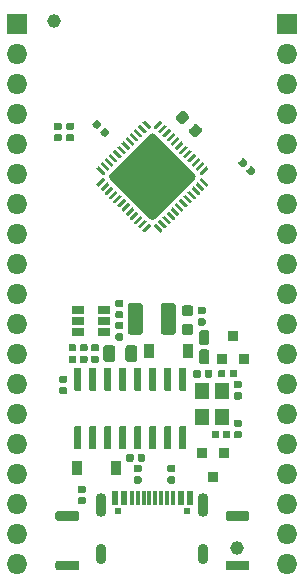
<source format=gts>
G04 #@! TF.GenerationSoftware,KiCad,Pcbnew,5.1.5*
G04 #@! TF.CreationDate,2020-05-08T14:02:59+02:00*
G04 #@! TF.ProjectId,ESP32_Devkit_TypeC,45535033-325f-4446-9576-6b69745f5479,rev?*
G04 #@! TF.SameCoordinates,Original*
G04 #@! TF.FileFunction,Soldermask,Top*
G04 #@! TF.FilePolarity,Negative*
%FSLAX46Y46*%
G04 Gerber Fmt 4.6, Leading zero omitted, Abs format (unit mm)*
G04 Created by KiCad (PCBNEW 5.1.5) date 2020-05-08 14:02:59*
%MOMM*%
%LPD*%
G04 APERTURE LIST*
%ADD10C,1.172000*%
%ADD11R,1.220000X1.420000*%
%ADD12C,0.100000*%
%ADD13R,1.080000X0.670000*%
%ADD14R,0.820000X0.920000*%
%ADD15R,0.620000X1.180000*%
%ADD16C,0.620000*%
%ADD17R,0.320000X1.180000*%
%ADD18O,0.920000X1.720000*%
%ADD19O,0.920000X2.020000*%
%ADD20R,0.920000X1.220000*%
%ADD21O,1.720000X1.720000*%
%ADD22R,1.720000X1.720000*%
G04 APERTURE END LIST*
D10*
X107200000Y-121500000D03*
X91700000Y-76900000D03*
D11*
X105890000Y-108240000D03*
X105890000Y-110440000D03*
X104190000Y-110440000D03*
X104190000Y-108240000D03*
D12*
G36*
X93855193Y-106250746D02*
G01*
X93870239Y-106252978D01*
X93884994Y-106256674D01*
X93899316Y-106261799D01*
X93913066Y-106268302D01*
X93926113Y-106276122D01*
X93938331Y-106285183D01*
X93949602Y-106295398D01*
X93959817Y-106306669D01*
X93968878Y-106318887D01*
X93976698Y-106331934D01*
X93983201Y-106345684D01*
X93988326Y-106360006D01*
X93992022Y-106374761D01*
X93994254Y-106389807D01*
X93995000Y-106405000D01*
X93995000Y-108065000D01*
X93994254Y-108080193D01*
X93992022Y-108095239D01*
X93988326Y-108109994D01*
X93983201Y-108124316D01*
X93976698Y-108138066D01*
X93968878Y-108151113D01*
X93959817Y-108163331D01*
X93949602Y-108174602D01*
X93938331Y-108184817D01*
X93926113Y-108193878D01*
X93913066Y-108201698D01*
X93899316Y-108208201D01*
X93884994Y-108213326D01*
X93870239Y-108217022D01*
X93855193Y-108219254D01*
X93840000Y-108220000D01*
X93530000Y-108220000D01*
X93514807Y-108219254D01*
X93499761Y-108217022D01*
X93485006Y-108213326D01*
X93470684Y-108208201D01*
X93456934Y-108201698D01*
X93443887Y-108193878D01*
X93431669Y-108184817D01*
X93420398Y-108174602D01*
X93410183Y-108163331D01*
X93401122Y-108151113D01*
X93393302Y-108138066D01*
X93386799Y-108124316D01*
X93381674Y-108109994D01*
X93377978Y-108095239D01*
X93375746Y-108080193D01*
X93375000Y-108065000D01*
X93375000Y-106405000D01*
X93375746Y-106389807D01*
X93377978Y-106374761D01*
X93381674Y-106360006D01*
X93386799Y-106345684D01*
X93393302Y-106331934D01*
X93401122Y-106318887D01*
X93410183Y-106306669D01*
X93420398Y-106295398D01*
X93431669Y-106285183D01*
X93443887Y-106276122D01*
X93456934Y-106268302D01*
X93470684Y-106261799D01*
X93485006Y-106256674D01*
X93499761Y-106252978D01*
X93514807Y-106250746D01*
X93530000Y-106250000D01*
X93840000Y-106250000D01*
X93855193Y-106250746D01*
G37*
G36*
X95125193Y-106250746D02*
G01*
X95140239Y-106252978D01*
X95154994Y-106256674D01*
X95169316Y-106261799D01*
X95183066Y-106268302D01*
X95196113Y-106276122D01*
X95208331Y-106285183D01*
X95219602Y-106295398D01*
X95229817Y-106306669D01*
X95238878Y-106318887D01*
X95246698Y-106331934D01*
X95253201Y-106345684D01*
X95258326Y-106360006D01*
X95262022Y-106374761D01*
X95264254Y-106389807D01*
X95265000Y-106405000D01*
X95265000Y-108065000D01*
X95264254Y-108080193D01*
X95262022Y-108095239D01*
X95258326Y-108109994D01*
X95253201Y-108124316D01*
X95246698Y-108138066D01*
X95238878Y-108151113D01*
X95229817Y-108163331D01*
X95219602Y-108174602D01*
X95208331Y-108184817D01*
X95196113Y-108193878D01*
X95183066Y-108201698D01*
X95169316Y-108208201D01*
X95154994Y-108213326D01*
X95140239Y-108217022D01*
X95125193Y-108219254D01*
X95110000Y-108220000D01*
X94800000Y-108220000D01*
X94784807Y-108219254D01*
X94769761Y-108217022D01*
X94755006Y-108213326D01*
X94740684Y-108208201D01*
X94726934Y-108201698D01*
X94713887Y-108193878D01*
X94701669Y-108184817D01*
X94690398Y-108174602D01*
X94680183Y-108163331D01*
X94671122Y-108151113D01*
X94663302Y-108138066D01*
X94656799Y-108124316D01*
X94651674Y-108109994D01*
X94647978Y-108095239D01*
X94645746Y-108080193D01*
X94645000Y-108065000D01*
X94645000Y-106405000D01*
X94645746Y-106389807D01*
X94647978Y-106374761D01*
X94651674Y-106360006D01*
X94656799Y-106345684D01*
X94663302Y-106331934D01*
X94671122Y-106318887D01*
X94680183Y-106306669D01*
X94690398Y-106295398D01*
X94701669Y-106285183D01*
X94713887Y-106276122D01*
X94726934Y-106268302D01*
X94740684Y-106261799D01*
X94755006Y-106256674D01*
X94769761Y-106252978D01*
X94784807Y-106250746D01*
X94800000Y-106250000D01*
X95110000Y-106250000D01*
X95125193Y-106250746D01*
G37*
G36*
X96395193Y-106250746D02*
G01*
X96410239Y-106252978D01*
X96424994Y-106256674D01*
X96439316Y-106261799D01*
X96453066Y-106268302D01*
X96466113Y-106276122D01*
X96478331Y-106285183D01*
X96489602Y-106295398D01*
X96499817Y-106306669D01*
X96508878Y-106318887D01*
X96516698Y-106331934D01*
X96523201Y-106345684D01*
X96528326Y-106360006D01*
X96532022Y-106374761D01*
X96534254Y-106389807D01*
X96535000Y-106405000D01*
X96535000Y-108065000D01*
X96534254Y-108080193D01*
X96532022Y-108095239D01*
X96528326Y-108109994D01*
X96523201Y-108124316D01*
X96516698Y-108138066D01*
X96508878Y-108151113D01*
X96499817Y-108163331D01*
X96489602Y-108174602D01*
X96478331Y-108184817D01*
X96466113Y-108193878D01*
X96453066Y-108201698D01*
X96439316Y-108208201D01*
X96424994Y-108213326D01*
X96410239Y-108217022D01*
X96395193Y-108219254D01*
X96380000Y-108220000D01*
X96070000Y-108220000D01*
X96054807Y-108219254D01*
X96039761Y-108217022D01*
X96025006Y-108213326D01*
X96010684Y-108208201D01*
X95996934Y-108201698D01*
X95983887Y-108193878D01*
X95971669Y-108184817D01*
X95960398Y-108174602D01*
X95950183Y-108163331D01*
X95941122Y-108151113D01*
X95933302Y-108138066D01*
X95926799Y-108124316D01*
X95921674Y-108109994D01*
X95917978Y-108095239D01*
X95915746Y-108080193D01*
X95915000Y-108065000D01*
X95915000Y-106405000D01*
X95915746Y-106389807D01*
X95917978Y-106374761D01*
X95921674Y-106360006D01*
X95926799Y-106345684D01*
X95933302Y-106331934D01*
X95941122Y-106318887D01*
X95950183Y-106306669D01*
X95960398Y-106295398D01*
X95971669Y-106285183D01*
X95983887Y-106276122D01*
X95996934Y-106268302D01*
X96010684Y-106261799D01*
X96025006Y-106256674D01*
X96039761Y-106252978D01*
X96054807Y-106250746D01*
X96070000Y-106250000D01*
X96380000Y-106250000D01*
X96395193Y-106250746D01*
G37*
G36*
X97665193Y-106250746D02*
G01*
X97680239Y-106252978D01*
X97694994Y-106256674D01*
X97709316Y-106261799D01*
X97723066Y-106268302D01*
X97736113Y-106276122D01*
X97748331Y-106285183D01*
X97759602Y-106295398D01*
X97769817Y-106306669D01*
X97778878Y-106318887D01*
X97786698Y-106331934D01*
X97793201Y-106345684D01*
X97798326Y-106360006D01*
X97802022Y-106374761D01*
X97804254Y-106389807D01*
X97805000Y-106405000D01*
X97805000Y-108065000D01*
X97804254Y-108080193D01*
X97802022Y-108095239D01*
X97798326Y-108109994D01*
X97793201Y-108124316D01*
X97786698Y-108138066D01*
X97778878Y-108151113D01*
X97769817Y-108163331D01*
X97759602Y-108174602D01*
X97748331Y-108184817D01*
X97736113Y-108193878D01*
X97723066Y-108201698D01*
X97709316Y-108208201D01*
X97694994Y-108213326D01*
X97680239Y-108217022D01*
X97665193Y-108219254D01*
X97650000Y-108220000D01*
X97340000Y-108220000D01*
X97324807Y-108219254D01*
X97309761Y-108217022D01*
X97295006Y-108213326D01*
X97280684Y-108208201D01*
X97266934Y-108201698D01*
X97253887Y-108193878D01*
X97241669Y-108184817D01*
X97230398Y-108174602D01*
X97220183Y-108163331D01*
X97211122Y-108151113D01*
X97203302Y-108138066D01*
X97196799Y-108124316D01*
X97191674Y-108109994D01*
X97187978Y-108095239D01*
X97185746Y-108080193D01*
X97185000Y-108065000D01*
X97185000Y-106405000D01*
X97185746Y-106389807D01*
X97187978Y-106374761D01*
X97191674Y-106360006D01*
X97196799Y-106345684D01*
X97203302Y-106331934D01*
X97211122Y-106318887D01*
X97220183Y-106306669D01*
X97230398Y-106295398D01*
X97241669Y-106285183D01*
X97253887Y-106276122D01*
X97266934Y-106268302D01*
X97280684Y-106261799D01*
X97295006Y-106256674D01*
X97309761Y-106252978D01*
X97324807Y-106250746D01*
X97340000Y-106250000D01*
X97650000Y-106250000D01*
X97665193Y-106250746D01*
G37*
G36*
X98935193Y-106250746D02*
G01*
X98950239Y-106252978D01*
X98964994Y-106256674D01*
X98979316Y-106261799D01*
X98993066Y-106268302D01*
X99006113Y-106276122D01*
X99018331Y-106285183D01*
X99029602Y-106295398D01*
X99039817Y-106306669D01*
X99048878Y-106318887D01*
X99056698Y-106331934D01*
X99063201Y-106345684D01*
X99068326Y-106360006D01*
X99072022Y-106374761D01*
X99074254Y-106389807D01*
X99075000Y-106405000D01*
X99075000Y-108065000D01*
X99074254Y-108080193D01*
X99072022Y-108095239D01*
X99068326Y-108109994D01*
X99063201Y-108124316D01*
X99056698Y-108138066D01*
X99048878Y-108151113D01*
X99039817Y-108163331D01*
X99029602Y-108174602D01*
X99018331Y-108184817D01*
X99006113Y-108193878D01*
X98993066Y-108201698D01*
X98979316Y-108208201D01*
X98964994Y-108213326D01*
X98950239Y-108217022D01*
X98935193Y-108219254D01*
X98920000Y-108220000D01*
X98610000Y-108220000D01*
X98594807Y-108219254D01*
X98579761Y-108217022D01*
X98565006Y-108213326D01*
X98550684Y-108208201D01*
X98536934Y-108201698D01*
X98523887Y-108193878D01*
X98511669Y-108184817D01*
X98500398Y-108174602D01*
X98490183Y-108163331D01*
X98481122Y-108151113D01*
X98473302Y-108138066D01*
X98466799Y-108124316D01*
X98461674Y-108109994D01*
X98457978Y-108095239D01*
X98455746Y-108080193D01*
X98455000Y-108065000D01*
X98455000Y-106405000D01*
X98455746Y-106389807D01*
X98457978Y-106374761D01*
X98461674Y-106360006D01*
X98466799Y-106345684D01*
X98473302Y-106331934D01*
X98481122Y-106318887D01*
X98490183Y-106306669D01*
X98500398Y-106295398D01*
X98511669Y-106285183D01*
X98523887Y-106276122D01*
X98536934Y-106268302D01*
X98550684Y-106261799D01*
X98565006Y-106256674D01*
X98579761Y-106252978D01*
X98594807Y-106250746D01*
X98610000Y-106250000D01*
X98920000Y-106250000D01*
X98935193Y-106250746D01*
G37*
G36*
X100205193Y-106250746D02*
G01*
X100220239Y-106252978D01*
X100234994Y-106256674D01*
X100249316Y-106261799D01*
X100263066Y-106268302D01*
X100276113Y-106276122D01*
X100288331Y-106285183D01*
X100299602Y-106295398D01*
X100309817Y-106306669D01*
X100318878Y-106318887D01*
X100326698Y-106331934D01*
X100333201Y-106345684D01*
X100338326Y-106360006D01*
X100342022Y-106374761D01*
X100344254Y-106389807D01*
X100345000Y-106405000D01*
X100345000Y-108065000D01*
X100344254Y-108080193D01*
X100342022Y-108095239D01*
X100338326Y-108109994D01*
X100333201Y-108124316D01*
X100326698Y-108138066D01*
X100318878Y-108151113D01*
X100309817Y-108163331D01*
X100299602Y-108174602D01*
X100288331Y-108184817D01*
X100276113Y-108193878D01*
X100263066Y-108201698D01*
X100249316Y-108208201D01*
X100234994Y-108213326D01*
X100220239Y-108217022D01*
X100205193Y-108219254D01*
X100190000Y-108220000D01*
X99880000Y-108220000D01*
X99864807Y-108219254D01*
X99849761Y-108217022D01*
X99835006Y-108213326D01*
X99820684Y-108208201D01*
X99806934Y-108201698D01*
X99793887Y-108193878D01*
X99781669Y-108184817D01*
X99770398Y-108174602D01*
X99760183Y-108163331D01*
X99751122Y-108151113D01*
X99743302Y-108138066D01*
X99736799Y-108124316D01*
X99731674Y-108109994D01*
X99727978Y-108095239D01*
X99725746Y-108080193D01*
X99725000Y-108065000D01*
X99725000Y-106405000D01*
X99725746Y-106389807D01*
X99727978Y-106374761D01*
X99731674Y-106360006D01*
X99736799Y-106345684D01*
X99743302Y-106331934D01*
X99751122Y-106318887D01*
X99760183Y-106306669D01*
X99770398Y-106295398D01*
X99781669Y-106285183D01*
X99793887Y-106276122D01*
X99806934Y-106268302D01*
X99820684Y-106261799D01*
X99835006Y-106256674D01*
X99849761Y-106252978D01*
X99864807Y-106250746D01*
X99880000Y-106250000D01*
X100190000Y-106250000D01*
X100205193Y-106250746D01*
G37*
G36*
X101475193Y-106250746D02*
G01*
X101490239Y-106252978D01*
X101504994Y-106256674D01*
X101519316Y-106261799D01*
X101533066Y-106268302D01*
X101546113Y-106276122D01*
X101558331Y-106285183D01*
X101569602Y-106295398D01*
X101579817Y-106306669D01*
X101588878Y-106318887D01*
X101596698Y-106331934D01*
X101603201Y-106345684D01*
X101608326Y-106360006D01*
X101612022Y-106374761D01*
X101614254Y-106389807D01*
X101615000Y-106405000D01*
X101615000Y-108065000D01*
X101614254Y-108080193D01*
X101612022Y-108095239D01*
X101608326Y-108109994D01*
X101603201Y-108124316D01*
X101596698Y-108138066D01*
X101588878Y-108151113D01*
X101579817Y-108163331D01*
X101569602Y-108174602D01*
X101558331Y-108184817D01*
X101546113Y-108193878D01*
X101533066Y-108201698D01*
X101519316Y-108208201D01*
X101504994Y-108213326D01*
X101490239Y-108217022D01*
X101475193Y-108219254D01*
X101460000Y-108220000D01*
X101150000Y-108220000D01*
X101134807Y-108219254D01*
X101119761Y-108217022D01*
X101105006Y-108213326D01*
X101090684Y-108208201D01*
X101076934Y-108201698D01*
X101063887Y-108193878D01*
X101051669Y-108184817D01*
X101040398Y-108174602D01*
X101030183Y-108163331D01*
X101021122Y-108151113D01*
X101013302Y-108138066D01*
X101006799Y-108124316D01*
X101001674Y-108109994D01*
X100997978Y-108095239D01*
X100995746Y-108080193D01*
X100995000Y-108065000D01*
X100995000Y-106405000D01*
X100995746Y-106389807D01*
X100997978Y-106374761D01*
X101001674Y-106360006D01*
X101006799Y-106345684D01*
X101013302Y-106331934D01*
X101021122Y-106318887D01*
X101030183Y-106306669D01*
X101040398Y-106295398D01*
X101051669Y-106285183D01*
X101063887Y-106276122D01*
X101076934Y-106268302D01*
X101090684Y-106261799D01*
X101105006Y-106256674D01*
X101119761Y-106252978D01*
X101134807Y-106250746D01*
X101150000Y-106250000D01*
X101460000Y-106250000D01*
X101475193Y-106250746D01*
G37*
G36*
X102745193Y-106250746D02*
G01*
X102760239Y-106252978D01*
X102774994Y-106256674D01*
X102789316Y-106261799D01*
X102803066Y-106268302D01*
X102816113Y-106276122D01*
X102828331Y-106285183D01*
X102839602Y-106295398D01*
X102849817Y-106306669D01*
X102858878Y-106318887D01*
X102866698Y-106331934D01*
X102873201Y-106345684D01*
X102878326Y-106360006D01*
X102882022Y-106374761D01*
X102884254Y-106389807D01*
X102885000Y-106405000D01*
X102885000Y-108065000D01*
X102884254Y-108080193D01*
X102882022Y-108095239D01*
X102878326Y-108109994D01*
X102873201Y-108124316D01*
X102866698Y-108138066D01*
X102858878Y-108151113D01*
X102849817Y-108163331D01*
X102839602Y-108174602D01*
X102828331Y-108184817D01*
X102816113Y-108193878D01*
X102803066Y-108201698D01*
X102789316Y-108208201D01*
X102774994Y-108213326D01*
X102760239Y-108217022D01*
X102745193Y-108219254D01*
X102730000Y-108220000D01*
X102420000Y-108220000D01*
X102404807Y-108219254D01*
X102389761Y-108217022D01*
X102375006Y-108213326D01*
X102360684Y-108208201D01*
X102346934Y-108201698D01*
X102333887Y-108193878D01*
X102321669Y-108184817D01*
X102310398Y-108174602D01*
X102300183Y-108163331D01*
X102291122Y-108151113D01*
X102283302Y-108138066D01*
X102276799Y-108124316D01*
X102271674Y-108109994D01*
X102267978Y-108095239D01*
X102265746Y-108080193D01*
X102265000Y-108065000D01*
X102265000Y-106405000D01*
X102265746Y-106389807D01*
X102267978Y-106374761D01*
X102271674Y-106360006D01*
X102276799Y-106345684D01*
X102283302Y-106331934D01*
X102291122Y-106318887D01*
X102300183Y-106306669D01*
X102310398Y-106295398D01*
X102321669Y-106285183D01*
X102333887Y-106276122D01*
X102346934Y-106268302D01*
X102360684Y-106261799D01*
X102375006Y-106256674D01*
X102389761Y-106252978D01*
X102404807Y-106250746D01*
X102420000Y-106250000D01*
X102730000Y-106250000D01*
X102745193Y-106250746D01*
G37*
G36*
X102745193Y-111200746D02*
G01*
X102760239Y-111202978D01*
X102774994Y-111206674D01*
X102789316Y-111211799D01*
X102803066Y-111218302D01*
X102816113Y-111226122D01*
X102828331Y-111235183D01*
X102839602Y-111245398D01*
X102849817Y-111256669D01*
X102858878Y-111268887D01*
X102866698Y-111281934D01*
X102873201Y-111295684D01*
X102878326Y-111310006D01*
X102882022Y-111324761D01*
X102884254Y-111339807D01*
X102885000Y-111355000D01*
X102885000Y-113015000D01*
X102884254Y-113030193D01*
X102882022Y-113045239D01*
X102878326Y-113059994D01*
X102873201Y-113074316D01*
X102866698Y-113088066D01*
X102858878Y-113101113D01*
X102849817Y-113113331D01*
X102839602Y-113124602D01*
X102828331Y-113134817D01*
X102816113Y-113143878D01*
X102803066Y-113151698D01*
X102789316Y-113158201D01*
X102774994Y-113163326D01*
X102760239Y-113167022D01*
X102745193Y-113169254D01*
X102730000Y-113170000D01*
X102420000Y-113170000D01*
X102404807Y-113169254D01*
X102389761Y-113167022D01*
X102375006Y-113163326D01*
X102360684Y-113158201D01*
X102346934Y-113151698D01*
X102333887Y-113143878D01*
X102321669Y-113134817D01*
X102310398Y-113124602D01*
X102300183Y-113113331D01*
X102291122Y-113101113D01*
X102283302Y-113088066D01*
X102276799Y-113074316D01*
X102271674Y-113059994D01*
X102267978Y-113045239D01*
X102265746Y-113030193D01*
X102265000Y-113015000D01*
X102265000Y-111355000D01*
X102265746Y-111339807D01*
X102267978Y-111324761D01*
X102271674Y-111310006D01*
X102276799Y-111295684D01*
X102283302Y-111281934D01*
X102291122Y-111268887D01*
X102300183Y-111256669D01*
X102310398Y-111245398D01*
X102321669Y-111235183D01*
X102333887Y-111226122D01*
X102346934Y-111218302D01*
X102360684Y-111211799D01*
X102375006Y-111206674D01*
X102389761Y-111202978D01*
X102404807Y-111200746D01*
X102420000Y-111200000D01*
X102730000Y-111200000D01*
X102745193Y-111200746D01*
G37*
G36*
X101475193Y-111200746D02*
G01*
X101490239Y-111202978D01*
X101504994Y-111206674D01*
X101519316Y-111211799D01*
X101533066Y-111218302D01*
X101546113Y-111226122D01*
X101558331Y-111235183D01*
X101569602Y-111245398D01*
X101579817Y-111256669D01*
X101588878Y-111268887D01*
X101596698Y-111281934D01*
X101603201Y-111295684D01*
X101608326Y-111310006D01*
X101612022Y-111324761D01*
X101614254Y-111339807D01*
X101615000Y-111355000D01*
X101615000Y-113015000D01*
X101614254Y-113030193D01*
X101612022Y-113045239D01*
X101608326Y-113059994D01*
X101603201Y-113074316D01*
X101596698Y-113088066D01*
X101588878Y-113101113D01*
X101579817Y-113113331D01*
X101569602Y-113124602D01*
X101558331Y-113134817D01*
X101546113Y-113143878D01*
X101533066Y-113151698D01*
X101519316Y-113158201D01*
X101504994Y-113163326D01*
X101490239Y-113167022D01*
X101475193Y-113169254D01*
X101460000Y-113170000D01*
X101150000Y-113170000D01*
X101134807Y-113169254D01*
X101119761Y-113167022D01*
X101105006Y-113163326D01*
X101090684Y-113158201D01*
X101076934Y-113151698D01*
X101063887Y-113143878D01*
X101051669Y-113134817D01*
X101040398Y-113124602D01*
X101030183Y-113113331D01*
X101021122Y-113101113D01*
X101013302Y-113088066D01*
X101006799Y-113074316D01*
X101001674Y-113059994D01*
X100997978Y-113045239D01*
X100995746Y-113030193D01*
X100995000Y-113015000D01*
X100995000Y-111355000D01*
X100995746Y-111339807D01*
X100997978Y-111324761D01*
X101001674Y-111310006D01*
X101006799Y-111295684D01*
X101013302Y-111281934D01*
X101021122Y-111268887D01*
X101030183Y-111256669D01*
X101040398Y-111245398D01*
X101051669Y-111235183D01*
X101063887Y-111226122D01*
X101076934Y-111218302D01*
X101090684Y-111211799D01*
X101105006Y-111206674D01*
X101119761Y-111202978D01*
X101134807Y-111200746D01*
X101150000Y-111200000D01*
X101460000Y-111200000D01*
X101475193Y-111200746D01*
G37*
G36*
X100205193Y-111200746D02*
G01*
X100220239Y-111202978D01*
X100234994Y-111206674D01*
X100249316Y-111211799D01*
X100263066Y-111218302D01*
X100276113Y-111226122D01*
X100288331Y-111235183D01*
X100299602Y-111245398D01*
X100309817Y-111256669D01*
X100318878Y-111268887D01*
X100326698Y-111281934D01*
X100333201Y-111295684D01*
X100338326Y-111310006D01*
X100342022Y-111324761D01*
X100344254Y-111339807D01*
X100345000Y-111355000D01*
X100345000Y-113015000D01*
X100344254Y-113030193D01*
X100342022Y-113045239D01*
X100338326Y-113059994D01*
X100333201Y-113074316D01*
X100326698Y-113088066D01*
X100318878Y-113101113D01*
X100309817Y-113113331D01*
X100299602Y-113124602D01*
X100288331Y-113134817D01*
X100276113Y-113143878D01*
X100263066Y-113151698D01*
X100249316Y-113158201D01*
X100234994Y-113163326D01*
X100220239Y-113167022D01*
X100205193Y-113169254D01*
X100190000Y-113170000D01*
X99880000Y-113170000D01*
X99864807Y-113169254D01*
X99849761Y-113167022D01*
X99835006Y-113163326D01*
X99820684Y-113158201D01*
X99806934Y-113151698D01*
X99793887Y-113143878D01*
X99781669Y-113134817D01*
X99770398Y-113124602D01*
X99760183Y-113113331D01*
X99751122Y-113101113D01*
X99743302Y-113088066D01*
X99736799Y-113074316D01*
X99731674Y-113059994D01*
X99727978Y-113045239D01*
X99725746Y-113030193D01*
X99725000Y-113015000D01*
X99725000Y-111355000D01*
X99725746Y-111339807D01*
X99727978Y-111324761D01*
X99731674Y-111310006D01*
X99736799Y-111295684D01*
X99743302Y-111281934D01*
X99751122Y-111268887D01*
X99760183Y-111256669D01*
X99770398Y-111245398D01*
X99781669Y-111235183D01*
X99793887Y-111226122D01*
X99806934Y-111218302D01*
X99820684Y-111211799D01*
X99835006Y-111206674D01*
X99849761Y-111202978D01*
X99864807Y-111200746D01*
X99880000Y-111200000D01*
X100190000Y-111200000D01*
X100205193Y-111200746D01*
G37*
G36*
X98935193Y-111200746D02*
G01*
X98950239Y-111202978D01*
X98964994Y-111206674D01*
X98979316Y-111211799D01*
X98993066Y-111218302D01*
X99006113Y-111226122D01*
X99018331Y-111235183D01*
X99029602Y-111245398D01*
X99039817Y-111256669D01*
X99048878Y-111268887D01*
X99056698Y-111281934D01*
X99063201Y-111295684D01*
X99068326Y-111310006D01*
X99072022Y-111324761D01*
X99074254Y-111339807D01*
X99075000Y-111355000D01*
X99075000Y-113015000D01*
X99074254Y-113030193D01*
X99072022Y-113045239D01*
X99068326Y-113059994D01*
X99063201Y-113074316D01*
X99056698Y-113088066D01*
X99048878Y-113101113D01*
X99039817Y-113113331D01*
X99029602Y-113124602D01*
X99018331Y-113134817D01*
X99006113Y-113143878D01*
X98993066Y-113151698D01*
X98979316Y-113158201D01*
X98964994Y-113163326D01*
X98950239Y-113167022D01*
X98935193Y-113169254D01*
X98920000Y-113170000D01*
X98610000Y-113170000D01*
X98594807Y-113169254D01*
X98579761Y-113167022D01*
X98565006Y-113163326D01*
X98550684Y-113158201D01*
X98536934Y-113151698D01*
X98523887Y-113143878D01*
X98511669Y-113134817D01*
X98500398Y-113124602D01*
X98490183Y-113113331D01*
X98481122Y-113101113D01*
X98473302Y-113088066D01*
X98466799Y-113074316D01*
X98461674Y-113059994D01*
X98457978Y-113045239D01*
X98455746Y-113030193D01*
X98455000Y-113015000D01*
X98455000Y-111355000D01*
X98455746Y-111339807D01*
X98457978Y-111324761D01*
X98461674Y-111310006D01*
X98466799Y-111295684D01*
X98473302Y-111281934D01*
X98481122Y-111268887D01*
X98490183Y-111256669D01*
X98500398Y-111245398D01*
X98511669Y-111235183D01*
X98523887Y-111226122D01*
X98536934Y-111218302D01*
X98550684Y-111211799D01*
X98565006Y-111206674D01*
X98579761Y-111202978D01*
X98594807Y-111200746D01*
X98610000Y-111200000D01*
X98920000Y-111200000D01*
X98935193Y-111200746D01*
G37*
G36*
X97665193Y-111200746D02*
G01*
X97680239Y-111202978D01*
X97694994Y-111206674D01*
X97709316Y-111211799D01*
X97723066Y-111218302D01*
X97736113Y-111226122D01*
X97748331Y-111235183D01*
X97759602Y-111245398D01*
X97769817Y-111256669D01*
X97778878Y-111268887D01*
X97786698Y-111281934D01*
X97793201Y-111295684D01*
X97798326Y-111310006D01*
X97802022Y-111324761D01*
X97804254Y-111339807D01*
X97805000Y-111355000D01*
X97805000Y-113015000D01*
X97804254Y-113030193D01*
X97802022Y-113045239D01*
X97798326Y-113059994D01*
X97793201Y-113074316D01*
X97786698Y-113088066D01*
X97778878Y-113101113D01*
X97769817Y-113113331D01*
X97759602Y-113124602D01*
X97748331Y-113134817D01*
X97736113Y-113143878D01*
X97723066Y-113151698D01*
X97709316Y-113158201D01*
X97694994Y-113163326D01*
X97680239Y-113167022D01*
X97665193Y-113169254D01*
X97650000Y-113170000D01*
X97340000Y-113170000D01*
X97324807Y-113169254D01*
X97309761Y-113167022D01*
X97295006Y-113163326D01*
X97280684Y-113158201D01*
X97266934Y-113151698D01*
X97253887Y-113143878D01*
X97241669Y-113134817D01*
X97230398Y-113124602D01*
X97220183Y-113113331D01*
X97211122Y-113101113D01*
X97203302Y-113088066D01*
X97196799Y-113074316D01*
X97191674Y-113059994D01*
X97187978Y-113045239D01*
X97185746Y-113030193D01*
X97185000Y-113015000D01*
X97185000Y-111355000D01*
X97185746Y-111339807D01*
X97187978Y-111324761D01*
X97191674Y-111310006D01*
X97196799Y-111295684D01*
X97203302Y-111281934D01*
X97211122Y-111268887D01*
X97220183Y-111256669D01*
X97230398Y-111245398D01*
X97241669Y-111235183D01*
X97253887Y-111226122D01*
X97266934Y-111218302D01*
X97280684Y-111211799D01*
X97295006Y-111206674D01*
X97309761Y-111202978D01*
X97324807Y-111200746D01*
X97340000Y-111200000D01*
X97650000Y-111200000D01*
X97665193Y-111200746D01*
G37*
G36*
X96395193Y-111200746D02*
G01*
X96410239Y-111202978D01*
X96424994Y-111206674D01*
X96439316Y-111211799D01*
X96453066Y-111218302D01*
X96466113Y-111226122D01*
X96478331Y-111235183D01*
X96489602Y-111245398D01*
X96499817Y-111256669D01*
X96508878Y-111268887D01*
X96516698Y-111281934D01*
X96523201Y-111295684D01*
X96528326Y-111310006D01*
X96532022Y-111324761D01*
X96534254Y-111339807D01*
X96535000Y-111355000D01*
X96535000Y-113015000D01*
X96534254Y-113030193D01*
X96532022Y-113045239D01*
X96528326Y-113059994D01*
X96523201Y-113074316D01*
X96516698Y-113088066D01*
X96508878Y-113101113D01*
X96499817Y-113113331D01*
X96489602Y-113124602D01*
X96478331Y-113134817D01*
X96466113Y-113143878D01*
X96453066Y-113151698D01*
X96439316Y-113158201D01*
X96424994Y-113163326D01*
X96410239Y-113167022D01*
X96395193Y-113169254D01*
X96380000Y-113170000D01*
X96070000Y-113170000D01*
X96054807Y-113169254D01*
X96039761Y-113167022D01*
X96025006Y-113163326D01*
X96010684Y-113158201D01*
X95996934Y-113151698D01*
X95983887Y-113143878D01*
X95971669Y-113134817D01*
X95960398Y-113124602D01*
X95950183Y-113113331D01*
X95941122Y-113101113D01*
X95933302Y-113088066D01*
X95926799Y-113074316D01*
X95921674Y-113059994D01*
X95917978Y-113045239D01*
X95915746Y-113030193D01*
X95915000Y-113015000D01*
X95915000Y-111355000D01*
X95915746Y-111339807D01*
X95917978Y-111324761D01*
X95921674Y-111310006D01*
X95926799Y-111295684D01*
X95933302Y-111281934D01*
X95941122Y-111268887D01*
X95950183Y-111256669D01*
X95960398Y-111245398D01*
X95971669Y-111235183D01*
X95983887Y-111226122D01*
X95996934Y-111218302D01*
X96010684Y-111211799D01*
X96025006Y-111206674D01*
X96039761Y-111202978D01*
X96054807Y-111200746D01*
X96070000Y-111200000D01*
X96380000Y-111200000D01*
X96395193Y-111200746D01*
G37*
G36*
X95125193Y-111200746D02*
G01*
X95140239Y-111202978D01*
X95154994Y-111206674D01*
X95169316Y-111211799D01*
X95183066Y-111218302D01*
X95196113Y-111226122D01*
X95208331Y-111235183D01*
X95219602Y-111245398D01*
X95229817Y-111256669D01*
X95238878Y-111268887D01*
X95246698Y-111281934D01*
X95253201Y-111295684D01*
X95258326Y-111310006D01*
X95262022Y-111324761D01*
X95264254Y-111339807D01*
X95265000Y-111355000D01*
X95265000Y-113015000D01*
X95264254Y-113030193D01*
X95262022Y-113045239D01*
X95258326Y-113059994D01*
X95253201Y-113074316D01*
X95246698Y-113088066D01*
X95238878Y-113101113D01*
X95229817Y-113113331D01*
X95219602Y-113124602D01*
X95208331Y-113134817D01*
X95196113Y-113143878D01*
X95183066Y-113151698D01*
X95169316Y-113158201D01*
X95154994Y-113163326D01*
X95140239Y-113167022D01*
X95125193Y-113169254D01*
X95110000Y-113170000D01*
X94800000Y-113170000D01*
X94784807Y-113169254D01*
X94769761Y-113167022D01*
X94755006Y-113163326D01*
X94740684Y-113158201D01*
X94726934Y-113151698D01*
X94713887Y-113143878D01*
X94701669Y-113134817D01*
X94690398Y-113124602D01*
X94680183Y-113113331D01*
X94671122Y-113101113D01*
X94663302Y-113088066D01*
X94656799Y-113074316D01*
X94651674Y-113059994D01*
X94647978Y-113045239D01*
X94645746Y-113030193D01*
X94645000Y-113015000D01*
X94645000Y-111355000D01*
X94645746Y-111339807D01*
X94647978Y-111324761D01*
X94651674Y-111310006D01*
X94656799Y-111295684D01*
X94663302Y-111281934D01*
X94671122Y-111268887D01*
X94680183Y-111256669D01*
X94690398Y-111245398D01*
X94701669Y-111235183D01*
X94713887Y-111226122D01*
X94726934Y-111218302D01*
X94740684Y-111211799D01*
X94755006Y-111206674D01*
X94769761Y-111202978D01*
X94784807Y-111200746D01*
X94800000Y-111200000D01*
X95110000Y-111200000D01*
X95125193Y-111200746D01*
G37*
G36*
X93855193Y-111200746D02*
G01*
X93870239Y-111202978D01*
X93884994Y-111206674D01*
X93899316Y-111211799D01*
X93913066Y-111218302D01*
X93926113Y-111226122D01*
X93938331Y-111235183D01*
X93949602Y-111245398D01*
X93959817Y-111256669D01*
X93968878Y-111268887D01*
X93976698Y-111281934D01*
X93983201Y-111295684D01*
X93988326Y-111310006D01*
X93992022Y-111324761D01*
X93994254Y-111339807D01*
X93995000Y-111355000D01*
X93995000Y-113015000D01*
X93994254Y-113030193D01*
X93992022Y-113045239D01*
X93988326Y-113059994D01*
X93983201Y-113074316D01*
X93976698Y-113088066D01*
X93968878Y-113101113D01*
X93959817Y-113113331D01*
X93949602Y-113124602D01*
X93938331Y-113134817D01*
X93926113Y-113143878D01*
X93913066Y-113151698D01*
X93899316Y-113158201D01*
X93884994Y-113163326D01*
X93870239Y-113167022D01*
X93855193Y-113169254D01*
X93840000Y-113170000D01*
X93530000Y-113170000D01*
X93514807Y-113169254D01*
X93499761Y-113167022D01*
X93485006Y-113163326D01*
X93470684Y-113158201D01*
X93456934Y-113151698D01*
X93443887Y-113143878D01*
X93431669Y-113134817D01*
X93420398Y-113124602D01*
X93410183Y-113113331D01*
X93401122Y-113101113D01*
X93393302Y-113088066D01*
X93386799Y-113074316D01*
X93381674Y-113059994D01*
X93377978Y-113045239D01*
X93375746Y-113030193D01*
X93375000Y-113015000D01*
X93375000Y-111355000D01*
X93375746Y-111339807D01*
X93377978Y-111324761D01*
X93381674Y-111310006D01*
X93386799Y-111295684D01*
X93393302Y-111281934D01*
X93401122Y-111268887D01*
X93410183Y-111256669D01*
X93420398Y-111245398D01*
X93431669Y-111235183D01*
X93443887Y-111226122D01*
X93456934Y-111218302D01*
X93470684Y-111211799D01*
X93485006Y-111206674D01*
X93499761Y-111202978D01*
X93514807Y-111200746D01*
X93530000Y-111200000D01*
X93840000Y-111200000D01*
X93855193Y-111200746D01*
G37*
D13*
X95920000Y-102307000D03*
X95920000Y-101357000D03*
X95920000Y-103257000D03*
X93720000Y-103257000D03*
X93720000Y-102307000D03*
X93720000Y-101357000D03*
D12*
G36*
X108025094Y-118390987D02*
G01*
X108044994Y-118393939D01*
X108064508Y-118398827D01*
X108083450Y-118405605D01*
X108101636Y-118414206D01*
X108118892Y-118424549D01*
X108135051Y-118436533D01*
X108149957Y-118450043D01*
X108163467Y-118464949D01*
X108175451Y-118481108D01*
X108185794Y-118498364D01*
X108194395Y-118516550D01*
X108201173Y-118535492D01*
X108206061Y-118555006D01*
X108209013Y-118574906D01*
X108210000Y-118595000D01*
X108210000Y-119005000D01*
X108209013Y-119025094D01*
X108206061Y-119044994D01*
X108201173Y-119064508D01*
X108194395Y-119083450D01*
X108185794Y-119101636D01*
X108175451Y-119118892D01*
X108163467Y-119135051D01*
X108149957Y-119149957D01*
X108135051Y-119163467D01*
X108118892Y-119175451D01*
X108101636Y-119185794D01*
X108083450Y-119194395D01*
X108064508Y-119201173D01*
X108044994Y-119206061D01*
X108025094Y-119209013D01*
X108005000Y-119210000D01*
X106395000Y-119210000D01*
X106374906Y-119209013D01*
X106355006Y-119206061D01*
X106335492Y-119201173D01*
X106316550Y-119194395D01*
X106298364Y-119185794D01*
X106281108Y-119175451D01*
X106264949Y-119163467D01*
X106250043Y-119149957D01*
X106236533Y-119135051D01*
X106224549Y-119118892D01*
X106214206Y-119101636D01*
X106205605Y-119083450D01*
X106198827Y-119064508D01*
X106193939Y-119044994D01*
X106190987Y-119025094D01*
X106190000Y-119005000D01*
X106190000Y-118595000D01*
X106190987Y-118574906D01*
X106193939Y-118555006D01*
X106198827Y-118535492D01*
X106205605Y-118516550D01*
X106214206Y-118498364D01*
X106224549Y-118481108D01*
X106236533Y-118464949D01*
X106250043Y-118450043D01*
X106264949Y-118436533D01*
X106281108Y-118424549D01*
X106298364Y-118414206D01*
X106316550Y-118405605D01*
X106335492Y-118398827D01*
X106355006Y-118393939D01*
X106374906Y-118390987D01*
X106395000Y-118390000D01*
X108005000Y-118390000D01*
X108025094Y-118390987D01*
G37*
G36*
X108025094Y-122590987D02*
G01*
X108044994Y-122593939D01*
X108064508Y-122598827D01*
X108083450Y-122605605D01*
X108101636Y-122614206D01*
X108118892Y-122624549D01*
X108135051Y-122636533D01*
X108149957Y-122650043D01*
X108163467Y-122664949D01*
X108175451Y-122681108D01*
X108185794Y-122698364D01*
X108194395Y-122716550D01*
X108201173Y-122735492D01*
X108206061Y-122755006D01*
X108209013Y-122774906D01*
X108210000Y-122795000D01*
X108210000Y-123205000D01*
X108209013Y-123225094D01*
X108206061Y-123244994D01*
X108201173Y-123264508D01*
X108194395Y-123283450D01*
X108185794Y-123301636D01*
X108175451Y-123318892D01*
X108163467Y-123335051D01*
X108149957Y-123349957D01*
X108135051Y-123363467D01*
X108118892Y-123375451D01*
X108101636Y-123385794D01*
X108083450Y-123394395D01*
X108064508Y-123401173D01*
X108044994Y-123406061D01*
X108025094Y-123409013D01*
X108005000Y-123410000D01*
X106395000Y-123410000D01*
X106374906Y-123409013D01*
X106355006Y-123406061D01*
X106335492Y-123401173D01*
X106316550Y-123394395D01*
X106298364Y-123385794D01*
X106281108Y-123375451D01*
X106264949Y-123363467D01*
X106250043Y-123349957D01*
X106236533Y-123335051D01*
X106224549Y-123318892D01*
X106214206Y-123301636D01*
X106205605Y-123283450D01*
X106198827Y-123264508D01*
X106193939Y-123244994D01*
X106190987Y-123225094D01*
X106190000Y-123205000D01*
X106190000Y-122795000D01*
X106190987Y-122774906D01*
X106193939Y-122755006D01*
X106198827Y-122735492D01*
X106205605Y-122716550D01*
X106214206Y-122698364D01*
X106224549Y-122681108D01*
X106236533Y-122664949D01*
X106250043Y-122650043D01*
X106264949Y-122636533D01*
X106281108Y-122624549D01*
X106298364Y-122614206D01*
X106316550Y-122605605D01*
X106335492Y-122598827D01*
X106355006Y-122593939D01*
X106374906Y-122590987D01*
X106395000Y-122590000D01*
X108005000Y-122590000D01*
X108025094Y-122590987D01*
G37*
G36*
X93625094Y-118390987D02*
G01*
X93644994Y-118393939D01*
X93664508Y-118398827D01*
X93683450Y-118405605D01*
X93701636Y-118414206D01*
X93718892Y-118424549D01*
X93735051Y-118436533D01*
X93749957Y-118450043D01*
X93763467Y-118464949D01*
X93775451Y-118481108D01*
X93785794Y-118498364D01*
X93794395Y-118516550D01*
X93801173Y-118535492D01*
X93806061Y-118555006D01*
X93809013Y-118574906D01*
X93810000Y-118595000D01*
X93810000Y-119005000D01*
X93809013Y-119025094D01*
X93806061Y-119044994D01*
X93801173Y-119064508D01*
X93794395Y-119083450D01*
X93785794Y-119101636D01*
X93775451Y-119118892D01*
X93763467Y-119135051D01*
X93749957Y-119149957D01*
X93735051Y-119163467D01*
X93718892Y-119175451D01*
X93701636Y-119185794D01*
X93683450Y-119194395D01*
X93664508Y-119201173D01*
X93644994Y-119206061D01*
X93625094Y-119209013D01*
X93605000Y-119210000D01*
X91995000Y-119210000D01*
X91974906Y-119209013D01*
X91955006Y-119206061D01*
X91935492Y-119201173D01*
X91916550Y-119194395D01*
X91898364Y-119185794D01*
X91881108Y-119175451D01*
X91864949Y-119163467D01*
X91850043Y-119149957D01*
X91836533Y-119135051D01*
X91824549Y-119118892D01*
X91814206Y-119101636D01*
X91805605Y-119083450D01*
X91798827Y-119064508D01*
X91793939Y-119044994D01*
X91790987Y-119025094D01*
X91790000Y-119005000D01*
X91790000Y-118595000D01*
X91790987Y-118574906D01*
X91793939Y-118555006D01*
X91798827Y-118535492D01*
X91805605Y-118516550D01*
X91814206Y-118498364D01*
X91824549Y-118481108D01*
X91836533Y-118464949D01*
X91850043Y-118450043D01*
X91864949Y-118436533D01*
X91881108Y-118424549D01*
X91898364Y-118414206D01*
X91916550Y-118405605D01*
X91935492Y-118398827D01*
X91955006Y-118393939D01*
X91974906Y-118390987D01*
X91995000Y-118390000D01*
X93605000Y-118390000D01*
X93625094Y-118390987D01*
G37*
G36*
X93625094Y-122590987D02*
G01*
X93644994Y-122593939D01*
X93664508Y-122598827D01*
X93683450Y-122605605D01*
X93701636Y-122614206D01*
X93718892Y-122624549D01*
X93735051Y-122636533D01*
X93749957Y-122650043D01*
X93763467Y-122664949D01*
X93775451Y-122681108D01*
X93785794Y-122698364D01*
X93794395Y-122716550D01*
X93801173Y-122735492D01*
X93806061Y-122755006D01*
X93809013Y-122774906D01*
X93810000Y-122795000D01*
X93810000Y-123205000D01*
X93809013Y-123225094D01*
X93806061Y-123244994D01*
X93801173Y-123264508D01*
X93794395Y-123283450D01*
X93785794Y-123301636D01*
X93775451Y-123318892D01*
X93763467Y-123335051D01*
X93749957Y-123349957D01*
X93735051Y-123363467D01*
X93718892Y-123375451D01*
X93701636Y-123385794D01*
X93683450Y-123394395D01*
X93664508Y-123401173D01*
X93644994Y-123406061D01*
X93625094Y-123409013D01*
X93605000Y-123410000D01*
X91995000Y-123410000D01*
X91974906Y-123409013D01*
X91955006Y-123406061D01*
X91935492Y-123401173D01*
X91916550Y-123394395D01*
X91898364Y-123385794D01*
X91881108Y-123375451D01*
X91864949Y-123363467D01*
X91850043Y-123349957D01*
X91836533Y-123335051D01*
X91824549Y-123318892D01*
X91814206Y-123301636D01*
X91805605Y-123283450D01*
X91798827Y-123264508D01*
X91793939Y-123244994D01*
X91790987Y-123225094D01*
X91790000Y-123205000D01*
X91790000Y-122795000D01*
X91790987Y-122774906D01*
X91793939Y-122755006D01*
X91798827Y-122735492D01*
X91805605Y-122716550D01*
X91814206Y-122698364D01*
X91824549Y-122681108D01*
X91836533Y-122664949D01*
X91850043Y-122650043D01*
X91864949Y-122636533D01*
X91881108Y-122624549D01*
X91898364Y-122614206D01*
X91916550Y-122605605D01*
X91935492Y-122598827D01*
X91955006Y-122593939D01*
X91974906Y-122590987D01*
X91995000Y-122590000D01*
X93605000Y-122590000D01*
X93625094Y-122590987D01*
G37*
G36*
X93215448Y-85518734D02*
G01*
X93230251Y-85520930D01*
X93244768Y-85524567D01*
X93258859Y-85529608D01*
X93272388Y-85536007D01*
X93285224Y-85543701D01*
X93297245Y-85552616D01*
X93308334Y-85562666D01*
X93318384Y-85573755D01*
X93327299Y-85585776D01*
X93334993Y-85598612D01*
X93341392Y-85612141D01*
X93346433Y-85626232D01*
X93350070Y-85640749D01*
X93352266Y-85655552D01*
X93353000Y-85670500D01*
X93353000Y-85975500D01*
X93352266Y-85990448D01*
X93350070Y-86005251D01*
X93346433Y-86019768D01*
X93341392Y-86033859D01*
X93334993Y-86047388D01*
X93327299Y-86060224D01*
X93318384Y-86072245D01*
X93308334Y-86083334D01*
X93297245Y-86093384D01*
X93285224Y-86102299D01*
X93272388Y-86109993D01*
X93258859Y-86116392D01*
X93244768Y-86121433D01*
X93230251Y-86125070D01*
X93215448Y-86127266D01*
X93200500Y-86128000D01*
X92845500Y-86128000D01*
X92830552Y-86127266D01*
X92815749Y-86125070D01*
X92801232Y-86121433D01*
X92787141Y-86116392D01*
X92773612Y-86109993D01*
X92760776Y-86102299D01*
X92748755Y-86093384D01*
X92737666Y-86083334D01*
X92727616Y-86072245D01*
X92718701Y-86060224D01*
X92711007Y-86047388D01*
X92704608Y-86033859D01*
X92699567Y-86019768D01*
X92695930Y-86005251D01*
X92693734Y-85990448D01*
X92693000Y-85975500D01*
X92693000Y-85670500D01*
X92693734Y-85655552D01*
X92695930Y-85640749D01*
X92699567Y-85626232D01*
X92704608Y-85612141D01*
X92711007Y-85598612D01*
X92718701Y-85585776D01*
X92727616Y-85573755D01*
X92737666Y-85562666D01*
X92748755Y-85552616D01*
X92760776Y-85543701D01*
X92773612Y-85536007D01*
X92787141Y-85529608D01*
X92801232Y-85524567D01*
X92815749Y-85520930D01*
X92830552Y-85518734D01*
X92845500Y-85518000D01*
X93200500Y-85518000D01*
X93215448Y-85518734D01*
G37*
G36*
X93215448Y-86488734D02*
G01*
X93230251Y-86490930D01*
X93244768Y-86494567D01*
X93258859Y-86499608D01*
X93272388Y-86506007D01*
X93285224Y-86513701D01*
X93297245Y-86522616D01*
X93308334Y-86532666D01*
X93318384Y-86543755D01*
X93327299Y-86555776D01*
X93334993Y-86568612D01*
X93341392Y-86582141D01*
X93346433Y-86596232D01*
X93350070Y-86610749D01*
X93352266Y-86625552D01*
X93353000Y-86640500D01*
X93353000Y-86945500D01*
X93352266Y-86960448D01*
X93350070Y-86975251D01*
X93346433Y-86989768D01*
X93341392Y-87003859D01*
X93334993Y-87017388D01*
X93327299Y-87030224D01*
X93318384Y-87042245D01*
X93308334Y-87053334D01*
X93297245Y-87063384D01*
X93285224Y-87072299D01*
X93272388Y-87079993D01*
X93258859Y-87086392D01*
X93244768Y-87091433D01*
X93230251Y-87095070D01*
X93215448Y-87097266D01*
X93200500Y-87098000D01*
X92845500Y-87098000D01*
X92830552Y-87097266D01*
X92815749Y-87095070D01*
X92801232Y-87091433D01*
X92787141Y-87086392D01*
X92773612Y-87079993D01*
X92760776Y-87072299D01*
X92748755Y-87063384D01*
X92737666Y-87053334D01*
X92727616Y-87042245D01*
X92718701Y-87030224D01*
X92711007Y-87017388D01*
X92704608Y-87003859D01*
X92699567Y-86989768D01*
X92695930Y-86975251D01*
X92693734Y-86960448D01*
X92693000Y-86945500D01*
X92693000Y-86640500D01*
X92693734Y-86625552D01*
X92695930Y-86610749D01*
X92699567Y-86596232D01*
X92704608Y-86582141D01*
X92711007Y-86568612D01*
X92718701Y-86555776D01*
X92727616Y-86543755D01*
X92737666Y-86532666D01*
X92748755Y-86522616D01*
X92760776Y-86513701D01*
X92773612Y-86506007D01*
X92787141Y-86499608D01*
X92801232Y-86494567D01*
X92815749Y-86490930D01*
X92830552Y-86488734D01*
X92845500Y-86488000D01*
X93200500Y-86488000D01*
X93215448Y-86488734D01*
G37*
G36*
X104362448Y-102072734D02*
G01*
X104377251Y-102074930D01*
X104391768Y-102078567D01*
X104405859Y-102083608D01*
X104419388Y-102090007D01*
X104432224Y-102097701D01*
X104444245Y-102106616D01*
X104455334Y-102116666D01*
X104465384Y-102127755D01*
X104474299Y-102139776D01*
X104481993Y-102152612D01*
X104488392Y-102166141D01*
X104493433Y-102180232D01*
X104497070Y-102194749D01*
X104499266Y-102209552D01*
X104500000Y-102224500D01*
X104500000Y-102529500D01*
X104499266Y-102544448D01*
X104497070Y-102559251D01*
X104493433Y-102573768D01*
X104488392Y-102587859D01*
X104481993Y-102601388D01*
X104474299Y-102614224D01*
X104465384Y-102626245D01*
X104455334Y-102637334D01*
X104444245Y-102647384D01*
X104432224Y-102656299D01*
X104419388Y-102663993D01*
X104405859Y-102670392D01*
X104391768Y-102675433D01*
X104377251Y-102679070D01*
X104362448Y-102681266D01*
X104347500Y-102682000D01*
X103992500Y-102682000D01*
X103977552Y-102681266D01*
X103962749Y-102679070D01*
X103948232Y-102675433D01*
X103934141Y-102670392D01*
X103920612Y-102663993D01*
X103907776Y-102656299D01*
X103895755Y-102647384D01*
X103884666Y-102637334D01*
X103874616Y-102626245D01*
X103865701Y-102614224D01*
X103858007Y-102601388D01*
X103851608Y-102587859D01*
X103846567Y-102573768D01*
X103842930Y-102559251D01*
X103840734Y-102544448D01*
X103840000Y-102529500D01*
X103840000Y-102224500D01*
X103840734Y-102209552D01*
X103842930Y-102194749D01*
X103846567Y-102180232D01*
X103851608Y-102166141D01*
X103858007Y-102152612D01*
X103865701Y-102139776D01*
X103874616Y-102127755D01*
X103884666Y-102116666D01*
X103895755Y-102106616D01*
X103907776Y-102097701D01*
X103920612Y-102090007D01*
X103934141Y-102083608D01*
X103948232Y-102078567D01*
X103962749Y-102074930D01*
X103977552Y-102072734D01*
X103992500Y-102072000D01*
X104347500Y-102072000D01*
X104362448Y-102072734D01*
G37*
G36*
X104362448Y-101102734D02*
G01*
X104377251Y-101104930D01*
X104391768Y-101108567D01*
X104405859Y-101113608D01*
X104419388Y-101120007D01*
X104432224Y-101127701D01*
X104444245Y-101136616D01*
X104455334Y-101146666D01*
X104465384Y-101157755D01*
X104474299Y-101169776D01*
X104481993Y-101182612D01*
X104488392Y-101196141D01*
X104493433Y-101210232D01*
X104497070Y-101224749D01*
X104499266Y-101239552D01*
X104500000Y-101254500D01*
X104500000Y-101559500D01*
X104499266Y-101574448D01*
X104497070Y-101589251D01*
X104493433Y-101603768D01*
X104488392Y-101617859D01*
X104481993Y-101631388D01*
X104474299Y-101644224D01*
X104465384Y-101656245D01*
X104455334Y-101667334D01*
X104444245Y-101677384D01*
X104432224Y-101686299D01*
X104419388Y-101693993D01*
X104405859Y-101700392D01*
X104391768Y-101705433D01*
X104377251Y-101709070D01*
X104362448Y-101711266D01*
X104347500Y-101712000D01*
X103992500Y-101712000D01*
X103977552Y-101711266D01*
X103962749Y-101709070D01*
X103948232Y-101705433D01*
X103934141Y-101700392D01*
X103920612Y-101693993D01*
X103907776Y-101686299D01*
X103895755Y-101677384D01*
X103884666Y-101667334D01*
X103874616Y-101656245D01*
X103865701Y-101644224D01*
X103858007Y-101631388D01*
X103851608Y-101617859D01*
X103846567Y-101603768D01*
X103842930Y-101589251D01*
X103840734Y-101574448D01*
X103840000Y-101559500D01*
X103840000Y-101254500D01*
X103840734Y-101239552D01*
X103842930Y-101224749D01*
X103846567Y-101210232D01*
X103851608Y-101196141D01*
X103858007Y-101182612D01*
X103865701Y-101169776D01*
X103874616Y-101157755D01*
X103884666Y-101146666D01*
X103895755Y-101136616D01*
X103907776Y-101127701D01*
X103920612Y-101120007D01*
X103934141Y-101113608D01*
X103948232Y-101108567D01*
X103962749Y-101104930D01*
X103977552Y-101102734D01*
X103992500Y-101102000D01*
X104347500Y-101102000D01*
X104362448Y-101102734D01*
G37*
G36*
X107421448Y-108339734D02*
G01*
X107436251Y-108341930D01*
X107450768Y-108345567D01*
X107464859Y-108350608D01*
X107478388Y-108357007D01*
X107491224Y-108364701D01*
X107503245Y-108373616D01*
X107514334Y-108383666D01*
X107524384Y-108394755D01*
X107533299Y-108406776D01*
X107540993Y-108419612D01*
X107547392Y-108433141D01*
X107552433Y-108447232D01*
X107556070Y-108461749D01*
X107558266Y-108476552D01*
X107559000Y-108491500D01*
X107559000Y-108796500D01*
X107558266Y-108811448D01*
X107556070Y-108826251D01*
X107552433Y-108840768D01*
X107547392Y-108854859D01*
X107540993Y-108868388D01*
X107533299Y-108881224D01*
X107524384Y-108893245D01*
X107514334Y-108904334D01*
X107503245Y-108914384D01*
X107491224Y-108923299D01*
X107478388Y-108930993D01*
X107464859Y-108937392D01*
X107450768Y-108942433D01*
X107436251Y-108946070D01*
X107421448Y-108948266D01*
X107406500Y-108949000D01*
X107051500Y-108949000D01*
X107036552Y-108948266D01*
X107021749Y-108946070D01*
X107007232Y-108942433D01*
X106993141Y-108937392D01*
X106979612Y-108930993D01*
X106966776Y-108923299D01*
X106954755Y-108914384D01*
X106943666Y-108904334D01*
X106933616Y-108893245D01*
X106924701Y-108881224D01*
X106917007Y-108868388D01*
X106910608Y-108854859D01*
X106905567Y-108840768D01*
X106901930Y-108826251D01*
X106899734Y-108811448D01*
X106899000Y-108796500D01*
X106899000Y-108491500D01*
X106899734Y-108476552D01*
X106901930Y-108461749D01*
X106905567Y-108447232D01*
X106910608Y-108433141D01*
X106917007Y-108419612D01*
X106924701Y-108406776D01*
X106933616Y-108394755D01*
X106943666Y-108383666D01*
X106954755Y-108373616D01*
X106966776Y-108364701D01*
X106979612Y-108357007D01*
X106993141Y-108350608D01*
X107007232Y-108345567D01*
X107021749Y-108341930D01*
X107036552Y-108339734D01*
X107051500Y-108339000D01*
X107406500Y-108339000D01*
X107421448Y-108339734D01*
G37*
G36*
X107421448Y-107369734D02*
G01*
X107436251Y-107371930D01*
X107450768Y-107375567D01*
X107464859Y-107380608D01*
X107478388Y-107387007D01*
X107491224Y-107394701D01*
X107503245Y-107403616D01*
X107514334Y-107413666D01*
X107524384Y-107424755D01*
X107533299Y-107436776D01*
X107540993Y-107449612D01*
X107547392Y-107463141D01*
X107552433Y-107477232D01*
X107556070Y-107491749D01*
X107558266Y-107506552D01*
X107559000Y-107521500D01*
X107559000Y-107826500D01*
X107558266Y-107841448D01*
X107556070Y-107856251D01*
X107552433Y-107870768D01*
X107547392Y-107884859D01*
X107540993Y-107898388D01*
X107533299Y-107911224D01*
X107524384Y-107923245D01*
X107514334Y-107934334D01*
X107503245Y-107944384D01*
X107491224Y-107953299D01*
X107478388Y-107960993D01*
X107464859Y-107967392D01*
X107450768Y-107972433D01*
X107436251Y-107976070D01*
X107421448Y-107978266D01*
X107406500Y-107979000D01*
X107051500Y-107979000D01*
X107036552Y-107978266D01*
X107021749Y-107976070D01*
X107007232Y-107972433D01*
X106993141Y-107967392D01*
X106979612Y-107960993D01*
X106966776Y-107953299D01*
X106954755Y-107944384D01*
X106943666Y-107934334D01*
X106933616Y-107923245D01*
X106924701Y-107911224D01*
X106917007Y-107898388D01*
X106910608Y-107884859D01*
X106905567Y-107870768D01*
X106901930Y-107856251D01*
X106899734Y-107841448D01*
X106899000Y-107826500D01*
X106899000Y-107521500D01*
X106899734Y-107506552D01*
X106901930Y-107491749D01*
X106905567Y-107477232D01*
X106910608Y-107463141D01*
X106917007Y-107449612D01*
X106924701Y-107436776D01*
X106933616Y-107424755D01*
X106943666Y-107413666D01*
X106954755Y-107403616D01*
X106966776Y-107394701D01*
X106979612Y-107387007D01*
X106993141Y-107380608D01*
X107007232Y-107375567D01*
X107021749Y-107371930D01*
X107036552Y-107369734D01*
X107051500Y-107369000D01*
X107406500Y-107369000D01*
X107421448Y-107369734D01*
G37*
G36*
X107423448Y-110652734D02*
G01*
X107438251Y-110654930D01*
X107452768Y-110658567D01*
X107466859Y-110663608D01*
X107480388Y-110670007D01*
X107493224Y-110677701D01*
X107505245Y-110686616D01*
X107516334Y-110696666D01*
X107526384Y-110707755D01*
X107535299Y-110719776D01*
X107542993Y-110732612D01*
X107549392Y-110746141D01*
X107554433Y-110760232D01*
X107558070Y-110774749D01*
X107560266Y-110789552D01*
X107561000Y-110804500D01*
X107561000Y-111109500D01*
X107560266Y-111124448D01*
X107558070Y-111139251D01*
X107554433Y-111153768D01*
X107549392Y-111167859D01*
X107542993Y-111181388D01*
X107535299Y-111194224D01*
X107526384Y-111206245D01*
X107516334Y-111217334D01*
X107505245Y-111227384D01*
X107493224Y-111236299D01*
X107480388Y-111243993D01*
X107466859Y-111250392D01*
X107452768Y-111255433D01*
X107438251Y-111259070D01*
X107423448Y-111261266D01*
X107408500Y-111262000D01*
X107053500Y-111262000D01*
X107038552Y-111261266D01*
X107023749Y-111259070D01*
X107009232Y-111255433D01*
X106995141Y-111250392D01*
X106981612Y-111243993D01*
X106968776Y-111236299D01*
X106956755Y-111227384D01*
X106945666Y-111217334D01*
X106935616Y-111206245D01*
X106926701Y-111194224D01*
X106919007Y-111181388D01*
X106912608Y-111167859D01*
X106907567Y-111153768D01*
X106903930Y-111139251D01*
X106901734Y-111124448D01*
X106901000Y-111109500D01*
X106901000Y-110804500D01*
X106901734Y-110789552D01*
X106903930Y-110774749D01*
X106907567Y-110760232D01*
X106912608Y-110746141D01*
X106919007Y-110732612D01*
X106926701Y-110719776D01*
X106935616Y-110707755D01*
X106945666Y-110696666D01*
X106956755Y-110686616D01*
X106968776Y-110677701D01*
X106981612Y-110670007D01*
X106995141Y-110663608D01*
X107009232Y-110658567D01*
X107023749Y-110654930D01*
X107038552Y-110652734D01*
X107053500Y-110652000D01*
X107408500Y-110652000D01*
X107423448Y-110652734D01*
G37*
G36*
X107423448Y-111622734D02*
G01*
X107438251Y-111624930D01*
X107452768Y-111628567D01*
X107466859Y-111633608D01*
X107480388Y-111640007D01*
X107493224Y-111647701D01*
X107505245Y-111656616D01*
X107516334Y-111666666D01*
X107526384Y-111677755D01*
X107535299Y-111689776D01*
X107542993Y-111702612D01*
X107549392Y-111716141D01*
X107554433Y-111730232D01*
X107558070Y-111744749D01*
X107560266Y-111759552D01*
X107561000Y-111774500D01*
X107561000Y-112079500D01*
X107560266Y-112094448D01*
X107558070Y-112109251D01*
X107554433Y-112123768D01*
X107549392Y-112137859D01*
X107542993Y-112151388D01*
X107535299Y-112164224D01*
X107526384Y-112176245D01*
X107516334Y-112187334D01*
X107505245Y-112197384D01*
X107493224Y-112206299D01*
X107480388Y-112213993D01*
X107466859Y-112220392D01*
X107452768Y-112225433D01*
X107438251Y-112229070D01*
X107423448Y-112231266D01*
X107408500Y-112232000D01*
X107053500Y-112232000D01*
X107038552Y-112231266D01*
X107023749Y-112229070D01*
X107009232Y-112225433D01*
X106995141Y-112220392D01*
X106981612Y-112213993D01*
X106968776Y-112206299D01*
X106956755Y-112197384D01*
X106945666Y-112187334D01*
X106935616Y-112176245D01*
X106926701Y-112164224D01*
X106919007Y-112151388D01*
X106912608Y-112137859D01*
X106907567Y-112123768D01*
X106903930Y-112109251D01*
X106901734Y-112094448D01*
X106901000Y-112079500D01*
X106901000Y-111774500D01*
X106901734Y-111759552D01*
X106903930Y-111744749D01*
X106907567Y-111730232D01*
X106912608Y-111716141D01*
X106919007Y-111702612D01*
X106926701Y-111689776D01*
X106935616Y-111677755D01*
X106945666Y-111666666D01*
X106956755Y-111656616D01*
X106968776Y-111647701D01*
X106981612Y-111640007D01*
X106995141Y-111633608D01*
X107009232Y-111628567D01*
X107023749Y-111624930D01*
X107038552Y-111622734D01*
X107053500Y-111622000D01*
X107408500Y-111622000D01*
X107423448Y-111622734D01*
G37*
G36*
X93417448Y-105237734D02*
G01*
X93432251Y-105239930D01*
X93446768Y-105243567D01*
X93460859Y-105248608D01*
X93474388Y-105255007D01*
X93487224Y-105262701D01*
X93499245Y-105271616D01*
X93510334Y-105281666D01*
X93520384Y-105292755D01*
X93529299Y-105304776D01*
X93536993Y-105317612D01*
X93543392Y-105331141D01*
X93548433Y-105345232D01*
X93552070Y-105359749D01*
X93554266Y-105374552D01*
X93555000Y-105389500D01*
X93555000Y-105694500D01*
X93554266Y-105709448D01*
X93552070Y-105724251D01*
X93548433Y-105738768D01*
X93543392Y-105752859D01*
X93536993Y-105766388D01*
X93529299Y-105779224D01*
X93520384Y-105791245D01*
X93510334Y-105802334D01*
X93499245Y-105812384D01*
X93487224Y-105821299D01*
X93474388Y-105828993D01*
X93460859Y-105835392D01*
X93446768Y-105840433D01*
X93432251Y-105844070D01*
X93417448Y-105846266D01*
X93402500Y-105847000D01*
X93047500Y-105847000D01*
X93032552Y-105846266D01*
X93017749Y-105844070D01*
X93003232Y-105840433D01*
X92989141Y-105835392D01*
X92975612Y-105828993D01*
X92962776Y-105821299D01*
X92950755Y-105812384D01*
X92939666Y-105802334D01*
X92929616Y-105791245D01*
X92920701Y-105779224D01*
X92913007Y-105766388D01*
X92906608Y-105752859D01*
X92901567Y-105738768D01*
X92897930Y-105724251D01*
X92895734Y-105709448D01*
X92895000Y-105694500D01*
X92895000Y-105389500D01*
X92895734Y-105374552D01*
X92897930Y-105359749D01*
X92901567Y-105345232D01*
X92906608Y-105331141D01*
X92913007Y-105317612D01*
X92920701Y-105304776D01*
X92929616Y-105292755D01*
X92939666Y-105281666D01*
X92950755Y-105271616D01*
X92962776Y-105262701D01*
X92975612Y-105255007D01*
X92989141Y-105248608D01*
X93003232Y-105243567D01*
X93017749Y-105239930D01*
X93032552Y-105237734D01*
X93047500Y-105237000D01*
X93402500Y-105237000D01*
X93417448Y-105237734D01*
G37*
G36*
X93417448Y-104267734D02*
G01*
X93432251Y-104269930D01*
X93446768Y-104273567D01*
X93460859Y-104278608D01*
X93474388Y-104285007D01*
X93487224Y-104292701D01*
X93499245Y-104301616D01*
X93510334Y-104311666D01*
X93520384Y-104322755D01*
X93529299Y-104334776D01*
X93536993Y-104347612D01*
X93543392Y-104361141D01*
X93548433Y-104375232D01*
X93552070Y-104389749D01*
X93554266Y-104404552D01*
X93555000Y-104419500D01*
X93555000Y-104724500D01*
X93554266Y-104739448D01*
X93552070Y-104754251D01*
X93548433Y-104768768D01*
X93543392Y-104782859D01*
X93536993Y-104796388D01*
X93529299Y-104809224D01*
X93520384Y-104821245D01*
X93510334Y-104832334D01*
X93499245Y-104842384D01*
X93487224Y-104851299D01*
X93474388Y-104858993D01*
X93460859Y-104865392D01*
X93446768Y-104870433D01*
X93432251Y-104874070D01*
X93417448Y-104876266D01*
X93402500Y-104877000D01*
X93047500Y-104877000D01*
X93032552Y-104876266D01*
X93017749Y-104874070D01*
X93003232Y-104870433D01*
X92989141Y-104865392D01*
X92975612Y-104858993D01*
X92962776Y-104851299D01*
X92950755Y-104842384D01*
X92939666Y-104832334D01*
X92929616Y-104821245D01*
X92920701Y-104809224D01*
X92913007Y-104796388D01*
X92906608Y-104782859D01*
X92901567Y-104768768D01*
X92897930Y-104754251D01*
X92895734Y-104739448D01*
X92895000Y-104724500D01*
X92895000Y-104419500D01*
X92895734Y-104404552D01*
X92897930Y-104389749D01*
X92901567Y-104375232D01*
X92906608Y-104361141D01*
X92913007Y-104347612D01*
X92920701Y-104334776D01*
X92929616Y-104322755D01*
X92939666Y-104311666D01*
X92950755Y-104301616D01*
X92962776Y-104292701D01*
X92975612Y-104285007D01*
X92989141Y-104278608D01*
X93003232Y-104273567D01*
X93017749Y-104269930D01*
X93032552Y-104267734D01*
X93047500Y-104267000D01*
X93402500Y-104267000D01*
X93417448Y-104267734D01*
G37*
G36*
X95317448Y-104267734D02*
G01*
X95332251Y-104269930D01*
X95346768Y-104273567D01*
X95360859Y-104278608D01*
X95374388Y-104285007D01*
X95387224Y-104292701D01*
X95399245Y-104301616D01*
X95410334Y-104311666D01*
X95420384Y-104322755D01*
X95429299Y-104334776D01*
X95436993Y-104347612D01*
X95443392Y-104361141D01*
X95448433Y-104375232D01*
X95452070Y-104389749D01*
X95454266Y-104404552D01*
X95455000Y-104419500D01*
X95455000Y-104724500D01*
X95454266Y-104739448D01*
X95452070Y-104754251D01*
X95448433Y-104768768D01*
X95443392Y-104782859D01*
X95436993Y-104796388D01*
X95429299Y-104809224D01*
X95420384Y-104821245D01*
X95410334Y-104832334D01*
X95399245Y-104842384D01*
X95387224Y-104851299D01*
X95374388Y-104858993D01*
X95360859Y-104865392D01*
X95346768Y-104870433D01*
X95332251Y-104874070D01*
X95317448Y-104876266D01*
X95302500Y-104877000D01*
X94947500Y-104877000D01*
X94932552Y-104876266D01*
X94917749Y-104874070D01*
X94903232Y-104870433D01*
X94889141Y-104865392D01*
X94875612Y-104858993D01*
X94862776Y-104851299D01*
X94850755Y-104842384D01*
X94839666Y-104832334D01*
X94829616Y-104821245D01*
X94820701Y-104809224D01*
X94813007Y-104796388D01*
X94806608Y-104782859D01*
X94801567Y-104768768D01*
X94797930Y-104754251D01*
X94795734Y-104739448D01*
X94795000Y-104724500D01*
X94795000Y-104419500D01*
X94795734Y-104404552D01*
X94797930Y-104389749D01*
X94801567Y-104375232D01*
X94806608Y-104361141D01*
X94813007Y-104347612D01*
X94820701Y-104334776D01*
X94829616Y-104322755D01*
X94839666Y-104311666D01*
X94850755Y-104301616D01*
X94862776Y-104292701D01*
X94875612Y-104285007D01*
X94889141Y-104278608D01*
X94903232Y-104273567D01*
X94917749Y-104269930D01*
X94932552Y-104267734D01*
X94947500Y-104267000D01*
X95302500Y-104267000D01*
X95317448Y-104267734D01*
G37*
G36*
X95317448Y-105237734D02*
G01*
X95332251Y-105239930D01*
X95346768Y-105243567D01*
X95360859Y-105248608D01*
X95374388Y-105255007D01*
X95387224Y-105262701D01*
X95399245Y-105271616D01*
X95410334Y-105281666D01*
X95420384Y-105292755D01*
X95429299Y-105304776D01*
X95436993Y-105317612D01*
X95443392Y-105331141D01*
X95448433Y-105345232D01*
X95452070Y-105359749D01*
X95454266Y-105374552D01*
X95455000Y-105389500D01*
X95455000Y-105694500D01*
X95454266Y-105709448D01*
X95452070Y-105724251D01*
X95448433Y-105738768D01*
X95443392Y-105752859D01*
X95436993Y-105766388D01*
X95429299Y-105779224D01*
X95420384Y-105791245D01*
X95410334Y-105802334D01*
X95399245Y-105812384D01*
X95387224Y-105821299D01*
X95374388Y-105828993D01*
X95360859Y-105835392D01*
X95346768Y-105840433D01*
X95332251Y-105844070D01*
X95317448Y-105846266D01*
X95302500Y-105847000D01*
X94947500Y-105847000D01*
X94932552Y-105846266D01*
X94917749Y-105844070D01*
X94903232Y-105840433D01*
X94889141Y-105835392D01*
X94875612Y-105828993D01*
X94862776Y-105821299D01*
X94850755Y-105812384D01*
X94839666Y-105802334D01*
X94829616Y-105791245D01*
X94820701Y-105779224D01*
X94813007Y-105766388D01*
X94806608Y-105752859D01*
X94801567Y-105738768D01*
X94797930Y-105724251D01*
X94795734Y-105709448D01*
X94795000Y-105694500D01*
X94795000Y-105389500D01*
X94795734Y-105374552D01*
X94797930Y-105359749D01*
X94801567Y-105345232D01*
X94806608Y-105331141D01*
X94813007Y-105317612D01*
X94820701Y-105304776D01*
X94829616Y-105292755D01*
X94839666Y-105281666D01*
X94850755Y-105271616D01*
X94862776Y-105262701D01*
X94875612Y-105255007D01*
X94889141Y-105248608D01*
X94903232Y-105243567D01*
X94917749Y-105239930D01*
X94932552Y-105237734D01*
X94947500Y-105237000D01*
X95302500Y-105237000D01*
X95317448Y-105237734D01*
G37*
G36*
X108350626Y-89189889D02*
G01*
X108365429Y-89192085D01*
X108379946Y-89195722D01*
X108394037Y-89200763D01*
X108407566Y-89207162D01*
X108420402Y-89214856D01*
X108432423Y-89223771D01*
X108443512Y-89233821D01*
X108659179Y-89449488D01*
X108669229Y-89460577D01*
X108678144Y-89472598D01*
X108685838Y-89485434D01*
X108692237Y-89498963D01*
X108697278Y-89513054D01*
X108700915Y-89527571D01*
X108703111Y-89542374D01*
X108703845Y-89557322D01*
X108703111Y-89572270D01*
X108700915Y-89587073D01*
X108697278Y-89601590D01*
X108692237Y-89615681D01*
X108685838Y-89629210D01*
X108678144Y-89642046D01*
X108669229Y-89654067D01*
X108659179Y-89665156D01*
X108408156Y-89916179D01*
X108397067Y-89926229D01*
X108385046Y-89935144D01*
X108372210Y-89942838D01*
X108358681Y-89949237D01*
X108344590Y-89954278D01*
X108330073Y-89957915D01*
X108315270Y-89960111D01*
X108300322Y-89960845D01*
X108285374Y-89960111D01*
X108270571Y-89957915D01*
X108256054Y-89954278D01*
X108241963Y-89949237D01*
X108228434Y-89942838D01*
X108215598Y-89935144D01*
X108203577Y-89926229D01*
X108192488Y-89916179D01*
X107976821Y-89700512D01*
X107966771Y-89689423D01*
X107957856Y-89677402D01*
X107950162Y-89664566D01*
X107943763Y-89651037D01*
X107938722Y-89636946D01*
X107935085Y-89622429D01*
X107932889Y-89607626D01*
X107932155Y-89592678D01*
X107932889Y-89577730D01*
X107935085Y-89562927D01*
X107938722Y-89548410D01*
X107943763Y-89534319D01*
X107950162Y-89520790D01*
X107957856Y-89507954D01*
X107966771Y-89495933D01*
X107976821Y-89484844D01*
X108227844Y-89233821D01*
X108238933Y-89223771D01*
X108250954Y-89214856D01*
X108263790Y-89207162D01*
X108277319Y-89200763D01*
X108291410Y-89195722D01*
X108305927Y-89192085D01*
X108320730Y-89189889D01*
X108335678Y-89189155D01*
X108350626Y-89189889D01*
G37*
G36*
X107664732Y-88503995D02*
G01*
X107679535Y-88506191D01*
X107694052Y-88509828D01*
X107708143Y-88514869D01*
X107721672Y-88521268D01*
X107734508Y-88528962D01*
X107746529Y-88537877D01*
X107757618Y-88547927D01*
X107973285Y-88763594D01*
X107983335Y-88774683D01*
X107992250Y-88786704D01*
X107999944Y-88799540D01*
X108006343Y-88813069D01*
X108011384Y-88827160D01*
X108015021Y-88841677D01*
X108017217Y-88856480D01*
X108017951Y-88871428D01*
X108017217Y-88886376D01*
X108015021Y-88901179D01*
X108011384Y-88915696D01*
X108006343Y-88929787D01*
X107999944Y-88943316D01*
X107992250Y-88956152D01*
X107983335Y-88968173D01*
X107973285Y-88979262D01*
X107722262Y-89230285D01*
X107711173Y-89240335D01*
X107699152Y-89249250D01*
X107686316Y-89256944D01*
X107672787Y-89263343D01*
X107658696Y-89268384D01*
X107644179Y-89272021D01*
X107629376Y-89274217D01*
X107614428Y-89274951D01*
X107599480Y-89274217D01*
X107584677Y-89272021D01*
X107570160Y-89268384D01*
X107556069Y-89263343D01*
X107542540Y-89256944D01*
X107529704Y-89249250D01*
X107517683Y-89240335D01*
X107506594Y-89230285D01*
X107290927Y-89014618D01*
X107280877Y-89003529D01*
X107271962Y-88991508D01*
X107264268Y-88978672D01*
X107257869Y-88965143D01*
X107252828Y-88951052D01*
X107249191Y-88936535D01*
X107246995Y-88921732D01*
X107246261Y-88906784D01*
X107246995Y-88891836D01*
X107249191Y-88877033D01*
X107252828Y-88862516D01*
X107257869Y-88848425D01*
X107264268Y-88834896D01*
X107271962Y-88822060D01*
X107280877Y-88810039D01*
X107290927Y-88798950D01*
X107541950Y-88547927D01*
X107553039Y-88537877D01*
X107565060Y-88528962D01*
X107577896Y-88521268D01*
X107591425Y-88514869D01*
X107605516Y-88509828D01*
X107620033Y-88506191D01*
X107634836Y-88503995D01*
X107649784Y-88503261D01*
X107664732Y-88503995D01*
G37*
G36*
X101792448Y-115460734D02*
G01*
X101807251Y-115462930D01*
X101821768Y-115466567D01*
X101835859Y-115471608D01*
X101849388Y-115478007D01*
X101862224Y-115485701D01*
X101874245Y-115494616D01*
X101885334Y-115504666D01*
X101895384Y-115515755D01*
X101904299Y-115527776D01*
X101911993Y-115540612D01*
X101918392Y-115554141D01*
X101923433Y-115568232D01*
X101927070Y-115582749D01*
X101929266Y-115597552D01*
X101930000Y-115612500D01*
X101930000Y-115917500D01*
X101929266Y-115932448D01*
X101927070Y-115947251D01*
X101923433Y-115961768D01*
X101918392Y-115975859D01*
X101911993Y-115989388D01*
X101904299Y-116002224D01*
X101895384Y-116014245D01*
X101885334Y-116025334D01*
X101874245Y-116035384D01*
X101862224Y-116044299D01*
X101849388Y-116051993D01*
X101835859Y-116058392D01*
X101821768Y-116063433D01*
X101807251Y-116067070D01*
X101792448Y-116069266D01*
X101777500Y-116070000D01*
X101422500Y-116070000D01*
X101407552Y-116069266D01*
X101392749Y-116067070D01*
X101378232Y-116063433D01*
X101364141Y-116058392D01*
X101350612Y-116051993D01*
X101337776Y-116044299D01*
X101325755Y-116035384D01*
X101314666Y-116025334D01*
X101304616Y-116014245D01*
X101295701Y-116002224D01*
X101288007Y-115989388D01*
X101281608Y-115975859D01*
X101276567Y-115961768D01*
X101272930Y-115947251D01*
X101270734Y-115932448D01*
X101270000Y-115917500D01*
X101270000Y-115612500D01*
X101270734Y-115597552D01*
X101272930Y-115582749D01*
X101276567Y-115568232D01*
X101281608Y-115554141D01*
X101288007Y-115540612D01*
X101295701Y-115527776D01*
X101304616Y-115515755D01*
X101314666Y-115504666D01*
X101325755Y-115494616D01*
X101337776Y-115485701D01*
X101350612Y-115478007D01*
X101364141Y-115471608D01*
X101378232Y-115466567D01*
X101392749Y-115462930D01*
X101407552Y-115460734D01*
X101422500Y-115460000D01*
X101777500Y-115460000D01*
X101792448Y-115460734D01*
G37*
G36*
X101792448Y-114490734D02*
G01*
X101807251Y-114492930D01*
X101821768Y-114496567D01*
X101835859Y-114501608D01*
X101849388Y-114508007D01*
X101862224Y-114515701D01*
X101874245Y-114524616D01*
X101885334Y-114534666D01*
X101895384Y-114545755D01*
X101904299Y-114557776D01*
X101911993Y-114570612D01*
X101918392Y-114584141D01*
X101923433Y-114598232D01*
X101927070Y-114612749D01*
X101929266Y-114627552D01*
X101930000Y-114642500D01*
X101930000Y-114947500D01*
X101929266Y-114962448D01*
X101927070Y-114977251D01*
X101923433Y-114991768D01*
X101918392Y-115005859D01*
X101911993Y-115019388D01*
X101904299Y-115032224D01*
X101895384Y-115044245D01*
X101885334Y-115055334D01*
X101874245Y-115065384D01*
X101862224Y-115074299D01*
X101849388Y-115081993D01*
X101835859Y-115088392D01*
X101821768Y-115093433D01*
X101807251Y-115097070D01*
X101792448Y-115099266D01*
X101777500Y-115100000D01*
X101422500Y-115100000D01*
X101407552Y-115099266D01*
X101392749Y-115097070D01*
X101378232Y-115093433D01*
X101364141Y-115088392D01*
X101350612Y-115081993D01*
X101337776Y-115074299D01*
X101325755Y-115065384D01*
X101314666Y-115055334D01*
X101304616Y-115044245D01*
X101295701Y-115032224D01*
X101288007Y-115019388D01*
X101281608Y-115005859D01*
X101276567Y-114991768D01*
X101272930Y-114977251D01*
X101270734Y-114962448D01*
X101270000Y-114947500D01*
X101270000Y-114642500D01*
X101270734Y-114627552D01*
X101272930Y-114612749D01*
X101276567Y-114598232D01*
X101281608Y-114584141D01*
X101288007Y-114570612D01*
X101295701Y-114557776D01*
X101304616Y-114545755D01*
X101314666Y-114534666D01*
X101325755Y-114524616D01*
X101337776Y-114515701D01*
X101350612Y-114508007D01*
X101364141Y-114501608D01*
X101378232Y-114496567D01*
X101392749Y-114492930D01*
X101407552Y-114490734D01*
X101422500Y-114490000D01*
X101777500Y-114490000D01*
X101792448Y-114490734D01*
G37*
G36*
X98942448Y-114490734D02*
G01*
X98957251Y-114492930D01*
X98971768Y-114496567D01*
X98985859Y-114501608D01*
X98999388Y-114508007D01*
X99012224Y-114515701D01*
X99024245Y-114524616D01*
X99035334Y-114534666D01*
X99045384Y-114545755D01*
X99054299Y-114557776D01*
X99061993Y-114570612D01*
X99068392Y-114584141D01*
X99073433Y-114598232D01*
X99077070Y-114612749D01*
X99079266Y-114627552D01*
X99080000Y-114642500D01*
X99080000Y-114947500D01*
X99079266Y-114962448D01*
X99077070Y-114977251D01*
X99073433Y-114991768D01*
X99068392Y-115005859D01*
X99061993Y-115019388D01*
X99054299Y-115032224D01*
X99045384Y-115044245D01*
X99035334Y-115055334D01*
X99024245Y-115065384D01*
X99012224Y-115074299D01*
X98999388Y-115081993D01*
X98985859Y-115088392D01*
X98971768Y-115093433D01*
X98957251Y-115097070D01*
X98942448Y-115099266D01*
X98927500Y-115100000D01*
X98572500Y-115100000D01*
X98557552Y-115099266D01*
X98542749Y-115097070D01*
X98528232Y-115093433D01*
X98514141Y-115088392D01*
X98500612Y-115081993D01*
X98487776Y-115074299D01*
X98475755Y-115065384D01*
X98464666Y-115055334D01*
X98454616Y-115044245D01*
X98445701Y-115032224D01*
X98438007Y-115019388D01*
X98431608Y-115005859D01*
X98426567Y-114991768D01*
X98422930Y-114977251D01*
X98420734Y-114962448D01*
X98420000Y-114947500D01*
X98420000Y-114642500D01*
X98420734Y-114627552D01*
X98422930Y-114612749D01*
X98426567Y-114598232D01*
X98431608Y-114584141D01*
X98438007Y-114570612D01*
X98445701Y-114557776D01*
X98454616Y-114545755D01*
X98464666Y-114534666D01*
X98475755Y-114524616D01*
X98487776Y-114515701D01*
X98500612Y-114508007D01*
X98514141Y-114501608D01*
X98528232Y-114496567D01*
X98542749Y-114492930D01*
X98557552Y-114490734D01*
X98572500Y-114490000D01*
X98927500Y-114490000D01*
X98942448Y-114490734D01*
G37*
G36*
X98942448Y-115460734D02*
G01*
X98957251Y-115462930D01*
X98971768Y-115466567D01*
X98985859Y-115471608D01*
X98999388Y-115478007D01*
X99012224Y-115485701D01*
X99024245Y-115494616D01*
X99035334Y-115504666D01*
X99045384Y-115515755D01*
X99054299Y-115527776D01*
X99061993Y-115540612D01*
X99068392Y-115554141D01*
X99073433Y-115568232D01*
X99077070Y-115582749D01*
X99079266Y-115597552D01*
X99080000Y-115612500D01*
X99080000Y-115917500D01*
X99079266Y-115932448D01*
X99077070Y-115947251D01*
X99073433Y-115961768D01*
X99068392Y-115975859D01*
X99061993Y-115989388D01*
X99054299Y-116002224D01*
X99045384Y-116014245D01*
X99035334Y-116025334D01*
X99024245Y-116035384D01*
X99012224Y-116044299D01*
X98999388Y-116051993D01*
X98985859Y-116058392D01*
X98971768Y-116063433D01*
X98957251Y-116067070D01*
X98942448Y-116069266D01*
X98927500Y-116070000D01*
X98572500Y-116070000D01*
X98557552Y-116069266D01*
X98542749Y-116067070D01*
X98528232Y-116063433D01*
X98514141Y-116058392D01*
X98500612Y-116051993D01*
X98487776Y-116044299D01*
X98475755Y-116035384D01*
X98464666Y-116025334D01*
X98454616Y-116014245D01*
X98445701Y-116002224D01*
X98438007Y-115989388D01*
X98431608Y-115975859D01*
X98426567Y-115961768D01*
X98422930Y-115947251D01*
X98420734Y-115932448D01*
X98420000Y-115917500D01*
X98420000Y-115612500D01*
X98420734Y-115597552D01*
X98422930Y-115582749D01*
X98426567Y-115568232D01*
X98431608Y-115554141D01*
X98438007Y-115540612D01*
X98445701Y-115527776D01*
X98454616Y-115515755D01*
X98464666Y-115504666D01*
X98475755Y-115494616D01*
X98487776Y-115485701D01*
X98500612Y-115478007D01*
X98514141Y-115471608D01*
X98528232Y-115466567D01*
X98542749Y-115462930D01*
X98557552Y-115460734D01*
X98572500Y-115460000D01*
X98927500Y-115460000D01*
X98942448Y-115460734D01*
G37*
G36*
X97391448Y-103353734D02*
G01*
X97406251Y-103355930D01*
X97420768Y-103359567D01*
X97434859Y-103364608D01*
X97448388Y-103371007D01*
X97461224Y-103378701D01*
X97473245Y-103387616D01*
X97484334Y-103397666D01*
X97494384Y-103408755D01*
X97503299Y-103420776D01*
X97510993Y-103433612D01*
X97517392Y-103447141D01*
X97522433Y-103461232D01*
X97526070Y-103475749D01*
X97528266Y-103490552D01*
X97529000Y-103505500D01*
X97529000Y-103810500D01*
X97528266Y-103825448D01*
X97526070Y-103840251D01*
X97522433Y-103854768D01*
X97517392Y-103868859D01*
X97510993Y-103882388D01*
X97503299Y-103895224D01*
X97494384Y-103907245D01*
X97484334Y-103918334D01*
X97473245Y-103928384D01*
X97461224Y-103937299D01*
X97448388Y-103944993D01*
X97434859Y-103951392D01*
X97420768Y-103956433D01*
X97406251Y-103960070D01*
X97391448Y-103962266D01*
X97376500Y-103963000D01*
X97021500Y-103963000D01*
X97006552Y-103962266D01*
X96991749Y-103960070D01*
X96977232Y-103956433D01*
X96963141Y-103951392D01*
X96949612Y-103944993D01*
X96936776Y-103937299D01*
X96924755Y-103928384D01*
X96913666Y-103918334D01*
X96903616Y-103907245D01*
X96894701Y-103895224D01*
X96887007Y-103882388D01*
X96880608Y-103868859D01*
X96875567Y-103854768D01*
X96871930Y-103840251D01*
X96869734Y-103825448D01*
X96869000Y-103810500D01*
X96869000Y-103505500D01*
X96869734Y-103490552D01*
X96871930Y-103475749D01*
X96875567Y-103461232D01*
X96880608Y-103447141D01*
X96887007Y-103433612D01*
X96894701Y-103420776D01*
X96903616Y-103408755D01*
X96913666Y-103397666D01*
X96924755Y-103387616D01*
X96936776Y-103378701D01*
X96949612Y-103371007D01*
X96963141Y-103364608D01*
X96977232Y-103359567D01*
X96991749Y-103355930D01*
X97006552Y-103353734D01*
X97021500Y-103353000D01*
X97376500Y-103353000D01*
X97391448Y-103353734D01*
G37*
G36*
X97391448Y-102383734D02*
G01*
X97406251Y-102385930D01*
X97420768Y-102389567D01*
X97434859Y-102394608D01*
X97448388Y-102401007D01*
X97461224Y-102408701D01*
X97473245Y-102417616D01*
X97484334Y-102427666D01*
X97494384Y-102438755D01*
X97503299Y-102450776D01*
X97510993Y-102463612D01*
X97517392Y-102477141D01*
X97522433Y-102491232D01*
X97526070Y-102505749D01*
X97528266Y-102520552D01*
X97529000Y-102535500D01*
X97529000Y-102840500D01*
X97528266Y-102855448D01*
X97526070Y-102870251D01*
X97522433Y-102884768D01*
X97517392Y-102898859D01*
X97510993Y-102912388D01*
X97503299Y-102925224D01*
X97494384Y-102937245D01*
X97484334Y-102948334D01*
X97473245Y-102958384D01*
X97461224Y-102967299D01*
X97448388Y-102974993D01*
X97434859Y-102981392D01*
X97420768Y-102986433D01*
X97406251Y-102990070D01*
X97391448Y-102992266D01*
X97376500Y-102993000D01*
X97021500Y-102993000D01*
X97006552Y-102992266D01*
X96991749Y-102990070D01*
X96977232Y-102986433D01*
X96963141Y-102981392D01*
X96949612Y-102974993D01*
X96936776Y-102967299D01*
X96924755Y-102958384D01*
X96913666Y-102948334D01*
X96903616Y-102937245D01*
X96894701Y-102925224D01*
X96887007Y-102912388D01*
X96880608Y-102898859D01*
X96875567Y-102884768D01*
X96871930Y-102870251D01*
X96869734Y-102855448D01*
X96869000Y-102840500D01*
X96869000Y-102535500D01*
X96869734Y-102520552D01*
X96871930Y-102505749D01*
X96875567Y-102491232D01*
X96880608Y-102477141D01*
X96887007Y-102463612D01*
X96894701Y-102450776D01*
X96903616Y-102438755D01*
X96913666Y-102427666D01*
X96924755Y-102417616D01*
X96936776Y-102408701D01*
X96949612Y-102401007D01*
X96963141Y-102394608D01*
X96977232Y-102389567D01*
X96991749Y-102385930D01*
X97006552Y-102383734D01*
X97021500Y-102383000D01*
X97376500Y-102383000D01*
X97391448Y-102383734D01*
G37*
D14*
X106841000Y-103542000D03*
X107791000Y-105542000D03*
X105891000Y-105542000D03*
X105137000Y-115491000D03*
X104187000Y-113491000D03*
X106087000Y-113491000D03*
D12*
G36*
X101757896Y-100784223D02*
G01*
X101782553Y-100787881D01*
X101806732Y-100793937D01*
X101830202Y-100802335D01*
X101852735Y-100812992D01*
X101874115Y-100825807D01*
X101894136Y-100840655D01*
X101912605Y-100857395D01*
X101929345Y-100875864D01*
X101944193Y-100895885D01*
X101957008Y-100917265D01*
X101967665Y-100939798D01*
X101976063Y-100963268D01*
X101982119Y-100987447D01*
X101985777Y-101012104D01*
X101987000Y-101037000D01*
X101987000Y-103199000D01*
X101985777Y-103223896D01*
X101982119Y-103248553D01*
X101976063Y-103272732D01*
X101967665Y-103296202D01*
X101957008Y-103318735D01*
X101944193Y-103340115D01*
X101929345Y-103360136D01*
X101912605Y-103378605D01*
X101894136Y-103395345D01*
X101874115Y-103410193D01*
X101852735Y-103423008D01*
X101830202Y-103433665D01*
X101806732Y-103442063D01*
X101782553Y-103448119D01*
X101757896Y-103451777D01*
X101733000Y-103453000D01*
X100971000Y-103453000D01*
X100946104Y-103451777D01*
X100921447Y-103448119D01*
X100897268Y-103442063D01*
X100873798Y-103433665D01*
X100851265Y-103423008D01*
X100829885Y-103410193D01*
X100809864Y-103395345D01*
X100791395Y-103378605D01*
X100774655Y-103360136D01*
X100759807Y-103340115D01*
X100746992Y-103318735D01*
X100736335Y-103296202D01*
X100727937Y-103272732D01*
X100721881Y-103248553D01*
X100718223Y-103223896D01*
X100717000Y-103199000D01*
X100717000Y-101037000D01*
X100718223Y-101012104D01*
X100721881Y-100987447D01*
X100727937Y-100963268D01*
X100736335Y-100939798D01*
X100746992Y-100917265D01*
X100759807Y-100895885D01*
X100774655Y-100875864D01*
X100791395Y-100857395D01*
X100809864Y-100840655D01*
X100829885Y-100825807D01*
X100851265Y-100812992D01*
X100873798Y-100802335D01*
X100897268Y-100793937D01*
X100921447Y-100787881D01*
X100946104Y-100784223D01*
X100971000Y-100783000D01*
X101733000Y-100783000D01*
X101757896Y-100784223D01*
G37*
G36*
X98957896Y-100784223D02*
G01*
X98982553Y-100787881D01*
X99006732Y-100793937D01*
X99030202Y-100802335D01*
X99052735Y-100812992D01*
X99074115Y-100825807D01*
X99094136Y-100840655D01*
X99112605Y-100857395D01*
X99129345Y-100875864D01*
X99144193Y-100895885D01*
X99157008Y-100917265D01*
X99167665Y-100939798D01*
X99176063Y-100963268D01*
X99182119Y-100987447D01*
X99185777Y-101012104D01*
X99187000Y-101037000D01*
X99187000Y-103199000D01*
X99185777Y-103223896D01*
X99182119Y-103248553D01*
X99176063Y-103272732D01*
X99167665Y-103296202D01*
X99157008Y-103318735D01*
X99144193Y-103340115D01*
X99129345Y-103360136D01*
X99112605Y-103378605D01*
X99094136Y-103395345D01*
X99074115Y-103410193D01*
X99052735Y-103423008D01*
X99030202Y-103433665D01*
X99006732Y-103442063D01*
X98982553Y-103448119D01*
X98957896Y-103451777D01*
X98933000Y-103453000D01*
X98171000Y-103453000D01*
X98146104Y-103451777D01*
X98121447Y-103448119D01*
X98097268Y-103442063D01*
X98073798Y-103433665D01*
X98051265Y-103423008D01*
X98029885Y-103410193D01*
X98009864Y-103395345D01*
X97991395Y-103378605D01*
X97974655Y-103360136D01*
X97959807Y-103340115D01*
X97946992Y-103318735D01*
X97936335Y-103296202D01*
X97927937Y-103272732D01*
X97921881Y-103248553D01*
X97918223Y-103223896D01*
X97917000Y-103199000D01*
X97917000Y-101037000D01*
X97918223Y-101012104D01*
X97921881Y-100987447D01*
X97927937Y-100963268D01*
X97936335Y-100939798D01*
X97946992Y-100917265D01*
X97959807Y-100895885D01*
X97974655Y-100875864D01*
X97991395Y-100857395D01*
X98009864Y-100840655D01*
X98029885Y-100825807D01*
X98051265Y-100812992D01*
X98073798Y-100802335D01*
X98097268Y-100793937D01*
X98121447Y-100787881D01*
X98146104Y-100784223D01*
X98171000Y-100783000D01*
X98933000Y-100783000D01*
X98957896Y-100784223D01*
G37*
D15*
X103200000Y-117290000D03*
X102400000Y-117290000D03*
X103200000Y-117290000D03*
X102400000Y-117290000D03*
X96800000Y-117290000D03*
X96800000Y-117290000D03*
X97600000Y-117290000D03*
X97600000Y-117290000D03*
D16*
X97110000Y-118350000D03*
X102890000Y-118350000D03*
D17*
X101750000Y-117290000D03*
X100750000Y-117290000D03*
X101250000Y-117290000D03*
X98750000Y-117290000D03*
X98250000Y-117290000D03*
X100250000Y-117290000D03*
X99750000Y-117290000D03*
X99250000Y-117290000D03*
D18*
X104320000Y-122040000D03*
X95680000Y-122040000D03*
D19*
X104320000Y-117870000D03*
X95680000Y-117870000D03*
D12*
G36*
X104628819Y-103088047D02*
G01*
X104649932Y-103091179D01*
X104670637Y-103096365D01*
X104690734Y-103103556D01*
X104710029Y-103112682D01*
X104728337Y-103123655D01*
X104745481Y-103136370D01*
X104761296Y-103150704D01*
X104775630Y-103166519D01*
X104788345Y-103183663D01*
X104799318Y-103201971D01*
X104808444Y-103221266D01*
X104815635Y-103241363D01*
X104820821Y-103262068D01*
X104823953Y-103283181D01*
X104825000Y-103304500D01*
X104825000Y-104114500D01*
X104823953Y-104135819D01*
X104820821Y-104156932D01*
X104815635Y-104177637D01*
X104808444Y-104197734D01*
X104799318Y-104217029D01*
X104788345Y-104235337D01*
X104775630Y-104252481D01*
X104761296Y-104268296D01*
X104745481Y-104282630D01*
X104728337Y-104295345D01*
X104710029Y-104306318D01*
X104690734Y-104315444D01*
X104670637Y-104322635D01*
X104649932Y-104327821D01*
X104628819Y-104330953D01*
X104607500Y-104332000D01*
X104172500Y-104332000D01*
X104151181Y-104330953D01*
X104130068Y-104327821D01*
X104109363Y-104322635D01*
X104089266Y-104315444D01*
X104069971Y-104306318D01*
X104051663Y-104295345D01*
X104034519Y-104282630D01*
X104018704Y-104268296D01*
X104004370Y-104252481D01*
X103991655Y-104235337D01*
X103980682Y-104217029D01*
X103971556Y-104197734D01*
X103964365Y-104177637D01*
X103959179Y-104156932D01*
X103956047Y-104135819D01*
X103955000Y-104114500D01*
X103955000Y-103304500D01*
X103956047Y-103283181D01*
X103959179Y-103262068D01*
X103964365Y-103241363D01*
X103971556Y-103221266D01*
X103980682Y-103201971D01*
X103991655Y-103183663D01*
X104004370Y-103166519D01*
X104018704Y-103150704D01*
X104034519Y-103136370D01*
X104051663Y-103123655D01*
X104069971Y-103112682D01*
X104089266Y-103103556D01*
X104109363Y-103096365D01*
X104130068Y-103091179D01*
X104151181Y-103088047D01*
X104172500Y-103087000D01*
X104607500Y-103087000D01*
X104628819Y-103088047D01*
G37*
G36*
X104628819Y-104713047D02*
G01*
X104649932Y-104716179D01*
X104670637Y-104721365D01*
X104690734Y-104728556D01*
X104710029Y-104737682D01*
X104728337Y-104748655D01*
X104745481Y-104761370D01*
X104761296Y-104775704D01*
X104775630Y-104791519D01*
X104788345Y-104808663D01*
X104799318Y-104826971D01*
X104808444Y-104846266D01*
X104815635Y-104866363D01*
X104820821Y-104887068D01*
X104823953Y-104908181D01*
X104825000Y-104929500D01*
X104825000Y-105739500D01*
X104823953Y-105760819D01*
X104820821Y-105781932D01*
X104815635Y-105802637D01*
X104808444Y-105822734D01*
X104799318Y-105842029D01*
X104788345Y-105860337D01*
X104775630Y-105877481D01*
X104761296Y-105893296D01*
X104745481Y-105907630D01*
X104728337Y-105920345D01*
X104710029Y-105931318D01*
X104690734Y-105940444D01*
X104670637Y-105947635D01*
X104649932Y-105952821D01*
X104628819Y-105955953D01*
X104607500Y-105957000D01*
X104172500Y-105957000D01*
X104151181Y-105955953D01*
X104130068Y-105952821D01*
X104109363Y-105947635D01*
X104089266Y-105940444D01*
X104069971Y-105931318D01*
X104051663Y-105920345D01*
X104034519Y-105907630D01*
X104018704Y-105893296D01*
X104004370Y-105877481D01*
X103991655Y-105860337D01*
X103980682Y-105842029D01*
X103971556Y-105822734D01*
X103964365Y-105802637D01*
X103959179Y-105781932D01*
X103956047Y-105760819D01*
X103955000Y-105739500D01*
X103955000Y-104929500D01*
X103956047Y-104908181D01*
X103959179Y-104887068D01*
X103964365Y-104866363D01*
X103971556Y-104846266D01*
X103980682Y-104826971D01*
X103991655Y-104808663D01*
X104004370Y-104791519D01*
X104018704Y-104775704D01*
X104034519Y-104761370D01*
X104051663Y-104748655D01*
X104069971Y-104737682D01*
X104089266Y-104728556D01*
X104109363Y-104721365D01*
X104130068Y-104716179D01*
X104151181Y-104713047D01*
X104172500Y-104712000D01*
X104607500Y-104712000D01*
X104628819Y-104713047D01*
G37*
D20*
X102975000Y-104857000D03*
X99675000Y-104857000D03*
X96950000Y-114750000D03*
X93650000Y-114750000D03*
D12*
G36*
X96015573Y-85937836D02*
G01*
X96030376Y-85940032D01*
X96044893Y-85943669D01*
X96058984Y-85948710D01*
X96072513Y-85955109D01*
X96085349Y-85962803D01*
X96097370Y-85971718D01*
X96108459Y-85981768D01*
X96324126Y-86197435D01*
X96334176Y-86208524D01*
X96343091Y-86220545D01*
X96350785Y-86233381D01*
X96357184Y-86246910D01*
X96362225Y-86261001D01*
X96365862Y-86275518D01*
X96368058Y-86290321D01*
X96368792Y-86305269D01*
X96368058Y-86320217D01*
X96365862Y-86335020D01*
X96362225Y-86349537D01*
X96357184Y-86363628D01*
X96350785Y-86377157D01*
X96343091Y-86389993D01*
X96334176Y-86402014D01*
X96324126Y-86413103D01*
X96073103Y-86664126D01*
X96062014Y-86674176D01*
X96049993Y-86683091D01*
X96037157Y-86690785D01*
X96023628Y-86697184D01*
X96009537Y-86702225D01*
X95995020Y-86705862D01*
X95980217Y-86708058D01*
X95965269Y-86708792D01*
X95950321Y-86708058D01*
X95935518Y-86705862D01*
X95921001Y-86702225D01*
X95906910Y-86697184D01*
X95893381Y-86690785D01*
X95880545Y-86683091D01*
X95868524Y-86674176D01*
X95857435Y-86664126D01*
X95641768Y-86448459D01*
X95631718Y-86437370D01*
X95622803Y-86425349D01*
X95615109Y-86412513D01*
X95608710Y-86398984D01*
X95603669Y-86384893D01*
X95600032Y-86370376D01*
X95597836Y-86355573D01*
X95597102Y-86340625D01*
X95597836Y-86325677D01*
X95600032Y-86310874D01*
X95603669Y-86296357D01*
X95608710Y-86282266D01*
X95615109Y-86268737D01*
X95622803Y-86255901D01*
X95631718Y-86243880D01*
X95641768Y-86232791D01*
X95892791Y-85981768D01*
X95903880Y-85971718D01*
X95915901Y-85962803D01*
X95928737Y-85955109D01*
X95942266Y-85948710D01*
X95956357Y-85943669D01*
X95970874Y-85940032D01*
X95985677Y-85937836D01*
X96000625Y-85937102D01*
X96015573Y-85937836D01*
G37*
G36*
X95329679Y-85251942D02*
G01*
X95344482Y-85254138D01*
X95358999Y-85257775D01*
X95373090Y-85262816D01*
X95386619Y-85269215D01*
X95399455Y-85276909D01*
X95411476Y-85285824D01*
X95422565Y-85295874D01*
X95638232Y-85511541D01*
X95648282Y-85522630D01*
X95657197Y-85534651D01*
X95664891Y-85547487D01*
X95671290Y-85561016D01*
X95676331Y-85575107D01*
X95679968Y-85589624D01*
X95682164Y-85604427D01*
X95682898Y-85619375D01*
X95682164Y-85634323D01*
X95679968Y-85649126D01*
X95676331Y-85663643D01*
X95671290Y-85677734D01*
X95664891Y-85691263D01*
X95657197Y-85704099D01*
X95648282Y-85716120D01*
X95638232Y-85727209D01*
X95387209Y-85978232D01*
X95376120Y-85988282D01*
X95364099Y-85997197D01*
X95351263Y-86004891D01*
X95337734Y-86011290D01*
X95323643Y-86016331D01*
X95309126Y-86019968D01*
X95294323Y-86022164D01*
X95279375Y-86022898D01*
X95264427Y-86022164D01*
X95249624Y-86019968D01*
X95235107Y-86016331D01*
X95221016Y-86011290D01*
X95207487Y-86004891D01*
X95194651Y-85997197D01*
X95182630Y-85988282D01*
X95171541Y-85978232D01*
X94955874Y-85762565D01*
X94945824Y-85751476D01*
X94936909Y-85739455D01*
X94929215Y-85726619D01*
X94922816Y-85713090D01*
X94917775Y-85698999D01*
X94914138Y-85684482D01*
X94911942Y-85669679D01*
X94911208Y-85654731D01*
X94911942Y-85639783D01*
X94914138Y-85624980D01*
X94917775Y-85610463D01*
X94922816Y-85596372D01*
X94929215Y-85582843D01*
X94936909Y-85570007D01*
X94945824Y-85557986D01*
X94955874Y-85546897D01*
X95206897Y-85295874D01*
X95217986Y-85285824D01*
X95230007Y-85276909D01*
X95242843Y-85269215D01*
X95256372Y-85262816D01*
X95270463Y-85257775D01*
X95284980Y-85254138D01*
X95299783Y-85251942D01*
X95314731Y-85251208D01*
X95329679Y-85251942D01*
G37*
G36*
X103695295Y-85601227D02*
G01*
X103717015Y-85604449D01*
X103738315Y-85609785D01*
X103758989Y-85617182D01*
X103778839Y-85626570D01*
X103797673Y-85637859D01*
X103815309Y-85650939D01*
X103831579Y-85665685D01*
X104148009Y-85982115D01*
X104162755Y-85998385D01*
X104175835Y-86016021D01*
X104187124Y-86034855D01*
X104196512Y-86054705D01*
X104203909Y-86075379D01*
X104209245Y-86096679D01*
X104212467Y-86118399D01*
X104213544Y-86140330D01*
X104212467Y-86162261D01*
X104209245Y-86183981D01*
X104203909Y-86205281D01*
X104196512Y-86225955D01*
X104187124Y-86245805D01*
X104175835Y-86264639D01*
X104162755Y-86282275D01*
X104148009Y-86298545D01*
X103778545Y-86668009D01*
X103762275Y-86682755D01*
X103744639Y-86695835D01*
X103725805Y-86707124D01*
X103705955Y-86716512D01*
X103685281Y-86723909D01*
X103663981Y-86729245D01*
X103642261Y-86732467D01*
X103620330Y-86733544D01*
X103598399Y-86732467D01*
X103576679Y-86729245D01*
X103555379Y-86723909D01*
X103534705Y-86716512D01*
X103514855Y-86707124D01*
X103496021Y-86695835D01*
X103478385Y-86682755D01*
X103462115Y-86668009D01*
X103145685Y-86351579D01*
X103130939Y-86335309D01*
X103117859Y-86317673D01*
X103106570Y-86298839D01*
X103097182Y-86278989D01*
X103089785Y-86258315D01*
X103084449Y-86237015D01*
X103081227Y-86215295D01*
X103080150Y-86193364D01*
X103081227Y-86171433D01*
X103084449Y-86149713D01*
X103089785Y-86128413D01*
X103097182Y-86107739D01*
X103106570Y-86087889D01*
X103117859Y-86069055D01*
X103130939Y-86051419D01*
X103145685Y-86035149D01*
X103515149Y-85665685D01*
X103531419Y-85650939D01*
X103549055Y-85637859D01*
X103567889Y-85626570D01*
X103587739Y-85617182D01*
X103608413Y-85609785D01*
X103629713Y-85604449D01*
X103651433Y-85601227D01*
X103673364Y-85600150D01*
X103695295Y-85601227D01*
G37*
G36*
X102581601Y-84487533D02*
G01*
X102603321Y-84490755D01*
X102624621Y-84496091D01*
X102645295Y-84503488D01*
X102665145Y-84512876D01*
X102683979Y-84524165D01*
X102701615Y-84537245D01*
X102717885Y-84551991D01*
X103034315Y-84868421D01*
X103049061Y-84884691D01*
X103062141Y-84902327D01*
X103073430Y-84921161D01*
X103082818Y-84941011D01*
X103090215Y-84961685D01*
X103095551Y-84982985D01*
X103098773Y-85004705D01*
X103099850Y-85026636D01*
X103098773Y-85048567D01*
X103095551Y-85070287D01*
X103090215Y-85091587D01*
X103082818Y-85112261D01*
X103073430Y-85132111D01*
X103062141Y-85150945D01*
X103049061Y-85168581D01*
X103034315Y-85184851D01*
X102664851Y-85554315D01*
X102648581Y-85569061D01*
X102630945Y-85582141D01*
X102612111Y-85593430D01*
X102592261Y-85602818D01*
X102571587Y-85610215D01*
X102550287Y-85615551D01*
X102528567Y-85618773D01*
X102506636Y-85619850D01*
X102484705Y-85618773D01*
X102462985Y-85615551D01*
X102441685Y-85610215D01*
X102421011Y-85602818D01*
X102401161Y-85593430D01*
X102382327Y-85582141D01*
X102364691Y-85569061D01*
X102348421Y-85554315D01*
X102031991Y-85237885D01*
X102017245Y-85221615D01*
X102004165Y-85203979D01*
X101992876Y-85185145D01*
X101983488Y-85165295D01*
X101976091Y-85144621D01*
X101970755Y-85123321D01*
X101967533Y-85101601D01*
X101966456Y-85079670D01*
X101967533Y-85057739D01*
X101970755Y-85036019D01*
X101976091Y-85014719D01*
X101983488Y-84994045D01*
X101992876Y-84974195D01*
X102004165Y-84955361D01*
X102017245Y-84937725D01*
X102031991Y-84921455D01*
X102401455Y-84551991D01*
X102417725Y-84537245D01*
X102435361Y-84524165D01*
X102454195Y-84512876D01*
X102474045Y-84503488D01*
X102494719Y-84496091D01*
X102516019Y-84490755D01*
X102537739Y-84487533D01*
X102559670Y-84486456D01*
X102581601Y-84487533D01*
G37*
G36*
X92173448Y-85514734D02*
G01*
X92188251Y-85516930D01*
X92202768Y-85520567D01*
X92216859Y-85525608D01*
X92230388Y-85532007D01*
X92243224Y-85539701D01*
X92255245Y-85548616D01*
X92266334Y-85558666D01*
X92276384Y-85569755D01*
X92285299Y-85581776D01*
X92292993Y-85594612D01*
X92299392Y-85608141D01*
X92304433Y-85622232D01*
X92308070Y-85636749D01*
X92310266Y-85651552D01*
X92311000Y-85666500D01*
X92311000Y-85971500D01*
X92310266Y-85986448D01*
X92308070Y-86001251D01*
X92304433Y-86015768D01*
X92299392Y-86029859D01*
X92292993Y-86043388D01*
X92285299Y-86056224D01*
X92276384Y-86068245D01*
X92266334Y-86079334D01*
X92255245Y-86089384D01*
X92243224Y-86098299D01*
X92230388Y-86105993D01*
X92216859Y-86112392D01*
X92202768Y-86117433D01*
X92188251Y-86121070D01*
X92173448Y-86123266D01*
X92158500Y-86124000D01*
X91803500Y-86124000D01*
X91788552Y-86123266D01*
X91773749Y-86121070D01*
X91759232Y-86117433D01*
X91745141Y-86112392D01*
X91731612Y-86105993D01*
X91718776Y-86098299D01*
X91706755Y-86089384D01*
X91695666Y-86079334D01*
X91685616Y-86068245D01*
X91676701Y-86056224D01*
X91669007Y-86043388D01*
X91662608Y-86029859D01*
X91657567Y-86015768D01*
X91653930Y-86001251D01*
X91651734Y-85986448D01*
X91651000Y-85971500D01*
X91651000Y-85666500D01*
X91651734Y-85651552D01*
X91653930Y-85636749D01*
X91657567Y-85622232D01*
X91662608Y-85608141D01*
X91669007Y-85594612D01*
X91676701Y-85581776D01*
X91685616Y-85569755D01*
X91695666Y-85558666D01*
X91706755Y-85548616D01*
X91718776Y-85539701D01*
X91731612Y-85532007D01*
X91745141Y-85525608D01*
X91759232Y-85520567D01*
X91773749Y-85516930D01*
X91788552Y-85514734D01*
X91803500Y-85514000D01*
X92158500Y-85514000D01*
X92173448Y-85514734D01*
G37*
G36*
X92173448Y-86484734D02*
G01*
X92188251Y-86486930D01*
X92202768Y-86490567D01*
X92216859Y-86495608D01*
X92230388Y-86502007D01*
X92243224Y-86509701D01*
X92255245Y-86518616D01*
X92266334Y-86528666D01*
X92276384Y-86539755D01*
X92285299Y-86551776D01*
X92292993Y-86564612D01*
X92299392Y-86578141D01*
X92304433Y-86592232D01*
X92308070Y-86606749D01*
X92310266Y-86621552D01*
X92311000Y-86636500D01*
X92311000Y-86941500D01*
X92310266Y-86956448D01*
X92308070Y-86971251D01*
X92304433Y-86985768D01*
X92299392Y-86999859D01*
X92292993Y-87013388D01*
X92285299Y-87026224D01*
X92276384Y-87038245D01*
X92266334Y-87049334D01*
X92255245Y-87059384D01*
X92243224Y-87068299D01*
X92230388Y-87075993D01*
X92216859Y-87082392D01*
X92202768Y-87087433D01*
X92188251Y-87091070D01*
X92173448Y-87093266D01*
X92158500Y-87094000D01*
X91803500Y-87094000D01*
X91788552Y-87093266D01*
X91773749Y-87091070D01*
X91759232Y-87087433D01*
X91745141Y-87082392D01*
X91731612Y-87075993D01*
X91718776Y-87068299D01*
X91706755Y-87059384D01*
X91695666Y-87049334D01*
X91685616Y-87038245D01*
X91676701Y-87026224D01*
X91669007Y-87013388D01*
X91662608Y-86999859D01*
X91657567Y-86985768D01*
X91653930Y-86971251D01*
X91651734Y-86956448D01*
X91651000Y-86941500D01*
X91651000Y-86636500D01*
X91651734Y-86621552D01*
X91653930Y-86606749D01*
X91657567Y-86592232D01*
X91662608Y-86578141D01*
X91669007Y-86564612D01*
X91676701Y-86551776D01*
X91685616Y-86539755D01*
X91695666Y-86528666D01*
X91706755Y-86518616D01*
X91718776Y-86509701D01*
X91731612Y-86502007D01*
X91745141Y-86495608D01*
X91759232Y-86490567D01*
X91773749Y-86486930D01*
X91788552Y-86484734D01*
X91803500Y-86484000D01*
X92158500Y-86484000D01*
X92173448Y-86484734D01*
G37*
G36*
X107017448Y-106415734D02*
G01*
X107032251Y-106417930D01*
X107046768Y-106421567D01*
X107060859Y-106426608D01*
X107074388Y-106433007D01*
X107087224Y-106440701D01*
X107099245Y-106449616D01*
X107110334Y-106459666D01*
X107120384Y-106470755D01*
X107129299Y-106482776D01*
X107136993Y-106495612D01*
X107143392Y-106509141D01*
X107148433Y-106523232D01*
X107152070Y-106537749D01*
X107154266Y-106552552D01*
X107155000Y-106567500D01*
X107155000Y-106922500D01*
X107154266Y-106937448D01*
X107152070Y-106952251D01*
X107148433Y-106966768D01*
X107143392Y-106980859D01*
X107136993Y-106994388D01*
X107129299Y-107007224D01*
X107120384Y-107019245D01*
X107110334Y-107030334D01*
X107099245Y-107040384D01*
X107087224Y-107049299D01*
X107074388Y-107056993D01*
X107060859Y-107063392D01*
X107046768Y-107068433D01*
X107032251Y-107072070D01*
X107017448Y-107074266D01*
X107002500Y-107075000D01*
X106697500Y-107075000D01*
X106682552Y-107074266D01*
X106667749Y-107072070D01*
X106653232Y-107068433D01*
X106639141Y-107063392D01*
X106625612Y-107056993D01*
X106612776Y-107049299D01*
X106600755Y-107040384D01*
X106589666Y-107030334D01*
X106579616Y-107019245D01*
X106570701Y-107007224D01*
X106563007Y-106994388D01*
X106556608Y-106980859D01*
X106551567Y-106966768D01*
X106547930Y-106952251D01*
X106545734Y-106937448D01*
X106545000Y-106922500D01*
X106545000Y-106567500D01*
X106545734Y-106552552D01*
X106547930Y-106537749D01*
X106551567Y-106523232D01*
X106556608Y-106509141D01*
X106563007Y-106495612D01*
X106570701Y-106482776D01*
X106579616Y-106470755D01*
X106589666Y-106459666D01*
X106600755Y-106449616D01*
X106612776Y-106440701D01*
X106625612Y-106433007D01*
X106639141Y-106426608D01*
X106653232Y-106421567D01*
X106667749Y-106417930D01*
X106682552Y-106415734D01*
X106697500Y-106415000D01*
X107002500Y-106415000D01*
X107017448Y-106415734D01*
G37*
G36*
X106047448Y-106415734D02*
G01*
X106062251Y-106417930D01*
X106076768Y-106421567D01*
X106090859Y-106426608D01*
X106104388Y-106433007D01*
X106117224Y-106440701D01*
X106129245Y-106449616D01*
X106140334Y-106459666D01*
X106150384Y-106470755D01*
X106159299Y-106482776D01*
X106166993Y-106495612D01*
X106173392Y-106509141D01*
X106178433Y-106523232D01*
X106182070Y-106537749D01*
X106184266Y-106552552D01*
X106185000Y-106567500D01*
X106185000Y-106922500D01*
X106184266Y-106937448D01*
X106182070Y-106952251D01*
X106178433Y-106966768D01*
X106173392Y-106980859D01*
X106166993Y-106994388D01*
X106159299Y-107007224D01*
X106150384Y-107019245D01*
X106140334Y-107030334D01*
X106129245Y-107040384D01*
X106117224Y-107049299D01*
X106104388Y-107056993D01*
X106090859Y-107063392D01*
X106076768Y-107068433D01*
X106062251Y-107072070D01*
X106047448Y-107074266D01*
X106032500Y-107075000D01*
X105727500Y-107075000D01*
X105712552Y-107074266D01*
X105697749Y-107072070D01*
X105683232Y-107068433D01*
X105669141Y-107063392D01*
X105655612Y-107056993D01*
X105642776Y-107049299D01*
X105630755Y-107040384D01*
X105619666Y-107030334D01*
X105609616Y-107019245D01*
X105600701Y-107007224D01*
X105593007Y-106994388D01*
X105586608Y-106980859D01*
X105581567Y-106966768D01*
X105577930Y-106952251D01*
X105575734Y-106937448D01*
X105575000Y-106922500D01*
X105575000Y-106567500D01*
X105575734Y-106552552D01*
X105577930Y-106537749D01*
X105581567Y-106523232D01*
X105586608Y-106509141D01*
X105593007Y-106495612D01*
X105600701Y-106482776D01*
X105609616Y-106470755D01*
X105619666Y-106459666D01*
X105630755Y-106449616D01*
X105642776Y-106440701D01*
X105655612Y-106433007D01*
X105669141Y-106426608D01*
X105683232Y-106421567D01*
X105697749Y-106417930D01*
X105712552Y-106415734D01*
X105727500Y-106415000D01*
X106032500Y-106415000D01*
X106047448Y-106415734D01*
G37*
G36*
X94210448Y-117218734D02*
G01*
X94225251Y-117220930D01*
X94239768Y-117224567D01*
X94253859Y-117229608D01*
X94267388Y-117236007D01*
X94280224Y-117243701D01*
X94292245Y-117252616D01*
X94303334Y-117262666D01*
X94313384Y-117273755D01*
X94322299Y-117285776D01*
X94329993Y-117298612D01*
X94336392Y-117312141D01*
X94341433Y-117326232D01*
X94345070Y-117340749D01*
X94347266Y-117355552D01*
X94348000Y-117370500D01*
X94348000Y-117675500D01*
X94347266Y-117690448D01*
X94345070Y-117705251D01*
X94341433Y-117719768D01*
X94336392Y-117733859D01*
X94329993Y-117747388D01*
X94322299Y-117760224D01*
X94313384Y-117772245D01*
X94303334Y-117783334D01*
X94292245Y-117793384D01*
X94280224Y-117802299D01*
X94267388Y-117809993D01*
X94253859Y-117816392D01*
X94239768Y-117821433D01*
X94225251Y-117825070D01*
X94210448Y-117827266D01*
X94195500Y-117828000D01*
X93840500Y-117828000D01*
X93825552Y-117827266D01*
X93810749Y-117825070D01*
X93796232Y-117821433D01*
X93782141Y-117816392D01*
X93768612Y-117809993D01*
X93755776Y-117802299D01*
X93743755Y-117793384D01*
X93732666Y-117783334D01*
X93722616Y-117772245D01*
X93713701Y-117760224D01*
X93706007Y-117747388D01*
X93699608Y-117733859D01*
X93694567Y-117719768D01*
X93690930Y-117705251D01*
X93688734Y-117690448D01*
X93688000Y-117675500D01*
X93688000Y-117370500D01*
X93688734Y-117355552D01*
X93690930Y-117340749D01*
X93694567Y-117326232D01*
X93699608Y-117312141D01*
X93706007Y-117298612D01*
X93713701Y-117285776D01*
X93722616Y-117273755D01*
X93732666Y-117262666D01*
X93743755Y-117252616D01*
X93755776Y-117243701D01*
X93768612Y-117236007D01*
X93782141Y-117229608D01*
X93796232Y-117224567D01*
X93810749Y-117220930D01*
X93825552Y-117218734D01*
X93840500Y-117218000D01*
X94195500Y-117218000D01*
X94210448Y-117218734D01*
G37*
G36*
X94210448Y-116248734D02*
G01*
X94225251Y-116250930D01*
X94239768Y-116254567D01*
X94253859Y-116259608D01*
X94267388Y-116266007D01*
X94280224Y-116273701D01*
X94292245Y-116282616D01*
X94303334Y-116292666D01*
X94313384Y-116303755D01*
X94322299Y-116315776D01*
X94329993Y-116328612D01*
X94336392Y-116342141D01*
X94341433Y-116356232D01*
X94345070Y-116370749D01*
X94347266Y-116385552D01*
X94348000Y-116400500D01*
X94348000Y-116705500D01*
X94347266Y-116720448D01*
X94345070Y-116735251D01*
X94341433Y-116749768D01*
X94336392Y-116763859D01*
X94329993Y-116777388D01*
X94322299Y-116790224D01*
X94313384Y-116802245D01*
X94303334Y-116813334D01*
X94292245Y-116823384D01*
X94280224Y-116832299D01*
X94267388Y-116839993D01*
X94253859Y-116846392D01*
X94239768Y-116851433D01*
X94225251Y-116855070D01*
X94210448Y-116857266D01*
X94195500Y-116858000D01*
X93840500Y-116858000D01*
X93825552Y-116857266D01*
X93810749Y-116855070D01*
X93796232Y-116851433D01*
X93782141Y-116846392D01*
X93768612Y-116839993D01*
X93755776Y-116832299D01*
X93743755Y-116823384D01*
X93732666Y-116813334D01*
X93722616Y-116802245D01*
X93713701Y-116790224D01*
X93706007Y-116777388D01*
X93699608Y-116763859D01*
X93694567Y-116749768D01*
X93690930Y-116735251D01*
X93688734Y-116720448D01*
X93688000Y-116705500D01*
X93688000Y-116400500D01*
X93688734Y-116385552D01*
X93690930Y-116370749D01*
X93694567Y-116356232D01*
X93699608Y-116342141D01*
X93706007Y-116328612D01*
X93713701Y-116315776D01*
X93722616Y-116303755D01*
X93732666Y-116292666D01*
X93743755Y-116282616D01*
X93755776Y-116273701D01*
X93768612Y-116266007D01*
X93782141Y-116259608D01*
X93796232Y-116254567D01*
X93810749Y-116250930D01*
X93825552Y-116248734D01*
X93840500Y-116248000D01*
X94195500Y-116248000D01*
X94210448Y-116248734D01*
G37*
G36*
X94367448Y-104267734D02*
G01*
X94382251Y-104269930D01*
X94396768Y-104273567D01*
X94410859Y-104278608D01*
X94424388Y-104285007D01*
X94437224Y-104292701D01*
X94449245Y-104301616D01*
X94460334Y-104311666D01*
X94470384Y-104322755D01*
X94479299Y-104334776D01*
X94486993Y-104347612D01*
X94493392Y-104361141D01*
X94498433Y-104375232D01*
X94502070Y-104389749D01*
X94504266Y-104404552D01*
X94505000Y-104419500D01*
X94505000Y-104724500D01*
X94504266Y-104739448D01*
X94502070Y-104754251D01*
X94498433Y-104768768D01*
X94493392Y-104782859D01*
X94486993Y-104796388D01*
X94479299Y-104809224D01*
X94470384Y-104821245D01*
X94460334Y-104832334D01*
X94449245Y-104842384D01*
X94437224Y-104851299D01*
X94424388Y-104858993D01*
X94410859Y-104865392D01*
X94396768Y-104870433D01*
X94382251Y-104874070D01*
X94367448Y-104876266D01*
X94352500Y-104877000D01*
X93997500Y-104877000D01*
X93982552Y-104876266D01*
X93967749Y-104874070D01*
X93953232Y-104870433D01*
X93939141Y-104865392D01*
X93925612Y-104858993D01*
X93912776Y-104851299D01*
X93900755Y-104842384D01*
X93889666Y-104832334D01*
X93879616Y-104821245D01*
X93870701Y-104809224D01*
X93863007Y-104796388D01*
X93856608Y-104782859D01*
X93851567Y-104768768D01*
X93847930Y-104754251D01*
X93845734Y-104739448D01*
X93845000Y-104724500D01*
X93845000Y-104419500D01*
X93845734Y-104404552D01*
X93847930Y-104389749D01*
X93851567Y-104375232D01*
X93856608Y-104361141D01*
X93863007Y-104347612D01*
X93870701Y-104334776D01*
X93879616Y-104322755D01*
X93889666Y-104311666D01*
X93900755Y-104301616D01*
X93912776Y-104292701D01*
X93925612Y-104285007D01*
X93939141Y-104278608D01*
X93953232Y-104273567D01*
X93967749Y-104269930D01*
X93982552Y-104267734D01*
X93997500Y-104267000D01*
X94352500Y-104267000D01*
X94367448Y-104267734D01*
G37*
G36*
X94367448Y-105237734D02*
G01*
X94382251Y-105239930D01*
X94396768Y-105243567D01*
X94410859Y-105248608D01*
X94424388Y-105255007D01*
X94437224Y-105262701D01*
X94449245Y-105271616D01*
X94460334Y-105281666D01*
X94470384Y-105292755D01*
X94479299Y-105304776D01*
X94486993Y-105317612D01*
X94493392Y-105331141D01*
X94498433Y-105345232D01*
X94502070Y-105359749D01*
X94504266Y-105374552D01*
X94505000Y-105389500D01*
X94505000Y-105694500D01*
X94504266Y-105709448D01*
X94502070Y-105724251D01*
X94498433Y-105738768D01*
X94493392Y-105752859D01*
X94486993Y-105766388D01*
X94479299Y-105779224D01*
X94470384Y-105791245D01*
X94460334Y-105802334D01*
X94449245Y-105812384D01*
X94437224Y-105821299D01*
X94424388Y-105828993D01*
X94410859Y-105835392D01*
X94396768Y-105840433D01*
X94382251Y-105844070D01*
X94367448Y-105846266D01*
X94352500Y-105847000D01*
X93997500Y-105847000D01*
X93982552Y-105846266D01*
X93967749Y-105844070D01*
X93953232Y-105840433D01*
X93939141Y-105835392D01*
X93925612Y-105828993D01*
X93912776Y-105821299D01*
X93900755Y-105812384D01*
X93889666Y-105802334D01*
X93879616Y-105791245D01*
X93870701Y-105779224D01*
X93863007Y-105766388D01*
X93856608Y-105752859D01*
X93851567Y-105738768D01*
X93847930Y-105724251D01*
X93845734Y-105709448D01*
X93845000Y-105694500D01*
X93845000Y-105389500D01*
X93845734Y-105374552D01*
X93847930Y-105359749D01*
X93851567Y-105345232D01*
X93856608Y-105331141D01*
X93863007Y-105317612D01*
X93870701Y-105304776D01*
X93879616Y-105292755D01*
X93889666Y-105281666D01*
X93900755Y-105271616D01*
X93912776Y-105262701D01*
X93925612Y-105255007D01*
X93939141Y-105248608D01*
X93953232Y-105243567D01*
X93967749Y-105239930D01*
X93982552Y-105237734D01*
X93997500Y-105237000D01*
X94352500Y-105237000D01*
X94367448Y-105237734D01*
G37*
G36*
X103246181Y-100986077D02*
G01*
X103267901Y-100989299D01*
X103289201Y-100994635D01*
X103309875Y-101002032D01*
X103329725Y-101011420D01*
X103348559Y-101022709D01*
X103366195Y-101035789D01*
X103382465Y-101050535D01*
X103397211Y-101066805D01*
X103410291Y-101084441D01*
X103421580Y-101103275D01*
X103430968Y-101123125D01*
X103438365Y-101143799D01*
X103443701Y-101165099D01*
X103446923Y-101186819D01*
X103448000Y-101208750D01*
X103448000Y-101656250D01*
X103446923Y-101678181D01*
X103443701Y-101699901D01*
X103438365Y-101721201D01*
X103430968Y-101741875D01*
X103421580Y-101761725D01*
X103410291Y-101780559D01*
X103397211Y-101798195D01*
X103382465Y-101814465D01*
X103366195Y-101829211D01*
X103348559Y-101842291D01*
X103329725Y-101853580D01*
X103309875Y-101862968D01*
X103289201Y-101870365D01*
X103267901Y-101875701D01*
X103246181Y-101878923D01*
X103224250Y-101880000D01*
X102701750Y-101880000D01*
X102679819Y-101878923D01*
X102658099Y-101875701D01*
X102636799Y-101870365D01*
X102616125Y-101862968D01*
X102596275Y-101853580D01*
X102577441Y-101842291D01*
X102559805Y-101829211D01*
X102543535Y-101814465D01*
X102528789Y-101798195D01*
X102515709Y-101780559D01*
X102504420Y-101761725D01*
X102495032Y-101741875D01*
X102487635Y-101721201D01*
X102482299Y-101699901D01*
X102479077Y-101678181D01*
X102478000Y-101656250D01*
X102478000Y-101208750D01*
X102479077Y-101186819D01*
X102482299Y-101165099D01*
X102487635Y-101143799D01*
X102495032Y-101123125D01*
X102504420Y-101103275D01*
X102515709Y-101084441D01*
X102528789Y-101066805D01*
X102543535Y-101050535D01*
X102559805Y-101035789D01*
X102577441Y-101022709D01*
X102596275Y-101011420D01*
X102616125Y-101002032D01*
X102636799Y-100994635D01*
X102658099Y-100989299D01*
X102679819Y-100986077D01*
X102701750Y-100985000D01*
X103224250Y-100985000D01*
X103246181Y-100986077D01*
G37*
G36*
X103246181Y-102561077D02*
G01*
X103267901Y-102564299D01*
X103289201Y-102569635D01*
X103309875Y-102577032D01*
X103329725Y-102586420D01*
X103348559Y-102597709D01*
X103366195Y-102610789D01*
X103382465Y-102625535D01*
X103397211Y-102641805D01*
X103410291Y-102659441D01*
X103421580Y-102678275D01*
X103430968Y-102698125D01*
X103438365Y-102718799D01*
X103443701Y-102740099D01*
X103446923Y-102761819D01*
X103448000Y-102783750D01*
X103448000Y-103231250D01*
X103446923Y-103253181D01*
X103443701Y-103274901D01*
X103438365Y-103296201D01*
X103430968Y-103316875D01*
X103421580Y-103336725D01*
X103410291Y-103355559D01*
X103397211Y-103373195D01*
X103382465Y-103389465D01*
X103366195Y-103404211D01*
X103348559Y-103417291D01*
X103329725Y-103428580D01*
X103309875Y-103437968D01*
X103289201Y-103445365D01*
X103267901Y-103450701D01*
X103246181Y-103453923D01*
X103224250Y-103455000D01*
X102701750Y-103455000D01*
X102679819Y-103453923D01*
X102658099Y-103450701D01*
X102636799Y-103445365D01*
X102616125Y-103437968D01*
X102596275Y-103428580D01*
X102577441Y-103417291D01*
X102559805Y-103404211D01*
X102543535Y-103389465D01*
X102528789Y-103373195D01*
X102515709Y-103355559D01*
X102504420Y-103336725D01*
X102495032Y-103316875D01*
X102487635Y-103296201D01*
X102482299Y-103274901D01*
X102479077Y-103253181D01*
X102478000Y-103231250D01*
X102478000Y-102783750D01*
X102479077Y-102761819D01*
X102482299Y-102740099D01*
X102487635Y-102718799D01*
X102495032Y-102698125D01*
X102504420Y-102678275D01*
X102515709Y-102659441D01*
X102528789Y-102641805D01*
X102543535Y-102625535D01*
X102559805Y-102610789D01*
X102577441Y-102597709D01*
X102596275Y-102586420D01*
X102616125Y-102577032D01*
X102636799Y-102569635D01*
X102658099Y-102564299D01*
X102679819Y-102561077D01*
X102701750Y-102560000D01*
X103224250Y-102560000D01*
X103246181Y-102561077D01*
G37*
G36*
X92642448Y-106930734D02*
G01*
X92657251Y-106932930D01*
X92671768Y-106936567D01*
X92685859Y-106941608D01*
X92699388Y-106948007D01*
X92712224Y-106955701D01*
X92724245Y-106964616D01*
X92735334Y-106974666D01*
X92745384Y-106985755D01*
X92754299Y-106997776D01*
X92761993Y-107010612D01*
X92768392Y-107024141D01*
X92773433Y-107038232D01*
X92777070Y-107052749D01*
X92779266Y-107067552D01*
X92780000Y-107082500D01*
X92780000Y-107387500D01*
X92779266Y-107402448D01*
X92777070Y-107417251D01*
X92773433Y-107431768D01*
X92768392Y-107445859D01*
X92761993Y-107459388D01*
X92754299Y-107472224D01*
X92745384Y-107484245D01*
X92735334Y-107495334D01*
X92724245Y-107505384D01*
X92712224Y-107514299D01*
X92699388Y-107521993D01*
X92685859Y-107528392D01*
X92671768Y-107533433D01*
X92657251Y-107537070D01*
X92642448Y-107539266D01*
X92627500Y-107540000D01*
X92272500Y-107540000D01*
X92257552Y-107539266D01*
X92242749Y-107537070D01*
X92228232Y-107533433D01*
X92214141Y-107528392D01*
X92200612Y-107521993D01*
X92187776Y-107514299D01*
X92175755Y-107505384D01*
X92164666Y-107495334D01*
X92154616Y-107484245D01*
X92145701Y-107472224D01*
X92138007Y-107459388D01*
X92131608Y-107445859D01*
X92126567Y-107431768D01*
X92122930Y-107417251D01*
X92120734Y-107402448D01*
X92120000Y-107387500D01*
X92120000Y-107082500D01*
X92120734Y-107067552D01*
X92122930Y-107052749D01*
X92126567Y-107038232D01*
X92131608Y-107024141D01*
X92138007Y-107010612D01*
X92145701Y-106997776D01*
X92154616Y-106985755D01*
X92164666Y-106974666D01*
X92175755Y-106964616D01*
X92187776Y-106955701D01*
X92200612Y-106948007D01*
X92214141Y-106941608D01*
X92228232Y-106936567D01*
X92242749Y-106932930D01*
X92257552Y-106930734D01*
X92272500Y-106930000D01*
X92627500Y-106930000D01*
X92642448Y-106930734D01*
G37*
G36*
X92642448Y-107900734D02*
G01*
X92657251Y-107902930D01*
X92671768Y-107906567D01*
X92685859Y-107911608D01*
X92699388Y-107918007D01*
X92712224Y-107925701D01*
X92724245Y-107934616D01*
X92735334Y-107944666D01*
X92745384Y-107955755D01*
X92754299Y-107967776D01*
X92761993Y-107980612D01*
X92768392Y-107994141D01*
X92773433Y-108008232D01*
X92777070Y-108022749D01*
X92779266Y-108037552D01*
X92780000Y-108052500D01*
X92780000Y-108357500D01*
X92779266Y-108372448D01*
X92777070Y-108387251D01*
X92773433Y-108401768D01*
X92768392Y-108415859D01*
X92761993Y-108429388D01*
X92754299Y-108442224D01*
X92745384Y-108454245D01*
X92735334Y-108465334D01*
X92724245Y-108475384D01*
X92712224Y-108484299D01*
X92699388Y-108491993D01*
X92685859Y-108498392D01*
X92671768Y-108503433D01*
X92657251Y-108507070D01*
X92642448Y-108509266D01*
X92627500Y-108510000D01*
X92272500Y-108510000D01*
X92257552Y-108509266D01*
X92242749Y-108507070D01*
X92228232Y-108503433D01*
X92214141Y-108498392D01*
X92200612Y-108491993D01*
X92187776Y-108484299D01*
X92175755Y-108475384D01*
X92164666Y-108465334D01*
X92154616Y-108454245D01*
X92145701Y-108442224D01*
X92138007Y-108429388D01*
X92131608Y-108415859D01*
X92126567Y-108401768D01*
X92122930Y-108387251D01*
X92120734Y-108372448D01*
X92120000Y-108357500D01*
X92120000Y-108052500D01*
X92120734Y-108037552D01*
X92122930Y-108022749D01*
X92126567Y-108008232D01*
X92131608Y-107994141D01*
X92138007Y-107980612D01*
X92145701Y-107967776D01*
X92154616Y-107955755D01*
X92164666Y-107944666D01*
X92175755Y-107934616D01*
X92187776Y-107925701D01*
X92200612Y-107918007D01*
X92214141Y-107911608D01*
X92228232Y-107906567D01*
X92242749Y-107902930D01*
X92257552Y-107900734D01*
X92272500Y-107900000D01*
X92627500Y-107900000D01*
X92642448Y-107900734D01*
G37*
G36*
X99232448Y-113550734D02*
G01*
X99247251Y-113552930D01*
X99261768Y-113556567D01*
X99275859Y-113561608D01*
X99289388Y-113568007D01*
X99302224Y-113575701D01*
X99314245Y-113584616D01*
X99325334Y-113594666D01*
X99335384Y-113605755D01*
X99344299Y-113617776D01*
X99351993Y-113630612D01*
X99358392Y-113644141D01*
X99363433Y-113658232D01*
X99367070Y-113672749D01*
X99369266Y-113687552D01*
X99370000Y-113702500D01*
X99370000Y-114057500D01*
X99369266Y-114072448D01*
X99367070Y-114087251D01*
X99363433Y-114101768D01*
X99358392Y-114115859D01*
X99351993Y-114129388D01*
X99344299Y-114142224D01*
X99335384Y-114154245D01*
X99325334Y-114165334D01*
X99314245Y-114175384D01*
X99302224Y-114184299D01*
X99289388Y-114191993D01*
X99275859Y-114198392D01*
X99261768Y-114203433D01*
X99247251Y-114207070D01*
X99232448Y-114209266D01*
X99217500Y-114210000D01*
X98912500Y-114210000D01*
X98897552Y-114209266D01*
X98882749Y-114207070D01*
X98868232Y-114203433D01*
X98854141Y-114198392D01*
X98840612Y-114191993D01*
X98827776Y-114184299D01*
X98815755Y-114175384D01*
X98804666Y-114165334D01*
X98794616Y-114154245D01*
X98785701Y-114142224D01*
X98778007Y-114129388D01*
X98771608Y-114115859D01*
X98766567Y-114101768D01*
X98762930Y-114087251D01*
X98760734Y-114072448D01*
X98760000Y-114057500D01*
X98760000Y-113702500D01*
X98760734Y-113687552D01*
X98762930Y-113672749D01*
X98766567Y-113658232D01*
X98771608Y-113644141D01*
X98778007Y-113630612D01*
X98785701Y-113617776D01*
X98794616Y-113605755D01*
X98804666Y-113594666D01*
X98815755Y-113584616D01*
X98827776Y-113575701D01*
X98840612Y-113568007D01*
X98854141Y-113561608D01*
X98868232Y-113556567D01*
X98882749Y-113552930D01*
X98897552Y-113550734D01*
X98912500Y-113550000D01*
X99217500Y-113550000D01*
X99232448Y-113550734D01*
G37*
G36*
X98262448Y-113550734D02*
G01*
X98277251Y-113552930D01*
X98291768Y-113556567D01*
X98305859Y-113561608D01*
X98319388Y-113568007D01*
X98332224Y-113575701D01*
X98344245Y-113584616D01*
X98355334Y-113594666D01*
X98365384Y-113605755D01*
X98374299Y-113617776D01*
X98381993Y-113630612D01*
X98388392Y-113644141D01*
X98393433Y-113658232D01*
X98397070Y-113672749D01*
X98399266Y-113687552D01*
X98400000Y-113702500D01*
X98400000Y-114057500D01*
X98399266Y-114072448D01*
X98397070Y-114087251D01*
X98393433Y-114101768D01*
X98388392Y-114115859D01*
X98381993Y-114129388D01*
X98374299Y-114142224D01*
X98365384Y-114154245D01*
X98355334Y-114165334D01*
X98344245Y-114175384D01*
X98332224Y-114184299D01*
X98319388Y-114191993D01*
X98305859Y-114198392D01*
X98291768Y-114203433D01*
X98277251Y-114207070D01*
X98262448Y-114209266D01*
X98247500Y-114210000D01*
X97942500Y-114210000D01*
X97927552Y-114209266D01*
X97912749Y-114207070D01*
X97898232Y-114203433D01*
X97884141Y-114198392D01*
X97870612Y-114191993D01*
X97857776Y-114184299D01*
X97845755Y-114175384D01*
X97834666Y-114165334D01*
X97824616Y-114154245D01*
X97815701Y-114142224D01*
X97808007Y-114129388D01*
X97801608Y-114115859D01*
X97796567Y-114101768D01*
X97792930Y-114087251D01*
X97790734Y-114072448D01*
X97790000Y-114057500D01*
X97790000Y-113702500D01*
X97790734Y-113687552D01*
X97792930Y-113672749D01*
X97796567Y-113658232D01*
X97801608Y-113644141D01*
X97808007Y-113630612D01*
X97815701Y-113617776D01*
X97824616Y-113605755D01*
X97834666Y-113594666D01*
X97845755Y-113584616D01*
X97857776Y-113575701D01*
X97870612Y-113568007D01*
X97884141Y-113561608D01*
X97898232Y-113556567D01*
X97912749Y-113552930D01*
X97927552Y-113550734D01*
X97942500Y-113550000D01*
X98247500Y-113550000D01*
X98262448Y-113550734D01*
G37*
G36*
X105492448Y-111580734D02*
G01*
X105507251Y-111582930D01*
X105521768Y-111586567D01*
X105535859Y-111591608D01*
X105549388Y-111598007D01*
X105562224Y-111605701D01*
X105574245Y-111614616D01*
X105585334Y-111624666D01*
X105595384Y-111635755D01*
X105604299Y-111647776D01*
X105611993Y-111660612D01*
X105618392Y-111674141D01*
X105623433Y-111688232D01*
X105627070Y-111702749D01*
X105629266Y-111717552D01*
X105630000Y-111732500D01*
X105630000Y-112087500D01*
X105629266Y-112102448D01*
X105627070Y-112117251D01*
X105623433Y-112131768D01*
X105618392Y-112145859D01*
X105611993Y-112159388D01*
X105604299Y-112172224D01*
X105595384Y-112184245D01*
X105585334Y-112195334D01*
X105574245Y-112205384D01*
X105562224Y-112214299D01*
X105549388Y-112221993D01*
X105535859Y-112228392D01*
X105521768Y-112233433D01*
X105507251Y-112237070D01*
X105492448Y-112239266D01*
X105477500Y-112240000D01*
X105172500Y-112240000D01*
X105157552Y-112239266D01*
X105142749Y-112237070D01*
X105128232Y-112233433D01*
X105114141Y-112228392D01*
X105100612Y-112221993D01*
X105087776Y-112214299D01*
X105075755Y-112205384D01*
X105064666Y-112195334D01*
X105054616Y-112184245D01*
X105045701Y-112172224D01*
X105038007Y-112159388D01*
X105031608Y-112145859D01*
X105026567Y-112131768D01*
X105022930Y-112117251D01*
X105020734Y-112102448D01*
X105020000Y-112087500D01*
X105020000Y-111732500D01*
X105020734Y-111717552D01*
X105022930Y-111702749D01*
X105026567Y-111688232D01*
X105031608Y-111674141D01*
X105038007Y-111660612D01*
X105045701Y-111647776D01*
X105054616Y-111635755D01*
X105064666Y-111624666D01*
X105075755Y-111614616D01*
X105087776Y-111605701D01*
X105100612Y-111598007D01*
X105114141Y-111591608D01*
X105128232Y-111586567D01*
X105142749Y-111582930D01*
X105157552Y-111580734D01*
X105172500Y-111580000D01*
X105477500Y-111580000D01*
X105492448Y-111580734D01*
G37*
G36*
X106462448Y-111580734D02*
G01*
X106477251Y-111582930D01*
X106491768Y-111586567D01*
X106505859Y-111591608D01*
X106519388Y-111598007D01*
X106532224Y-111605701D01*
X106544245Y-111614616D01*
X106555334Y-111624666D01*
X106565384Y-111635755D01*
X106574299Y-111647776D01*
X106581993Y-111660612D01*
X106588392Y-111674141D01*
X106593433Y-111688232D01*
X106597070Y-111702749D01*
X106599266Y-111717552D01*
X106600000Y-111732500D01*
X106600000Y-112087500D01*
X106599266Y-112102448D01*
X106597070Y-112117251D01*
X106593433Y-112131768D01*
X106588392Y-112145859D01*
X106581993Y-112159388D01*
X106574299Y-112172224D01*
X106565384Y-112184245D01*
X106555334Y-112195334D01*
X106544245Y-112205384D01*
X106532224Y-112214299D01*
X106519388Y-112221993D01*
X106505859Y-112228392D01*
X106491768Y-112233433D01*
X106477251Y-112237070D01*
X106462448Y-112239266D01*
X106447500Y-112240000D01*
X106142500Y-112240000D01*
X106127552Y-112239266D01*
X106112749Y-112237070D01*
X106098232Y-112233433D01*
X106084141Y-112228392D01*
X106070612Y-112221993D01*
X106057776Y-112214299D01*
X106045755Y-112205384D01*
X106034666Y-112195334D01*
X106024616Y-112184245D01*
X106015701Y-112172224D01*
X106008007Y-112159388D01*
X106001608Y-112145859D01*
X105996567Y-112131768D01*
X105992930Y-112117251D01*
X105990734Y-112102448D01*
X105990000Y-112087500D01*
X105990000Y-111732500D01*
X105990734Y-111717552D01*
X105992930Y-111702749D01*
X105996567Y-111688232D01*
X106001608Y-111674141D01*
X106008007Y-111660612D01*
X106015701Y-111647776D01*
X106024616Y-111635755D01*
X106034666Y-111624666D01*
X106045755Y-111614616D01*
X106057776Y-111605701D01*
X106070612Y-111598007D01*
X106084141Y-111591608D01*
X106098232Y-111586567D01*
X106112749Y-111582930D01*
X106127552Y-111580734D01*
X106142500Y-111580000D01*
X106447500Y-111580000D01*
X106462448Y-111580734D01*
G37*
G36*
X96610632Y-104348198D02*
G01*
X96634779Y-104351780D01*
X96658458Y-104357711D01*
X96681443Y-104365935D01*
X96703510Y-104376372D01*
X96724448Y-104388922D01*
X96744055Y-104403464D01*
X96762143Y-104419857D01*
X96778536Y-104437945D01*
X96793078Y-104457552D01*
X96805628Y-104478490D01*
X96816065Y-104500557D01*
X96824289Y-104523542D01*
X96830220Y-104547221D01*
X96833802Y-104571368D01*
X96835000Y-104595750D01*
X96835000Y-105518250D01*
X96833802Y-105542632D01*
X96830220Y-105566779D01*
X96824289Y-105590458D01*
X96816065Y-105613443D01*
X96805628Y-105635510D01*
X96793078Y-105656448D01*
X96778536Y-105676055D01*
X96762143Y-105694143D01*
X96744055Y-105710536D01*
X96724448Y-105725078D01*
X96703510Y-105737628D01*
X96681443Y-105748065D01*
X96658458Y-105756289D01*
X96634779Y-105762220D01*
X96610632Y-105765802D01*
X96586250Y-105767000D01*
X96088750Y-105767000D01*
X96064368Y-105765802D01*
X96040221Y-105762220D01*
X96016542Y-105756289D01*
X95993557Y-105748065D01*
X95971490Y-105737628D01*
X95950552Y-105725078D01*
X95930945Y-105710536D01*
X95912857Y-105694143D01*
X95896464Y-105676055D01*
X95881922Y-105656448D01*
X95869372Y-105635510D01*
X95858935Y-105613443D01*
X95850711Y-105590458D01*
X95844780Y-105566779D01*
X95841198Y-105542632D01*
X95840000Y-105518250D01*
X95840000Y-104595750D01*
X95841198Y-104571368D01*
X95844780Y-104547221D01*
X95850711Y-104523542D01*
X95858935Y-104500557D01*
X95869372Y-104478490D01*
X95881922Y-104457552D01*
X95896464Y-104437945D01*
X95912857Y-104419857D01*
X95930945Y-104403464D01*
X95950552Y-104388922D01*
X95971490Y-104376372D01*
X95993557Y-104365935D01*
X96016542Y-104357711D01*
X96040221Y-104351780D01*
X96064368Y-104348198D01*
X96088750Y-104347000D01*
X96586250Y-104347000D01*
X96610632Y-104348198D01*
G37*
G36*
X98485632Y-104348198D02*
G01*
X98509779Y-104351780D01*
X98533458Y-104357711D01*
X98556443Y-104365935D01*
X98578510Y-104376372D01*
X98599448Y-104388922D01*
X98619055Y-104403464D01*
X98637143Y-104419857D01*
X98653536Y-104437945D01*
X98668078Y-104457552D01*
X98680628Y-104478490D01*
X98691065Y-104500557D01*
X98699289Y-104523542D01*
X98705220Y-104547221D01*
X98708802Y-104571368D01*
X98710000Y-104595750D01*
X98710000Y-105518250D01*
X98708802Y-105542632D01*
X98705220Y-105566779D01*
X98699289Y-105590458D01*
X98691065Y-105613443D01*
X98680628Y-105635510D01*
X98668078Y-105656448D01*
X98653536Y-105676055D01*
X98637143Y-105694143D01*
X98619055Y-105710536D01*
X98599448Y-105725078D01*
X98578510Y-105737628D01*
X98556443Y-105748065D01*
X98533458Y-105756289D01*
X98509779Y-105762220D01*
X98485632Y-105765802D01*
X98461250Y-105767000D01*
X97963750Y-105767000D01*
X97939368Y-105765802D01*
X97915221Y-105762220D01*
X97891542Y-105756289D01*
X97868557Y-105748065D01*
X97846490Y-105737628D01*
X97825552Y-105725078D01*
X97805945Y-105710536D01*
X97787857Y-105694143D01*
X97771464Y-105676055D01*
X97756922Y-105656448D01*
X97744372Y-105635510D01*
X97733935Y-105613443D01*
X97725711Y-105590458D01*
X97719780Y-105566779D01*
X97716198Y-105542632D01*
X97715000Y-105518250D01*
X97715000Y-104595750D01*
X97716198Y-104571368D01*
X97719780Y-104547221D01*
X97725711Y-104523542D01*
X97733935Y-104500557D01*
X97744372Y-104478490D01*
X97756922Y-104457552D01*
X97771464Y-104437945D01*
X97787857Y-104419857D01*
X97805945Y-104403464D01*
X97825552Y-104388922D01*
X97846490Y-104376372D01*
X97868557Y-104365935D01*
X97891542Y-104357711D01*
X97915221Y-104351780D01*
X97939368Y-104348198D01*
X97963750Y-104347000D01*
X98461250Y-104347000D01*
X98485632Y-104348198D01*
G37*
G36*
X104912448Y-106440734D02*
G01*
X104927251Y-106442930D01*
X104941768Y-106446567D01*
X104955859Y-106451608D01*
X104969388Y-106458007D01*
X104982224Y-106465701D01*
X104994245Y-106474616D01*
X105005334Y-106484666D01*
X105015384Y-106495755D01*
X105024299Y-106507776D01*
X105031993Y-106520612D01*
X105038392Y-106534141D01*
X105043433Y-106548232D01*
X105047070Y-106562749D01*
X105049266Y-106577552D01*
X105050000Y-106592500D01*
X105050000Y-106947500D01*
X105049266Y-106962448D01*
X105047070Y-106977251D01*
X105043433Y-106991768D01*
X105038392Y-107005859D01*
X105031993Y-107019388D01*
X105024299Y-107032224D01*
X105015384Y-107044245D01*
X105005334Y-107055334D01*
X104994245Y-107065384D01*
X104982224Y-107074299D01*
X104969388Y-107081993D01*
X104955859Y-107088392D01*
X104941768Y-107093433D01*
X104927251Y-107097070D01*
X104912448Y-107099266D01*
X104897500Y-107100000D01*
X104592500Y-107100000D01*
X104577552Y-107099266D01*
X104562749Y-107097070D01*
X104548232Y-107093433D01*
X104534141Y-107088392D01*
X104520612Y-107081993D01*
X104507776Y-107074299D01*
X104495755Y-107065384D01*
X104484666Y-107055334D01*
X104474616Y-107044245D01*
X104465701Y-107032224D01*
X104458007Y-107019388D01*
X104451608Y-107005859D01*
X104446567Y-106991768D01*
X104442930Y-106977251D01*
X104440734Y-106962448D01*
X104440000Y-106947500D01*
X104440000Y-106592500D01*
X104440734Y-106577552D01*
X104442930Y-106562749D01*
X104446567Y-106548232D01*
X104451608Y-106534141D01*
X104458007Y-106520612D01*
X104465701Y-106507776D01*
X104474616Y-106495755D01*
X104484666Y-106484666D01*
X104495755Y-106474616D01*
X104507776Y-106465701D01*
X104520612Y-106458007D01*
X104534141Y-106451608D01*
X104548232Y-106446567D01*
X104562749Y-106442930D01*
X104577552Y-106440734D01*
X104592500Y-106440000D01*
X104897500Y-106440000D01*
X104912448Y-106440734D01*
G37*
G36*
X103942448Y-106440734D02*
G01*
X103957251Y-106442930D01*
X103971768Y-106446567D01*
X103985859Y-106451608D01*
X103999388Y-106458007D01*
X104012224Y-106465701D01*
X104024245Y-106474616D01*
X104035334Y-106484666D01*
X104045384Y-106495755D01*
X104054299Y-106507776D01*
X104061993Y-106520612D01*
X104068392Y-106534141D01*
X104073433Y-106548232D01*
X104077070Y-106562749D01*
X104079266Y-106577552D01*
X104080000Y-106592500D01*
X104080000Y-106947500D01*
X104079266Y-106962448D01*
X104077070Y-106977251D01*
X104073433Y-106991768D01*
X104068392Y-107005859D01*
X104061993Y-107019388D01*
X104054299Y-107032224D01*
X104045384Y-107044245D01*
X104035334Y-107055334D01*
X104024245Y-107065384D01*
X104012224Y-107074299D01*
X103999388Y-107081993D01*
X103985859Y-107088392D01*
X103971768Y-107093433D01*
X103957251Y-107097070D01*
X103942448Y-107099266D01*
X103927500Y-107100000D01*
X103622500Y-107100000D01*
X103607552Y-107099266D01*
X103592749Y-107097070D01*
X103578232Y-107093433D01*
X103564141Y-107088392D01*
X103550612Y-107081993D01*
X103537776Y-107074299D01*
X103525755Y-107065384D01*
X103514666Y-107055334D01*
X103504616Y-107044245D01*
X103495701Y-107032224D01*
X103488007Y-107019388D01*
X103481608Y-107005859D01*
X103476567Y-106991768D01*
X103472930Y-106977251D01*
X103470734Y-106962448D01*
X103470000Y-106947500D01*
X103470000Y-106592500D01*
X103470734Y-106577552D01*
X103472930Y-106562749D01*
X103476567Y-106548232D01*
X103481608Y-106534141D01*
X103488007Y-106520612D01*
X103495701Y-106507776D01*
X103504616Y-106495755D01*
X103514666Y-106484666D01*
X103525755Y-106474616D01*
X103537776Y-106465701D01*
X103550612Y-106458007D01*
X103564141Y-106451608D01*
X103578232Y-106446567D01*
X103592749Y-106442930D01*
X103607552Y-106440734D01*
X103622500Y-106440000D01*
X103927500Y-106440000D01*
X103942448Y-106440734D01*
G37*
G36*
X97392448Y-100492734D02*
G01*
X97407251Y-100494930D01*
X97421768Y-100498567D01*
X97435859Y-100503608D01*
X97449388Y-100510007D01*
X97462224Y-100517701D01*
X97474245Y-100526616D01*
X97485334Y-100536666D01*
X97495384Y-100547755D01*
X97504299Y-100559776D01*
X97511993Y-100572612D01*
X97518392Y-100586141D01*
X97523433Y-100600232D01*
X97527070Y-100614749D01*
X97529266Y-100629552D01*
X97530000Y-100644500D01*
X97530000Y-100949500D01*
X97529266Y-100964448D01*
X97527070Y-100979251D01*
X97523433Y-100993768D01*
X97518392Y-101007859D01*
X97511993Y-101021388D01*
X97504299Y-101034224D01*
X97495384Y-101046245D01*
X97485334Y-101057334D01*
X97474245Y-101067384D01*
X97462224Y-101076299D01*
X97449388Y-101083993D01*
X97435859Y-101090392D01*
X97421768Y-101095433D01*
X97407251Y-101099070D01*
X97392448Y-101101266D01*
X97377500Y-101102000D01*
X97022500Y-101102000D01*
X97007552Y-101101266D01*
X96992749Y-101099070D01*
X96978232Y-101095433D01*
X96964141Y-101090392D01*
X96950612Y-101083993D01*
X96937776Y-101076299D01*
X96925755Y-101067384D01*
X96914666Y-101057334D01*
X96904616Y-101046245D01*
X96895701Y-101034224D01*
X96888007Y-101021388D01*
X96881608Y-101007859D01*
X96876567Y-100993768D01*
X96872930Y-100979251D01*
X96870734Y-100964448D01*
X96870000Y-100949500D01*
X96870000Y-100644500D01*
X96870734Y-100629552D01*
X96872930Y-100614749D01*
X96876567Y-100600232D01*
X96881608Y-100586141D01*
X96888007Y-100572612D01*
X96895701Y-100559776D01*
X96904616Y-100547755D01*
X96914666Y-100536666D01*
X96925755Y-100526616D01*
X96937776Y-100517701D01*
X96950612Y-100510007D01*
X96964141Y-100503608D01*
X96978232Y-100498567D01*
X96992749Y-100494930D01*
X97007552Y-100492734D01*
X97022500Y-100492000D01*
X97377500Y-100492000D01*
X97392448Y-100492734D01*
G37*
G36*
X97392448Y-101462734D02*
G01*
X97407251Y-101464930D01*
X97421768Y-101468567D01*
X97435859Y-101473608D01*
X97449388Y-101480007D01*
X97462224Y-101487701D01*
X97474245Y-101496616D01*
X97485334Y-101506666D01*
X97495384Y-101517755D01*
X97504299Y-101529776D01*
X97511993Y-101542612D01*
X97518392Y-101556141D01*
X97523433Y-101570232D01*
X97527070Y-101584749D01*
X97529266Y-101599552D01*
X97530000Y-101614500D01*
X97530000Y-101919500D01*
X97529266Y-101934448D01*
X97527070Y-101949251D01*
X97523433Y-101963768D01*
X97518392Y-101977859D01*
X97511993Y-101991388D01*
X97504299Y-102004224D01*
X97495384Y-102016245D01*
X97485334Y-102027334D01*
X97474245Y-102037384D01*
X97462224Y-102046299D01*
X97449388Y-102053993D01*
X97435859Y-102060392D01*
X97421768Y-102065433D01*
X97407251Y-102069070D01*
X97392448Y-102071266D01*
X97377500Y-102072000D01*
X97022500Y-102072000D01*
X97007552Y-102071266D01*
X96992749Y-102069070D01*
X96978232Y-102065433D01*
X96964141Y-102060392D01*
X96950612Y-102053993D01*
X96937776Y-102046299D01*
X96925755Y-102037384D01*
X96914666Y-102027334D01*
X96904616Y-102016245D01*
X96895701Y-102004224D01*
X96888007Y-101991388D01*
X96881608Y-101977859D01*
X96876567Y-101963768D01*
X96872930Y-101949251D01*
X96870734Y-101934448D01*
X96870000Y-101919500D01*
X96870000Y-101614500D01*
X96870734Y-101599552D01*
X96872930Y-101584749D01*
X96876567Y-101570232D01*
X96881608Y-101556141D01*
X96888007Y-101542612D01*
X96895701Y-101529776D01*
X96904616Y-101517755D01*
X96914666Y-101506666D01*
X96925755Y-101496616D01*
X96937776Y-101487701D01*
X96950612Y-101480007D01*
X96964141Y-101473608D01*
X96978232Y-101468567D01*
X96992749Y-101464930D01*
X97007552Y-101462734D01*
X97022500Y-101462000D01*
X97377500Y-101462000D01*
X97392448Y-101462734D01*
G37*
G36*
X100696045Y-85325611D02*
G01*
X100702598Y-85326583D01*
X100709023Y-85328193D01*
X100715260Y-85330424D01*
X100721248Y-85333256D01*
X100726930Y-85336662D01*
X100732251Y-85340608D01*
X100737159Y-85345056D01*
X100832619Y-85440516D01*
X100837067Y-85445424D01*
X100841013Y-85450745D01*
X100844419Y-85456427D01*
X100847251Y-85462415D01*
X100849482Y-85468652D01*
X100851092Y-85475077D01*
X100852064Y-85481630D01*
X100852389Y-85488246D01*
X100852064Y-85494862D01*
X100851092Y-85501415D01*
X100849482Y-85507840D01*
X100847251Y-85514077D01*
X100844419Y-85520065D01*
X100841013Y-85525747D01*
X100837067Y-85531068D01*
X100832619Y-85535976D01*
X100348251Y-86020344D01*
X100343343Y-86024792D01*
X100338022Y-86028738D01*
X100332340Y-86032144D01*
X100326352Y-86034976D01*
X100320115Y-86037207D01*
X100313690Y-86038817D01*
X100307137Y-86039789D01*
X100300521Y-86040114D01*
X100293905Y-86039789D01*
X100287352Y-86038817D01*
X100280927Y-86037207D01*
X100274690Y-86034976D01*
X100268702Y-86032144D01*
X100263020Y-86028738D01*
X100257699Y-86024792D01*
X100252791Y-86020344D01*
X100157331Y-85924884D01*
X100152883Y-85919976D01*
X100148937Y-85914655D01*
X100145531Y-85908973D01*
X100142699Y-85902985D01*
X100140468Y-85896748D01*
X100138858Y-85890323D01*
X100137886Y-85883770D01*
X100137561Y-85877154D01*
X100137886Y-85870538D01*
X100138858Y-85863985D01*
X100140468Y-85857560D01*
X100142699Y-85851323D01*
X100145531Y-85845335D01*
X100148937Y-85839653D01*
X100152883Y-85834332D01*
X100157331Y-85829424D01*
X100641699Y-85345056D01*
X100646607Y-85340608D01*
X100651928Y-85336662D01*
X100657610Y-85333256D01*
X100663598Y-85330424D01*
X100669835Y-85328193D01*
X100676260Y-85326583D01*
X100682813Y-85325611D01*
X100689429Y-85325286D01*
X100696045Y-85325611D01*
G37*
G36*
X101049598Y-85679164D02*
G01*
X101056151Y-85680136D01*
X101062576Y-85681746D01*
X101068813Y-85683977D01*
X101074801Y-85686809D01*
X101080483Y-85690215D01*
X101085804Y-85694161D01*
X101090712Y-85698609D01*
X101186172Y-85794069D01*
X101190620Y-85798977D01*
X101194566Y-85804298D01*
X101197972Y-85809980D01*
X101200804Y-85815968D01*
X101203035Y-85822205D01*
X101204645Y-85828630D01*
X101205617Y-85835183D01*
X101205942Y-85841799D01*
X101205617Y-85848415D01*
X101204645Y-85854968D01*
X101203035Y-85861393D01*
X101200804Y-85867630D01*
X101197972Y-85873618D01*
X101194566Y-85879300D01*
X101190620Y-85884621D01*
X101186172Y-85889529D01*
X100701804Y-86373897D01*
X100696896Y-86378345D01*
X100691575Y-86382291D01*
X100685893Y-86385697D01*
X100679905Y-86388529D01*
X100673668Y-86390760D01*
X100667243Y-86392370D01*
X100660690Y-86393342D01*
X100654074Y-86393667D01*
X100647458Y-86393342D01*
X100640905Y-86392370D01*
X100634480Y-86390760D01*
X100628243Y-86388529D01*
X100622255Y-86385697D01*
X100616573Y-86382291D01*
X100611252Y-86378345D01*
X100606344Y-86373897D01*
X100510884Y-86278437D01*
X100506436Y-86273529D01*
X100502490Y-86268208D01*
X100499084Y-86262526D01*
X100496252Y-86256538D01*
X100494021Y-86250301D01*
X100492411Y-86243876D01*
X100491439Y-86237323D01*
X100491114Y-86230707D01*
X100491439Y-86224091D01*
X100492411Y-86217538D01*
X100494021Y-86211113D01*
X100496252Y-86204876D01*
X100499084Y-86198888D01*
X100502490Y-86193206D01*
X100506436Y-86187885D01*
X100510884Y-86182977D01*
X100995252Y-85698609D01*
X101000160Y-85694161D01*
X101005481Y-85690215D01*
X101011163Y-85686809D01*
X101017151Y-85683977D01*
X101023388Y-85681746D01*
X101029813Y-85680136D01*
X101036366Y-85679164D01*
X101042982Y-85678839D01*
X101049598Y-85679164D01*
G37*
G36*
X101403152Y-86032718D02*
G01*
X101409705Y-86033690D01*
X101416130Y-86035300D01*
X101422367Y-86037531D01*
X101428355Y-86040363D01*
X101434037Y-86043769D01*
X101439358Y-86047715D01*
X101444266Y-86052163D01*
X101539726Y-86147623D01*
X101544174Y-86152531D01*
X101548120Y-86157852D01*
X101551526Y-86163534D01*
X101554358Y-86169522D01*
X101556589Y-86175759D01*
X101558199Y-86182184D01*
X101559171Y-86188737D01*
X101559496Y-86195353D01*
X101559171Y-86201969D01*
X101558199Y-86208522D01*
X101556589Y-86214947D01*
X101554358Y-86221184D01*
X101551526Y-86227172D01*
X101548120Y-86232854D01*
X101544174Y-86238175D01*
X101539726Y-86243083D01*
X101055358Y-86727451D01*
X101050450Y-86731899D01*
X101045129Y-86735845D01*
X101039447Y-86739251D01*
X101033459Y-86742083D01*
X101027222Y-86744314D01*
X101020797Y-86745924D01*
X101014244Y-86746896D01*
X101007628Y-86747221D01*
X101001012Y-86746896D01*
X100994459Y-86745924D01*
X100988034Y-86744314D01*
X100981797Y-86742083D01*
X100975809Y-86739251D01*
X100970127Y-86735845D01*
X100964806Y-86731899D01*
X100959898Y-86727451D01*
X100864438Y-86631991D01*
X100859990Y-86627083D01*
X100856044Y-86621762D01*
X100852638Y-86616080D01*
X100849806Y-86610092D01*
X100847575Y-86603855D01*
X100845965Y-86597430D01*
X100844993Y-86590877D01*
X100844668Y-86584261D01*
X100844993Y-86577645D01*
X100845965Y-86571092D01*
X100847575Y-86564667D01*
X100849806Y-86558430D01*
X100852638Y-86552442D01*
X100856044Y-86546760D01*
X100859990Y-86541439D01*
X100864438Y-86536531D01*
X101348806Y-86052163D01*
X101353714Y-86047715D01*
X101359035Y-86043769D01*
X101364717Y-86040363D01*
X101370705Y-86037531D01*
X101376942Y-86035300D01*
X101383367Y-86033690D01*
X101389920Y-86032718D01*
X101396536Y-86032393D01*
X101403152Y-86032718D01*
G37*
G36*
X101756705Y-86386271D02*
G01*
X101763258Y-86387243D01*
X101769683Y-86388853D01*
X101775920Y-86391084D01*
X101781908Y-86393916D01*
X101787590Y-86397322D01*
X101792911Y-86401268D01*
X101797819Y-86405716D01*
X101893279Y-86501176D01*
X101897727Y-86506084D01*
X101901673Y-86511405D01*
X101905079Y-86517087D01*
X101907911Y-86523075D01*
X101910142Y-86529312D01*
X101911752Y-86535737D01*
X101912724Y-86542290D01*
X101913049Y-86548906D01*
X101912724Y-86555522D01*
X101911752Y-86562075D01*
X101910142Y-86568500D01*
X101907911Y-86574737D01*
X101905079Y-86580725D01*
X101901673Y-86586407D01*
X101897727Y-86591728D01*
X101893279Y-86596636D01*
X101408911Y-87081004D01*
X101404003Y-87085452D01*
X101398682Y-87089398D01*
X101393000Y-87092804D01*
X101387012Y-87095636D01*
X101380775Y-87097867D01*
X101374350Y-87099477D01*
X101367797Y-87100449D01*
X101361181Y-87100774D01*
X101354565Y-87100449D01*
X101348012Y-87099477D01*
X101341587Y-87097867D01*
X101335350Y-87095636D01*
X101329362Y-87092804D01*
X101323680Y-87089398D01*
X101318359Y-87085452D01*
X101313451Y-87081004D01*
X101217991Y-86985544D01*
X101213543Y-86980636D01*
X101209597Y-86975315D01*
X101206191Y-86969633D01*
X101203359Y-86963645D01*
X101201128Y-86957408D01*
X101199518Y-86950983D01*
X101198546Y-86944430D01*
X101198221Y-86937814D01*
X101198546Y-86931198D01*
X101199518Y-86924645D01*
X101201128Y-86918220D01*
X101203359Y-86911983D01*
X101206191Y-86905995D01*
X101209597Y-86900313D01*
X101213543Y-86894992D01*
X101217991Y-86890084D01*
X101702359Y-86405716D01*
X101707267Y-86401268D01*
X101712588Y-86397322D01*
X101718270Y-86393916D01*
X101724258Y-86391084D01*
X101730495Y-86388853D01*
X101736920Y-86387243D01*
X101743473Y-86386271D01*
X101750089Y-86385946D01*
X101756705Y-86386271D01*
G37*
G36*
X102110258Y-86739825D02*
G01*
X102116811Y-86740797D01*
X102123236Y-86742407D01*
X102129473Y-86744638D01*
X102135461Y-86747470D01*
X102141143Y-86750876D01*
X102146464Y-86754822D01*
X102151372Y-86759270D01*
X102246832Y-86854730D01*
X102251280Y-86859638D01*
X102255226Y-86864959D01*
X102258632Y-86870641D01*
X102261464Y-86876629D01*
X102263695Y-86882866D01*
X102265305Y-86889291D01*
X102266277Y-86895844D01*
X102266602Y-86902460D01*
X102266277Y-86909076D01*
X102265305Y-86915629D01*
X102263695Y-86922054D01*
X102261464Y-86928291D01*
X102258632Y-86934279D01*
X102255226Y-86939961D01*
X102251280Y-86945282D01*
X102246832Y-86950190D01*
X101762464Y-87434558D01*
X101757556Y-87439006D01*
X101752235Y-87442952D01*
X101746553Y-87446358D01*
X101740565Y-87449190D01*
X101734328Y-87451421D01*
X101727903Y-87453031D01*
X101721350Y-87454003D01*
X101714734Y-87454328D01*
X101708118Y-87454003D01*
X101701565Y-87453031D01*
X101695140Y-87451421D01*
X101688903Y-87449190D01*
X101682915Y-87446358D01*
X101677233Y-87442952D01*
X101671912Y-87439006D01*
X101667004Y-87434558D01*
X101571544Y-87339098D01*
X101567096Y-87334190D01*
X101563150Y-87328869D01*
X101559744Y-87323187D01*
X101556912Y-87317199D01*
X101554681Y-87310962D01*
X101553071Y-87304537D01*
X101552099Y-87297984D01*
X101551774Y-87291368D01*
X101552099Y-87284752D01*
X101553071Y-87278199D01*
X101554681Y-87271774D01*
X101556912Y-87265537D01*
X101559744Y-87259549D01*
X101563150Y-87253867D01*
X101567096Y-87248546D01*
X101571544Y-87243638D01*
X102055912Y-86759270D01*
X102060820Y-86754822D01*
X102066141Y-86750876D01*
X102071823Y-86747470D01*
X102077811Y-86744638D01*
X102084048Y-86742407D01*
X102090473Y-86740797D01*
X102097026Y-86739825D01*
X102103642Y-86739500D01*
X102110258Y-86739825D01*
G37*
G36*
X102463812Y-87093378D02*
G01*
X102470365Y-87094350D01*
X102476790Y-87095960D01*
X102483027Y-87098191D01*
X102489015Y-87101023D01*
X102494697Y-87104429D01*
X102500018Y-87108375D01*
X102504926Y-87112823D01*
X102600386Y-87208283D01*
X102604834Y-87213191D01*
X102608780Y-87218512D01*
X102612186Y-87224194D01*
X102615018Y-87230182D01*
X102617249Y-87236419D01*
X102618859Y-87242844D01*
X102619831Y-87249397D01*
X102620156Y-87256013D01*
X102619831Y-87262629D01*
X102618859Y-87269182D01*
X102617249Y-87275607D01*
X102615018Y-87281844D01*
X102612186Y-87287832D01*
X102608780Y-87293514D01*
X102604834Y-87298835D01*
X102600386Y-87303743D01*
X102116018Y-87788111D01*
X102111110Y-87792559D01*
X102105789Y-87796505D01*
X102100107Y-87799911D01*
X102094119Y-87802743D01*
X102087882Y-87804974D01*
X102081457Y-87806584D01*
X102074904Y-87807556D01*
X102068288Y-87807881D01*
X102061672Y-87807556D01*
X102055119Y-87806584D01*
X102048694Y-87804974D01*
X102042457Y-87802743D01*
X102036469Y-87799911D01*
X102030787Y-87796505D01*
X102025466Y-87792559D01*
X102020558Y-87788111D01*
X101925098Y-87692651D01*
X101920650Y-87687743D01*
X101916704Y-87682422D01*
X101913298Y-87676740D01*
X101910466Y-87670752D01*
X101908235Y-87664515D01*
X101906625Y-87658090D01*
X101905653Y-87651537D01*
X101905328Y-87644921D01*
X101905653Y-87638305D01*
X101906625Y-87631752D01*
X101908235Y-87625327D01*
X101910466Y-87619090D01*
X101913298Y-87613102D01*
X101916704Y-87607420D01*
X101920650Y-87602099D01*
X101925098Y-87597191D01*
X102409466Y-87112823D01*
X102414374Y-87108375D01*
X102419695Y-87104429D01*
X102425377Y-87101023D01*
X102431365Y-87098191D01*
X102437602Y-87095960D01*
X102444027Y-87094350D01*
X102450580Y-87093378D01*
X102457196Y-87093053D01*
X102463812Y-87093378D01*
G37*
G36*
X102817365Y-87446931D02*
G01*
X102823918Y-87447903D01*
X102830343Y-87449513D01*
X102836580Y-87451744D01*
X102842568Y-87454576D01*
X102848250Y-87457982D01*
X102853571Y-87461928D01*
X102858479Y-87466376D01*
X102953939Y-87561836D01*
X102958387Y-87566744D01*
X102962333Y-87572065D01*
X102965739Y-87577747D01*
X102968571Y-87583735D01*
X102970802Y-87589972D01*
X102972412Y-87596397D01*
X102973384Y-87602950D01*
X102973709Y-87609566D01*
X102973384Y-87616182D01*
X102972412Y-87622735D01*
X102970802Y-87629160D01*
X102968571Y-87635397D01*
X102965739Y-87641385D01*
X102962333Y-87647067D01*
X102958387Y-87652388D01*
X102953939Y-87657296D01*
X102469571Y-88141664D01*
X102464663Y-88146112D01*
X102459342Y-88150058D01*
X102453660Y-88153464D01*
X102447672Y-88156296D01*
X102441435Y-88158527D01*
X102435010Y-88160137D01*
X102428457Y-88161109D01*
X102421841Y-88161434D01*
X102415225Y-88161109D01*
X102408672Y-88160137D01*
X102402247Y-88158527D01*
X102396010Y-88156296D01*
X102390022Y-88153464D01*
X102384340Y-88150058D01*
X102379019Y-88146112D01*
X102374111Y-88141664D01*
X102278651Y-88046204D01*
X102274203Y-88041296D01*
X102270257Y-88035975D01*
X102266851Y-88030293D01*
X102264019Y-88024305D01*
X102261788Y-88018068D01*
X102260178Y-88011643D01*
X102259206Y-88005090D01*
X102258881Y-87998474D01*
X102259206Y-87991858D01*
X102260178Y-87985305D01*
X102261788Y-87978880D01*
X102264019Y-87972643D01*
X102266851Y-87966655D01*
X102270257Y-87960973D01*
X102274203Y-87955652D01*
X102278651Y-87950744D01*
X102763019Y-87466376D01*
X102767927Y-87461928D01*
X102773248Y-87457982D01*
X102778930Y-87454576D01*
X102784918Y-87451744D01*
X102791155Y-87449513D01*
X102797580Y-87447903D01*
X102804133Y-87446931D01*
X102810749Y-87446606D01*
X102817365Y-87446931D01*
G37*
G36*
X103170918Y-87800485D02*
G01*
X103177471Y-87801457D01*
X103183896Y-87803067D01*
X103190133Y-87805298D01*
X103196121Y-87808130D01*
X103201803Y-87811536D01*
X103207124Y-87815482D01*
X103212032Y-87819930D01*
X103307492Y-87915390D01*
X103311940Y-87920298D01*
X103315886Y-87925619D01*
X103319292Y-87931301D01*
X103322124Y-87937289D01*
X103324355Y-87943526D01*
X103325965Y-87949951D01*
X103326937Y-87956504D01*
X103327262Y-87963120D01*
X103326937Y-87969736D01*
X103325965Y-87976289D01*
X103324355Y-87982714D01*
X103322124Y-87988951D01*
X103319292Y-87994939D01*
X103315886Y-88000621D01*
X103311940Y-88005942D01*
X103307492Y-88010850D01*
X102823124Y-88495218D01*
X102818216Y-88499666D01*
X102812895Y-88503612D01*
X102807213Y-88507018D01*
X102801225Y-88509850D01*
X102794988Y-88512081D01*
X102788563Y-88513691D01*
X102782010Y-88514663D01*
X102775394Y-88514988D01*
X102768778Y-88514663D01*
X102762225Y-88513691D01*
X102755800Y-88512081D01*
X102749563Y-88509850D01*
X102743575Y-88507018D01*
X102737893Y-88503612D01*
X102732572Y-88499666D01*
X102727664Y-88495218D01*
X102632204Y-88399758D01*
X102627756Y-88394850D01*
X102623810Y-88389529D01*
X102620404Y-88383847D01*
X102617572Y-88377859D01*
X102615341Y-88371622D01*
X102613731Y-88365197D01*
X102612759Y-88358644D01*
X102612434Y-88352028D01*
X102612759Y-88345412D01*
X102613731Y-88338859D01*
X102615341Y-88332434D01*
X102617572Y-88326197D01*
X102620404Y-88320209D01*
X102623810Y-88314527D01*
X102627756Y-88309206D01*
X102632204Y-88304298D01*
X103116572Y-87819930D01*
X103121480Y-87815482D01*
X103126801Y-87811536D01*
X103132483Y-87808130D01*
X103138471Y-87805298D01*
X103144708Y-87803067D01*
X103151133Y-87801457D01*
X103157686Y-87800485D01*
X103164302Y-87800160D01*
X103170918Y-87800485D01*
G37*
G36*
X103524472Y-88154038D02*
G01*
X103531025Y-88155010D01*
X103537450Y-88156620D01*
X103543687Y-88158851D01*
X103549675Y-88161683D01*
X103555357Y-88165089D01*
X103560678Y-88169035D01*
X103565586Y-88173483D01*
X103661046Y-88268943D01*
X103665494Y-88273851D01*
X103669440Y-88279172D01*
X103672846Y-88284854D01*
X103675678Y-88290842D01*
X103677909Y-88297079D01*
X103679519Y-88303504D01*
X103680491Y-88310057D01*
X103680816Y-88316673D01*
X103680491Y-88323289D01*
X103679519Y-88329842D01*
X103677909Y-88336267D01*
X103675678Y-88342504D01*
X103672846Y-88348492D01*
X103669440Y-88354174D01*
X103665494Y-88359495D01*
X103661046Y-88364403D01*
X103176678Y-88848771D01*
X103171770Y-88853219D01*
X103166449Y-88857165D01*
X103160767Y-88860571D01*
X103154779Y-88863403D01*
X103148542Y-88865634D01*
X103142117Y-88867244D01*
X103135564Y-88868216D01*
X103128948Y-88868541D01*
X103122332Y-88868216D01*
X103115779Y-88867244D01*
X103109354Y-88865634D01*
X103103117Y-88863403D01*
X103097129Y-88860571D01*
X103091447Y-88857165D01*
X103086126Y-88853219D01*
X103081218Y-88848771D01*
X102985758Y-88753311D01*
X102981310Y-88748403D01*
X102977364Y-88743082D01*
X102973958Y-88737400D01*
X102971126Y-88731412D01*
X102968895Y-88725175D01*
X102967285Y-88718750D01*
X102966313Y-88712197D01*
X102965988Y-88705581D01*
X102966313Y-88698965D01*
X102967285Y-88692412D01*
X102968895Y-88685987D01*
X102971126Y-88679750D01*
X102973958Y-88673762D01*
X102977364Y-88668080D01*
X102981310Y-88662759D01*
X102985758Y-88657851D01*
X103470126Y-88173483D01*
X103475034Y-88169035D01*
X103480355Y-88165089D01*
X103486037Y-88161683D01*
X103492025Y-88158851D01*
X103498262Y-88156620D01*
X103504687Y-88155010D01*
X103511240Y-88154038D01*
X103517856Y-88153713D01*
X103524472Y-88154038D01*
G37*
G36*
X103878025Y-88507591D02*
G01*
X103884578Y-88508563D01*
X103891003Y-88510173D01*
X103897240Y-88512404D01*
X103903228Y-88515236D01*
X103908910Y-88518642D01*
X103914231Y-88522588D01*
X103919139Y-88527036D01*
X104014599Y-88622496D01*
X104019047Y-88627404D01*
X104022993Y-88632725D01*
X104026399Y-88638407D01*
X104029231Y-88644395D01*
X104031462Y-88650632D01*
X104033072Y-88657057D01*
X104034044Y-88663610D01*
X104034369Y-88670226D01*
X104034044Y-88676842D01*
X104033072Y-88683395D01*
X104031462Y-88689820D01*
X104029231Y-88696057D01*
X104026399Y-88702045D01*
X104022993Y-88707727D01*
X104019047Y-88713048D01*
X104014599Y-88717956D01*
X103530231Y-89202324D01*
X103525323Y-89206772D01*
X103520002Y-89210718D01*
X103514320Y-89214124D01*
X103508332Y-89216956D01*
X103502095Y-89219187D01*
X103495670Y-89220797D01*
X103489117Y-89221769D01*
X103482501Y-89222094D01*
X103475885Y-89221769D01*
X103469332Y-89220797D01*
X103462907Y-89219187D01*
X103456670Y-89216956D01*
X103450682Y-89214124D01*
X103445000Y-89210718D01*
X103439679Y-89206772D01*
X103434771Y-89202324D01*
X103339311Y-89106864D01*
X103334863Y-89101956D01*
X103330917Y-89096635D01*
X103327511Y-89090953D01*
X103324679Y-89084965D01*
X103322448Y-89078728D01*
X103320838Y-89072303D01*
X103319866Y-89065750D01*
X103319541Y-89059134D01*
X103319866Y-89052518D01*
X103320838Y-89045965D01*
X103322448Y-89039540D01*
X103324679Y-89033303D01*
X103327511Y-89027315D01*
X103330917Y-89021633D01*
X103334863Y-89016312D01*
X103339311Y-89011404D01*
X103823679Y-88527036D01*
X103828587Y-88522588D01*
X103833908Y-88518642D01*
X103839590Y-88515236D01*
X103845578Y-88512404D01*
X103851815Y-88510173D01*
X103858240Y-88508563D01*
X103864793Y-88507591D01*
X103871409Y-88507266D01*
X103878025Y-88507591D01*
G37*
G36*
X104231579Y-88861145D02*
G01*
X104238132Y-88862117D01*
X104244557Y-88863727D01*
X104250794Y-88865958D01*
X104256782Y-88868790D01*
X104262464Y-88872196D01*
X104267785Y-88876142D01*
X104272693Y-88880590D01*
X104368153Y-88976050D01*
X104372601Y-88980958D01*
X104376547Y-88986279D01*
X104379953Y-88991961D01*
X104382785Y-88997949D01*
X104385016Y-89004186D01*
X104386626Y-89010611D01*
X104387598Y-89017164D01*
X104387923Y-89023780D01*
X104387598Y-89030396D01*
X104386626Y-89036949D01*
X104385016Y-89043374D01*
X104382785Y-89049611D01*
X104379953Y-89055599D01*
X104376547Y-89061281D01*
X104372601Y-89066602D01*
X104368153Y-89071510D01*
X103883785Y-89555878D01*
X103878877Y-89560326D01*
X103873556Y-89564272D01*
X103867874Y-89567678D01*
X103861886Y-89570510D01*
X103855649Y-89572741D01*
X103849224Y-89574351D01*
X103842671Y-89575323D01*
X103836055Y-89575648D01*
X103829439Y-89575323D01*
X103822886Y-89574351D01*
X103816461Y-89572741D01*
X103810224Y-89570510D01*
X103804236Y-89567678D01*
X103798554Y-89564272D01*
X103793233Y-89560326D01*
X103788325Y-89555878D01*
X103692865Y-89460418D01*
X103688417Y-89455510D01*
X103684471Y-89450189D01*
X103681065Y-89444507D01*
X103678233Y-89438519D01*
X103676002Y-89432282D01*
X103674392Y-89425857D01*
X103673420Y-89419304D01*
X103673095Y-89412688D01*
X103673420Y-89406072D01*
X103674392Y-89399519D01*
X103676002Y-89393094D01*
X103678233Y-89386857D01*
X103681065Y-89380869D01*
X103684471Y-89375187D01*
X103688417Y-89369866D01*
X103692865Y-89364958D01*
X104177233Y-88880590D01*
X104182141Y-88876142D01*
X104187462Y-88872196D01*
X104193144Y-88868790D01*
X104199132Y-88865958D01*
X104205369Y-88863727D01*
X104211794Y-88862117D01*
X104218347Y-88861145D01*
X104224963Y-88860820D01*
X104231579Y-88861145D01*
G37*
G36*
X104585132Y-89214698D02*
G01*
X104591685Y-89215670D01*
X104598110Y-89217280D01*
X104604347Y-89219511D01*
X104610335Y-89222343D01*
X104616017Y-89225749D01*
X104621338Y-89229695D01*
X104626246Y-89234143D01*
X104721706Y-89329603D01*
X104726154Y-89334511D01*
X104730100Y-89339832D01*
X104733506Y-89345514D01*
X104736338Y-89351502D01*
X104738569Y-89357739D01*
X104740179Y-89364164D01*
X104741151Y-89370717D01*
X104741476Y-89377333D01*
X104741151Y-89383949D01*
X104740179Y-89390502D01*
X104738569Y-89396927D01*
X104736338Y-89403164D01*
X104733506Y-89409152D01*
X104730100Y-89414834D01*
X104726154Y-89420155D01*
X104721706Y-89425063D01*
X104237338Y-89909431D01*
X104232430Y-89913879D01*
X104227109Y-89917825D01*
X104221427Y-89921231D01*
X104215439Y-89924063D01*
X104209202Y-89926294D01*
X104202777Y-89927904D01*
X104196224Y-89928876D01*
X104189608Y-89929201D01*
X104182992Y-89928876D01*
X104176439Y-89927904D01*
X104170014Y-89926294D01*
X104163777Y-89924063D01*
X104157789Y-89921231D01*
X104152107Y-89917825D01*
X104146786Y-89913879D01*
X104141878Y-89909431D01*
X104046418Y-89813971D01*
X104041970Y-89809063D01*
X104038024Y-89803742D01*
X104034618Y-89798060D01*
X104031786Y-89792072D01*
X104029555Y-89785835D01*
X104027945Y-89779410D01*
X104026973Y-89772857D01*
X104026648Y-89766241D01*
X104026973Y-89759625D01*
X104027945Y-89753072D01*
X104029555Y-89746647D01*
X104031786Y-89740410D01*
X104034618Y-89734422D01*
X104038024Y-89728740D01*
X104041970Y-89723419D01*
X104046418Y-89718511D01*
X104530786Y-89234143D01*
X104535694Y-89229695D01*
X104541015Y-89225749D01*
X104546697Y-89222343D01*
X104552685Y-89219511D01*
X104558922Y-89217280D01*
X104565347Y-89215670D01*
X104571900Y-89214698D01*
X104578516Y-89214373D01*
X104585132Y-89214698D01*
G37*
G36*
X104196224Y-90204648D02*
G01*
X104202777Y-90205620D01*
X104209202Y-90207230D01*
X104215439Y-90209461D01*
X104221427Y-90212293D01*
X104227109Y-90215699D01*
X104232430Y-90219645D01*
X104237338Y-90224093D01*
X104721706Y-90708461D01*
X104726154Y-90713369D01*
X104730100Y-90718690D01*
X104733506Y-90724372D01*
X104736338Y-90730360D01*
X104738569Y-90736597D01*
X104740179Y-90743022D01*
X104741151Y-90749575D01*
X104741476Y-90756191D01*
X104741151Y-90762807D01*
X104740179Y-90769360D01*
X104738569Y-90775785D01*
X104736338Y-90782022D01*
X104733506Y-90788010D01*
X104730100Y-90793692D01*
X104726154Y-90799013D01*
X104721706Y-90803921D01*
X104626246Y-90899381D01*
X104621338Y-90903829D01*
X104616017Y-90907775D01*
X104610335Y-90911181D01*
X104604347Y-90914013D01*
X104598110Y-90916244D01*
X104591685Y-90917854D01*
X104585132Y-90918826D01*
X104578516Y-90919151D01*
X104571900Y-90918826D01*
X104565347Y-90917854D01*
X104558922Y-90916244D01*
X104552685Y-90914013D01*
X104546697Y-90911181D01*
X104541015Y-90907775D01*
X104535694Y-90903829D01*
X104530786Y-90899381D01*
X104046418Y-90415013D01*
X104041970Y-90410105D01*
X104038024Y-90404784D01*
X104034618Y-90399102D01*
X104031786Y-90393114D01*
X104029555Y-90386877D01*
X104027945Y-90380452D01*
X104026973Y-90373899D01*
X104026648Y-90367283D01*
X104026973Y-90360667D01*
X104027945Y-90354114D01*
X104029555Y-90347689D01*
X104031786Y-90341452D01*
X104034618Y-90335464D01*
X104038024Y-90329782D01*
X104041970Y-90324461D01*
X104046418Y-90319553D01*
X104141878Y-90224093D01*
X104146786Y-90219645D01*
X104152107Y-90215699D01*
X104157789Y-90212293D01*
X104163777Y-90209461D01*
X104170014Y-90207230D01*
X104176439Y-90205620D01*
X104182992Y-90204648D01*
X104189608Y-90204323D01*
X104196224Y-90204648D01*
G37*
G36*
X103842671Y-90558201D02*
G01*
X103849224Y-90559173D01*
X103855649Y-90560783D01*
X103861886Y-90563014D01*
X103867874Y-90565846D01*
X103873556Y-90569252D01*
X103878877Y-90573198D01*
X103883785Y-90577646D01*
X104368153Y-91062014D01*
X104372601Y-91066922D01*
X104376547Y-91072243D01*
X104379953Y-91077925D01*
X104382785Y-91083913D01*
X104385016Y-91090150D01*
X104386626Y-91096575D01*
X104387598Y-91103128D01*
X104387923Y-91109744D01*
X104387598Y-91116360D01*
X104386626Y-91122913D01*
X104385016Y-91129338D01*
X104382785Y-91135575D01*
X104379953Y-91141563D01*
X104376547Y-91147245D01*
X104372601Y-91152566D01*
X104368153Y-91157474D01*
X104272693Y-91252934D01*
X104267785Y-91257382D01*
X104262464Y-91261328D01*
X104256782Y-91264734D01*
X104250794Y-91267566D01*
X104244557Y-91269797D01*
X104238132Y-91271407D01*
X104231579Y-91272379D01*
X104224963Y-91272704D01*
X104218347Y-91272379D01*
X104211794Y-91271407D01*
X104205369Y-91269797D01*
X104199132Y-91267566D01*
X104193144Y-91264734D01*
X104187462Y-91261328D01*
X104182141Y-91257382D01*
X104177233Y-91252934D01*
X103692865Y-90768566D01*
X103688417Y-90763658D01*
X103684471Y-90758337D01*
X103681065Y-90752655D01*
X103678233Y-90746667D01*
X103676002Y-90740430D01*
X103674392Y-90734005D01*
X103673420Y-90727452D01*
X103673095Y-90720836D01*
X103673420Y-90714220D01*
X103674392Y-90707667D01*
X103676002Y-90701242D01*
X103678233Y-90695005D01*
X103681065Y-90689017D01*
X103684471Y-90683335D01*
X103688417Y-90678014D01*
X103692865Y-90673106D01*
X103788325Y-90577646D01*
X103793233Y-90573198D01*
X103798554Y-90569252D01*
X103804236Y-90565846D01*
X103810224Y-90563014D01*
X103816461Y-90560783D01*
X103822886Y-90559173D01*
X103829439Y-90558201D01*
X103836055Y-90557876D01*
X103842671Y-90558201D01*
G37*
G36*
X103489117Y-90911755D02*
G01*
X103495670Y-90912727D01*
X103502095Y-90914337D01*
X103508332Y-90916568D01*
X103514320Y-90919400D01*
X103520002Y-90922806D01*
X103525323Y-90926752D01*
X103530231Y-90931200D01*
X104014599Y-91415568D01*
X104019047Y-91420476D01*
X104022993Y-91425797D01*
X104026399Y-91431479D01*
X104029231Y-91437467D01*
X104031462Y-91443704D01*
X104033072Y-91450129D01*
X104034044Y-91456682D01*
X104034369Y-91463298D01*
X104034044Y-91469914D01*
X104033072Y-91476467D01*
X104031462Y-91482892D01*
X104029231Y-91489129D01*
X104026399Y-91495117D01*
X104022993Y-91500799D01*
X104019047Y-91506120D01*
X104014599Y-91511028D01*
X103919139Y-91606488D01*
X103914231Y-91610936D01*
X103908910Y-91614882D01*
X103903228Y-91618288D01*
X103897240Y-91621120D01*
X103891003Y-91623351D01*
X103884578Y-91624961D01*
X103878025Y-91625933D01*
X103871409Y-91626258D01*
X103864793Y-91625933D01*
X103858240Y-91624961D01*
X103851815Y-91623351D01*
X103845578Y-91621120D01*
X103839590Y-91618288D01*
X103833908Y-91614882D01*
X103828587Y-91610936D01*
X103823679Y-91606488D01*
X103339311Y-91122120D01*
X103334863Y-91117212D01*
X103330917Y-91111891D01*
X103327511Y-91106209D01*
X103324679Y-91100221D01*
X103322448Y-91093984D01*
X103320838Y-91087559D01*
X103319866Y-91081006D01*
X103319541Y-91074390D01*
X103319866Y-91067774D01*
X103320838Y-91061221D01*
X103322448Y-91054796D01*
X103324679Y-91048559D01*
X103327511Y-91042571D01*
X103330917Y-91036889D01*
X103334863Y-91031568D01*
X103339311Y-91026660D01*
X103434771Y-90931200D01*
X103439679Y-90926752D01*
X103445000Y-90922806D01*
X103450682Y-90919400D01*
X103456670Y-90916568D01*
X103462907Y-90914337D01*
X103469332Y-90912727D01*
X103475885Y-90911755D01*
X103482501Y-90911430D01*
X103489117Y-90911755D01*
G37*
G36*
X103135564Y-91265308D02*
G01*
X103142117Y-91266280D01*
X103148542Y-91267890D01*
X103154779Y-91270121D01*
X103160767Y-91272953D01*
X103166449Y-91276359D01*
X103171770Y-91280305D01*
X103176678Y-91284753D01*
X103661046Y-91769121D01*
X103665494Y-91774029D01*
X103669440Y-91779350D01*
X103672846Y-91785032D01*
X103675678Y-91791020D01*
X103677909Y-91797257D01*
X103679519Y-91803682D01*
X103680491Y-91810235D01*
X103680816Y-91816851D01*
X103680491Y-91823467D01*
X103679519Y-91830020D01*
X103677909Y-91836445D01*
X103675678Y-91842682D01*
X103672846Y-91848670D01*
X103669440Y-91854352D01*
X103665494Y-91859673D01*
X103661046Y-91864581D01*
X103565586Y-91960041D01*
X103560678Y-91964489D01*
X103555357Y-91968435D01*
X103549675Y-91971841D01*
X103543687Y-91974673D01*
X103537450Y-91976904D01*
X103531025Y-91978514D01*
X103524472Y-91979486D01*
X103517856Y-91979811D01*
X103511240Y-91979486D01*
X103504687Y-91978514D01*
X103498262Y-91976904D01*
X103492025Y-91974673D01*
X103486037Y-91971841D01*
X103480355Y-91968435D01*
X103475034Y-91964489D01*
X103470126Y-91960041D01*
X102985758Y-91475673D01*
X102981310Y-91470765D01*
X102977364Y-91465444D01*
X102973958Y-91459762D01*
X102971126Y-91453774D01*
X102968895Y-91447537D01*
X102967285Y-91441112D01*
X102966313Y-91434559D01*
X102965988Y-91427943D01*
X102966313Y-91421327D01*
X102967285Y-91414774D01*
X102968895Y-91408349D01*
X102971126Y-91402112D01*
X102973958Y-91396124D01*
X102977364Y-91390442D01*
X102981310Y-91385121D01*
X102985758Y-91380213D01*
X103081218Y-91284753D01*
X103086126Y-91280305D01*
X103091447Y-91276359D01*
X103097129Y-91272953D01*
X103103117Y-91270121D01*
X103109354Y-91267890D01*
X103115779Y-91266280D01*
X103122332Y-91265308D01*
X103128948Y-91264983D01*
X103135564Y-91265308D01*
G37*
G36*
X102782010Y-91618861D02*
G01*
X102788563Y-91619833D01*
X102794988Y-91621443D01*
X102801225Y-91623674D01*
X102807213Y-91626506D01*
X102812895Y-91629912D01*
X102818216Y-91633858D01*
X102823124Y-91638306D01*
X103307492Y-92122674D01*
X103311940Y-92127582D01*
X103315886Y-92132903D01*
X103319292Y-92138585D01*
X103322124Y-92144573D01*
X103324355Y-92150810D01*
X103325965Y-92157235D01*
X103326937Y-92163788D01*
X103327262Y-92170404D01*
X103326937Y-92177020D01*
X103325965Y-92183573D01*
X103324355Y-92189998D01*
X103322124Y-92196235D01*
X103319292Y-92202223D01*
X103315886Y-92207905D01*
X103311940Y-92213226D01*
X103307492Y-92218134D01*
X103212032Y-92313594D01*
X103207124Y-92318042D01*
X103201803Y-92321988D01*
X103196121Y-92325394D01*
X103190133Y-92328226D01*
X103183896Y-92330457D01*
X103177471Y-92332067D01*
X103170918Y-92333039D01*
X103164302Y-92333364D01*
X103157686Y-92333039D01*
X103151133Y-92332067D01*
X103144708Y-92330457D01*
X103138471Y-92328226D01*
X103132483Y-92325394D01*
X103126801Y-92321988D01*
X103121480Y-92318042D01*
X103116572Y-92313594D01*
X102632204Y-91829226D01*
X102627756Y-91824318D01*
X102623810Y-91818997D01*
X102620404Y-91813315D01*
X102617572Y-91807327D01*
X102615341Y-91801090D01*
X102613731Y-91794665D01*
X102612759Y-91788112D01*
X102612434Y-91781496D01*
X102612759Y-91774880D01*
X102613731Y-91768327D01*
X102615341Y-91761902D01*
X102617572Y-91755665D01*
X102620404Y-91749677D01*
X102623810Y-91743995D01*
X102627756Y-91738674D01*
X102632204Y-91733766D01*
X102727664Y-91638306D01*
X102732572Y-91633858D01*
X102737893Y-91629912D01*
X102743575Y-91626506D01*
X102749563Y-91623674D01*
X102755800Y-91621443D01*
X102762225Y-91619833D01*
X102768778Y-91618861D01*
X102775394Y-91618536D01*
X102782010Y-91618861D01*
G37*
G36*
X102428457Y-91972415D02*
G01*
X102435010Y-91973387D01*
X102441435Y-91974997D01*
X102447672Y-91977228D01*
X102453660Y-91980060D01*
X102459342Y-91983466D01*
X102464663Y-91987412D01*
X102469571Y-91991860D01*
X102953939Y-92476228D01*
X102958387Y-92481136D01*
X102962333Y-92486457D01*
X102965739Y-92492139D01*
X102968571Y-92498127D01*
X102970802Y-92504364D01*
X102972412Y-92510789D01*
X102973384Y-92517342D01*
X102973709Y-92523958D01*
X102973384Y-92530574D01*
X102972412Y-92537127D01*
X102970802Y-92543552D01*
X102968571Y-92549789D01*
X102965739Y-92555777D01*
X102962333Y-92561459D01*
X102958387Y-92566780D01*
X102953939Y-92571688D01*
X102858479Y-92667148D01*
X102853571Y-92671596D01*
X102848250Y-92675542D01*
X102842568Y-92678948D01*
X102836580Y-92681780D01*
X102830343Y-92684011D01*
X102823918Y-92685621D01*
X102817365Y-92686593D01*
X102810749Y-92686918D01*
X102804133Y-92686593D01*
X102797580Y-92685621D01*
X102791155Y-92684011D01*
X102784918Y-92681780D01*
X102778930Y-92678948D01*
X102773248Y-92675542D01*
X102767927Y-92671596D01*
X102763019Y-92667148D01*
X102278651Y-92182780D01*
X102274203Y-92177872D01*
X102270257Y-92172551D01*
X102266851Y-92166869D01*
X102264019Y-92160881D01*
X102261788Y-92154644D01*
X102260178Y-92148219D01*
X102259206Y-92141666D01*
X102258881Y-92135050D01*
X102259206Y-92128434D01*
X102260178Y-92121881D01*
X102261788Y-92115456D01*
X102264019Y-92109219D01*
X102266851Y-92103231D01*
X102270257Y-92097549D01*
X102274203Y-92092228D01*
X102278651Y-92087320D01*
X102374111Y-91991860D01*
X102379019Y-91987412D01*
X102384340Y-91983466D01*
X102390022Y-91980060D01*
X102396010Y-91977228D01*
X102402247Y-91974997D01*
X102408672Y-91973387D01*
X102415225Y-91972415D01*
X102421841Y-91972090D01*
X102428457Y-91972415D01*
G37*
G36*
X102074904Y-92325968D02*
G01*
X102081457Y-92326940D01*
X102087882Y-92328550D01*
X102094119Y-92330781D01*
X102100107Y-92333613D01*
X102105789Y-92337019D01*
X102111110Y-92340965D01*
X102116018Y-92345413D01*
X102600386Y-92829781D01*
X102604834Y-92834689D01*
X102608780Y-92840010D01*
X102612186Y-92845692D01*
X102615018Y-92851680D01*
X102617249Y-92857917D01*
X102618859Y-92864342D01*
X102619831Y-92870895D01*
X102620156Y-92877511D01*
X102619831Y-92884127D01*
X102618859Y-92890680D01*
X102617249Y-92897105D01*
X102615018Y-92903342D01*
X102612186Y-92909330D01*
X102608780Y-92915012D01*
X102604834Y-92920333D01*
X102600386Y-92925241D01*
X102504926Y-93020701D01*
X102500018Y-93025149D01*
X102494697Y-93029095D01*
X102489015Y-93032501D01*
X102483027Y-93035333D01*
X102476790Y-93037564D01*
X102470365Y-93039174D01*
X102463812Y-93040146D01*
X102457196Y-93040471D01*
X102450580Y-93040146D01*
X102444027Y-93039174D01*
X102437602Y-93037564D01*
X102431365Y-93035333D01*
X102425377Y-93032501D01*
X102419695Y-93029095D01*
X102414374Y-93025149D01*
X102409466Y-93020701D01*
X101925098Y-92536333D01*
X101920650Y-92531425D01*
X101916704Y-92526104D01*
X101913298Y-92520422D01*
X101910466Y-92514434D01*
X101908235Y-92508197D01*
X101906625Y-92501772D01*
X101905653Y-92495219D01*
X101905328Y-92488603D01*
X101905653Y-92481987D01*
X101906625Y-92475434D01*
X101908235Y-92469009D01*
X101910466Y-92462772D01*
X101913298Y-92456784D01*
X101916704Y-92451102D01*
X101920650Y-92445781D01*
X101925098Y-92440873D01*
X102020558Y-92345413D01*
X102025466Y-92340965D01*
X102030787Y-92337019D01*
X102036469Y-92333613D01*
X102042457Y-92330781D01*
X102048694Y-92328550D01*
X102055119Y-92326940D01*
X102061672Y-92325968D01*
X102068288Y-92325643D01*
X102074904Y-92325968D01*
G37*
G36*
X101721350Y-92679521D02*
G01*
X101727903Y-92680493D01*
X101734328Y-92682103D01*
X101740565Y-92684334D01*
X101746553Y-92687166D01*
X101752235Y-92690572D01*
X101757556Y-92694518D01*
X101762464Y-92698966D01*
X102246832Y-93183334D01*
X102251280Y-93188242D01*
X102255226Y-93193563D01*
X102258632Y-93199245D01*
X102261464Y-93205233D01*
X102263695Y-93211470D01*
X102265305Y-93217895D01*
X102266277Y-93224448D01*
X102266602Y-93231064D01*
X102266277Y-93237680D01*
X102265305Y-93244233D01*
X102263695Y-93250658D01*
X102261464Y-93256895D01*
X102258632Y-93262883D01*
X102255226Y-93268565D01*
X102251280Y-93273886D01*
X102246832Y-93278794D01*
X102151372Y-93374254D01*
X102146464Y-93378702D01*
X102141143Y-93382648D01*
X102135461Y-93386054D01*
X102129473Y-93388886D01*
X102123236Y-93391117D01*
X102116811Y-93392727D01*
X102110258Y-93393699D01*
X102103642Y-93394024D01*
X102097026Y-93393699D01*
X102090473Y-93392727D01*
X102084048Y-93391117D01*
X102077811Y-93388886D01*
X102071823Y-93386054D01*
X102066141Y-93382648D01*
X102060820Y-93378702D01*
X102055912Y-93374254D01*
X101571544Y-92889886D01*
X101567096Y-92884978D01*
X101563150Y-92879657D01*
X101559744Y-92873975D01*
X101556912Y-92867987D01*
X101554681Y-92861750D01*
X101553071Y-92855325D01*
X101552099Y-92848772D01*
X101551774Y-92842156D01*
X101552099Y-92835540D01*
X101553071Y-92828987D01*
X101554681Y-92822562D01*
X101556912Y-92816325D01*
X101559744Y-92810337D01*
X101563150Y-92804655D01*
X101567096Y-92799334D01*
X101571544Y-92794426D01*
X101667004Y-92698966D01*
X101671912Y-92694518D01*
X101677233Y-92690572D01*
X101682915Y-92687166D01*
X101688903Y-92684334D01*
X101695140Y-92682103D01*
X101701565Y-92680493D01*
X101708118Y-92679521D01*
X101714734Y-92679196D01*
X101721350Y-92679521D01*
G37*
G36*
X101367797Y-93033075D02*
G01*
X101374350Y-93034047D01*
X101380775Y-93035657D01*
X101387012Y-93037888D01*
X101393000Y-93040720D01*
X101398682Y-93044126D01*
X101404003Y-93048072D01*
X101408911Y-93052520D01*
X101893279Y-93536888D01*
X101897727Y-93541796D01*
X101901673Y-93547117D01*
X101905079Y-93552799D01*
X101907911Y-93558787D01*
X101910142Y-93565024D01*
X101911752Y-93571449D01*
X101912724Y-93578002D01*
X101913049Y-93584618D01*
X101912724Y-93591234D01*
X101911752Y-93597787D01*
X101910142Y-93604212D01*
X101907911Y-93610449D01*
X101905079Y-93616437D01*
X101901673Y-93622119D01*
X101897727Y-93627440D01*
X101893279Y-93632348D01*
X101797819Y-93727808D01*
X101792911Y-93732256D01*
X101787590Y-93736202D01*
X101781908Y-93739608D01*
X101775920Y-93742440D01*
X101769683Y-93744671D01*
X101763258Y-93746281D01*
X101756705Y-93747253D01*
X101750089Y-93747578D01*
X101743473Y-93747253D01*
X101736920Y-93746281D01*
X101730495Y-93744671D01*
X101724258Y-93742440D01*
X101718270Y-93739608D01*
X101712588Y-93736202D01*
X101707267Y-93732256D01*
X101702359Y-93727808D01*
X101217991Y-93243440D01*
X101213543Y-93238532D01*
X101209597Y-93233211D01*
X101206191Y-93227529D01*
X101203359Y-93221541D01*
X101201128Y-93215304D01*
X101199518Y-93208879D01*
X101198546Y-93202326D01*
X101198221Y-93195710D01*
X101198546Y-93189094D01*
X101199518Y-93182541D01*
X101201128Y-93176116D01*
X101203359Y-93169879D01*
X101206191Y-93163891D01*
X101209597Y-93158209D01*
X101213543Y-93152888D01*
X101217991Y-93147980D01*
X101313451Y-93052520D01*
X101318359Y-93048072D01*
X101323680Y-93044126D01*
X101329362Y-93040720D01*
X101335350Y-93037888D01*
X101341587Y-93035657D01*
X101348012Y-93034047D01*
X101354565Y-93033075D01*
X101361181Y-93032750D01*
X101367797Y-93033075D01*
G37*
G36*
X101014244Y-93386628D02*
G01*
X101020797Y-93387600D01*
X101027222Y-93389210D01*
X101033459Y-93391441D01*
X101039447Y-93394273D01*
X101045129Y-93397679D01*
X101050450Y-93401625D01*
X101055358Y-93406073D01*
X101539726Y-93890441D01*
X101544174Y-93895349D01*
X101548120Y-93900670D01*
X101551526Y-93906352D01*
X101554358Y-93912340D01*
X101556589Y-93918577D01*
X101558199Y-93925002D01*
X101559171Y-93931555D01*
X101559496Y-93938171D01*
X101559171Y-93944787D01*
X101558199Y-93951340D01*
X101556589Y-93957765D01*
X101554358Y-93964002D01*
X101551526Y-93969990D01*
X101548120Y-93975672D01*
X101544174Y-93980993D01*
X101539726Y-93985901D01*
X101444266Y-94081361D01*
X101439358Y-94085809D01*
X101434037Y-94089755D01*
X101428355Y-94093161D01*
X101422367Y-94095993D01*
X101416130Y-94098224D01*
X101409705Y-94099834D01*
X101403152Y-94100806D01*
X101396536Y-94101131D01*
X101389920Y-94100806D01*
X101383367Y-94099834D01*
X101376942Y-94098224D01*
X101370705Y-94095993D01*
X101364717Y-94093161D01*
X101359035Y-94089755D01*
X101353714Y-94085809D01*
X101348806Y-94081361D01*
X100864438Y-93596993D01*
X100859990Y-93592085D01*
X100856044Y-93586764D01*
X100852638Y-93581082D01*
X100849806Y-93575094D01*
X100847575Y-93568857D01*
X100845965Y-93562432D01*
X100844993Y-93555879D01*
X100844668Y-93549263D01*
X100844993Y-93542647D01*
X100845965Y-93536094D01*
X100847575Y-93529669D01*
X100849806Y-93523432D01*
X100852638Y-93517444D01*
X100856044Y-93511762D01*
X100859990Y-93506441D01*
X100864438Y-93501533D01*
X100959898Y-93406073D01*
X100964806Y-93401625D01*
X100970127Y-93397679D01*
X100975809Y-93394273D01*
X100981797Y-93391441D01*
X100988034Y-93389210D01*
X100994459Y-93387600D01*
X101001012Y-93386628D01*
X101007628Y-93386303D01*
X101014244Y-93386628D01*
G37*
G36*
X100660690Y-93740182D02*
G01*
X100667243Y-93741154D01*
X100673668Y-93742764D01*
X100679905Y-93744995D01*
X100685893Y-93747827D01*
X100691575Y-93751233D01*
X100696896Y-93755179D01*
X100701804Y-93759627D01*
X101186172Y-94243995D01*
X101190620Y-94248903D01*
X101194566Y-94254224D01*
X101197972Y-94259906D01*
X101200804Y-94265894D01*
X101203035Y-94272131D01*
X101204645Y-94278556D01*
X101205617Y-94285109D01*
X101205942Y-94291725D01*
X101205617Y-94298341D01*
X101204645Y-94304894D01*
X101203035Y-94311319D01*
X101200804Y-94317556D01*
X101197972Y-94323544D01*
X101194566Y-94329226D01*
X101190620Y-94334547D01*
X101186172Y-94339455D01*
X101090712Y-94434915D01*
X101085804Y-94439363D01*
X101080483Y-94443309D01*
X101074801Y-94446715D01*
X101068813Y-94449547D01*
X101062576Y-94451778D01*
X101056151Y-94453388D01*
X101049598Y-94454360D01*
X101042982Y-94454685D01*
X101036366Y-94454360D01*
X101029813Y-94453388D01*
X101023388Y-94451778D01*
X101017151Y-94449547D01*
X101011163Y-94446715D01*
X101005481Y-94443309D01*
X101000160Y-94439363D01*
X100995252Y-94434915D01*
X100510884Y-93950547D01*
X100506436Y-93945639D01*
X100502490Y-93940318D01*
X100499084Y-93934636D01*
X100496252Y-93928648D01*
X100494021Y-93922411D01*
X100492411Y-93915986D01*
X100491439Y-93909433D01*
X100491114Y-93902817D01*
X100491439Y-93896201D01*
X100492411Y-93889648D01*
X100494021Y-93883223D01*
X100496252Y-93876986D01*
X100499084Y-93870998D01*
X100502490Y-93865316D01*
X100506436Y-93859995D01*
X100510884Y-93855087D01*
X100606344Y-93759627D01*
X100611252Y-93755179D01*
X100616573Y-93751233D01*
X100622255Y-93747827D01*
X100628243Y-93744995D01*
X100634480Y-93742764D01*
X100640905Y-93741154D01*
X100647458Y-93740182D01*
X100654074Y-93739857D01*
X100660690Y-93740182D01*
G37*
G36*
X100307137Y-94093735D02*
G01*
X100313690Y-94094707D01*
X100320115Y-94096317D01*
X100326352Y-94098548D01*
X100332340Y-94101380D01*
X100338022Y-94104786D01*
X100343343Y-94108732D01*
X100348251Y-94113180D01*
X100832619Y-94597548D01*
X100837067Y-94602456D01*
X100841013Y-94607777D01*
X100844419Y-94613459D01*
X100847251Y-94619447D01*
X100849482Y-94625684D01*
X100851092Y-94632109D01*
X100852064Y-94638662D01*
X100852389Y-94645278D01*
X100852064Y-94651894D01*
X100851092Y-94658447D01*
X100849482Y-94664872D01*
X100847251Y-94671109D01*
X100844419Y-94677097D01*
X100841013Y-94682779D01*
X100837067Y-94688100D01*
X100832619Y-94693008D01*
X100737159Y-94788468D01*
X100732251Y-94792916D01*
X100726930Y-94796862D01*
X100721248Y-94800268D01*
X100715260Y-94803100D01*
X100709023Y-94805331D01*
X100702598Y-94806941D01*
X100696045Y-94807913D01*
X100689429Y-94808238D01*
X100682813Y-94807913D01*
X100676260Y-94806941D01*
X100669835Y-94805331D01*
X100663598Y-94803100D01*
X100657610Y-94800268D01*
X100651928Y-94796862D01*
X100646607Y-94792916D01*
X100641699Y-94788468D01*
X100157331Y-94304100D01*
X100152883Y-94299192D01*
X100148937Y-94293871D01*
X100145531Y-94288189D01*
X100142699Y-94282201D01*
X100140468Y-94275964D01*
X100138858Y-94269539D01*
X100137886Y-94262986D01*
X100137561Y-94256370D01*
X100137886Y-94249754D01*
X100138858Y-94243201D01*
X100140468Y-94236776D01*
X100142699Y-94230539D01*
X100145531Y-94224551D01*
X100148937Y-94218869D01*
X100152883Y-94213548D01*
X100157331Y-94208640D01*
X100252791Y-94113180D01*
X100257699Y-94108732D01*
X100263020Y-94104786D01*
X100268702Y-94101380D01*
X100274690Y-94098548D01*
X100280927Y-94096317D01*
X100287352Y-94094707D01*
X100293905Y-94093735D01*
X100300521Y-94093410D01*
X100307137Y-94093735D01*
G37*
G36*
X99706095Y-94093735D02*
G01*
X99712648Y-94094707D01*
X99719073Y-94096317D01*
X99725310Y-94098548D01*
X99731298Y-94101380D01*
X99736980Y-94104786D01*
X99742301Y-94108732D01*
X99747209Y-94113180D01*
X99842669Y-94208640D01*
X99847117Y-94213548D01*
X99851063Y-94218869D01*
X99854469Y-94224551D01*
X99857301Y-94230539D01*
X99859532Y-94236776D01*
X99861142Y-94243201D01*
X99862114Y-94249754D01*
X99862439Y-94256370D01*
X99862114Y-94262986D01*
X99861142Y-94269539D01*
X99859532Y-94275964D01*
X99857301Y-94282201D01*
X99854469Y-94288189D01*
X99851063Y-94293871D01*
X99847117Y-94299192D01*
X99842669Y-94304100D01*
X99358301Y-94788468D01*
X99353393Y-94792916D01*
X99348072Y-94796862D01*
X99342390Y-94800268D01*
X99336402Y-94803100D01*
X99330165Y-94805331D01*
X99323740Y-94806941D01*
X99317187Y-94807913D01*
X99310571Y-94808238D01*
X99303955Y-94807913D01*
X99297402Y-94806941D01*
X99290977Y-94805331D01*
X99284740Y-94803100D01*
X99278752Y-94800268D01*
X99273070Y-94796862D01*
X99267749Y-94792916D01*
X99262841Y-94788468D01*
X99167381Y-94693008D01*
X99162933Y-94688100D01*
X99158987Y-94682779D01*
X99155581Y-94677097D01*
X99152749Y-94671109D01*
X99150518Y-94664872D01*
X99148908Y-94658447D01*
X99147936Y-94651894D01*
X99147611Y-94645278D01*
X99147936Y-94638662D01*
X99148908Y-94632109D01*
X99150518Y-94625684D01*
X99152749Y-94619447D01*
X99155581Y-94613459D01*
X99158987Y-94607777D01*
X99162933Y-94602456D01*
X99167381Y-94597548D01*
X99651749Y-94113180D01*
X99656657Y-94108732D01*
X99661978Y-94104786D01*
X99667660Y-94101380D01*
X99673648Y-94098548D01*
X99679885Y-94096317D01*
X99686310Y-94094707D01*
X99692863Y-94093735D01*
X99699479Y-94093410D01*
X99706095Y-94093735D01*
G37*
G36*
X99352542Y-93740182D02*
G01*
X99359095Y-93741154D01*
X99365520Y-93742764D01*
X99371757Y-93744995D01*
X99377745Y-93747827D01*
X99383427Y-93751233D01*
X99388748Y-93755179D01*
X99393656Y-93759627D01*
X99489116Y-93855087D01*
X99493564Y-93859995D01*
X99497510Y-93865316D01*
X99500916Y-93870998D01*
X99503748Y-93876986D01*
X99505979Y-93883223D01*
X99507589Y-93889648D01*
X99508561Y-93896201D01*
X99508886Y-93902817D01*
X99508561Y-93909433D01*
X99507589Y-93915986D01*
X99505979Y-93922411D01*
X99503748Y-93928648D01*
X99500916Y-93934636D01*
X99497510Y-93940318D01*
X99493564Y-93945639D01*
X99489116Y-93950547D01*
X99004748Y-94434915D01*
X98999840Y-94439363D01*
X98994519Y-94443309D01*
X98988837Y-94446715D01*
X98982849Y-94449547D01*
X98976612Y-94451778D01*
X98970187Y-94453388D01*
X98963634Y-94454360D01*
X98957018Y-94454685D01*
X98950402Y-94454360D01*
X98943849Y-94453388D01*
X98937424Y-94451778D01*
X98931187Y-94449547D01*
X98925199Y-94446715D01*
X98919517Y-94443309D01*
X98914196Y-94439363D01*
X98909288Y-94434915D01*
X98813828Y-94339455D01*
X98809380Y-94334547D01*
X98805434Y-94329226D01*
X98802028Y-94323544D01*
X98799196Y-94317556D01*
X98796965Y-94311319D01*
X98795355Y-94304894D01*
X98794383Y-94298341D01*
X98794058Y-94291725D01*
X98794383Y-94285109D01*
X98795355Y-94278556D01*
X98796965Y-94272131D01*
X98799196Y-94265894D01*
X98802028Y-94259906D01*
X98805434Y-94254224D01*
X98809380Y-94248903D01*
X98813828Y-94243995D01*
X99298196Y-93759627D01*
X99303104Y-93755179D01*
X99308425Y-93751233D01*
X99314107Y-93747827D01*
X99320095Y-93744995D01*
X99326332Y-93742764D01*
X99332757Y-93741154D01*
X99339310Y-93740182D01*
X99345926Y-93739857D01*
X99352542Y-93740182D01*
G37*
G36*
X98998988Y-93386628D02*
G01*
X99005541Y-93387600D01*
X99011966Y-93389210D01*
X99018203Y-93391441D01*
X99024191Y-93394273D01*
X99029873Y-93397679D01*
X99035194Y-93401625D01*
X99040102Y-93406073D01*
X99135562Y-93501533D01*
X99140010Y-93506441D01*
X99143956Y-93511762D01*
X99147362Y-93517444D01*
X99150194Y-93523432D01*
X99152425Y-93529669D01*
X99154035Y-93536094D01*
X99155007Y-93542647D01*
X99155332Y-93549263D01*
X99155007Y-93555879D01*
X99154035Y-93562432D01*
X99152425Y-93568857D01*
X99150194Y-93575094D01*
X99147362Y-93581082D01*
X99143956Y-93586764D01*
X99140010Y-93592085D01*
X99135562Y-93596993D01*
X98651194Y-94081361D01*
X98646286Y-94085809D01*
X98640965Y-94089755D01*
X98635283Y-94093161D01*
X98629295Y-94095993D01*
X98623058Y-94098224D01*
X98616633Y-94099834D01*
X98610080Y-94100806D01*
X98603464Y-94101131D01*
X98596848Y-94100806D01*
X98590295Y-94099834D01*
X98583870Y-94098224D01*
X98577633Y-94095993D01*
X98571645Y-94093161D01*
X98565963Y-94089755D01*
X98560642Y-94085809D01*
X98555734Y-94081361D01*
X98460274Y-93985901D01*
X98455826Y-93980993D01*
X98451880Y-93975672D01*
X98448474Y-93969990D01*
X98445642Y-93964002D01*
X98443411Y-93957765D01*
X98441801Y-93951340D01*
X98440829Y-93944787D01*
X98440504Y-93938171D01*
X98440829Y-93931555D01*
X98441801Y-93925002D01*
X98443411Y-93918577D01*
X98445642Y-93912340D01*
X98448474Y-93906352D01*
X98451880Y-93900670D01*
X98455826Y-93895349D01*
X98460274Y-93890441D01*
X98944642Y-93406073D01*
X98949550Y-93401625D01*
X98954871Y-93397679D01*
X98960553Y-93394273D01*
X98966541Y-93391441D01*
X98972778Y-93389210D01*
X98979203Y-93387600D01*
X98985756Y-93386628D01*
X98992372Y-93386303D01*
X98998988Y-93386628D01*
G37*
G36*
X98645435Y-93033075D02*
G01*
X98651988Y-93034047D01*
X98658413Y-93035657D01*
X98664650Y-93037888D01*
X98670638Y-93040720D01*
X98676320Y-93044126D01*
X98681641Y-93048072D01*
X98686549Y-93052520D01*
X98782009Y-93147980D01*
X98786457Y-93152888D01*
X98790403Y-93158209D01*
X98793809Y-93163891D01*
X98796641Y-93169879D01*
X98798872Y-93176116D01*
X98800482Y-93182541D01*
X98801454Y-93189094D01*
X98801779Y-93195710D01*
X98801454Y-93202326D01*
X98800482Y-93208879D01*
X98798872Y-93215304D01*
X98796641Y-93221541D01*
X98793809Y-93227529D01*
X98790403Y-93233211D01*
X98786457Y-93238532D01*
X98782009Y-93243440D01*
X98297641Y-93727808D01*
X98292733Y-93732256D01*
X98287412Y-93736202D01*
X98281730Y-93739608D01*
X98275742Y-93742440D01*
X98269505Y-93744671D01*
X98263080Y-93746281D01*
X98256527Y-93747253D01*
X98249911Y-93747578D01*
X98243295Y-93747253D01*
X98236742Y-93746281D01*
X98230317Y-93744671D01*
X98224080Y-93742440D01*
X98218092Y-93739608D01*
X98212410Y-93736202D01*
X98207089Y-93732256D01*
X98202181Y-93727808D01*
X98106721Y-93632348D01*
X98102273Y-93627440D01*
X98098327Y-93622119D01*
X98094921Y-93616437D01*
X98092089Y-93610449D01*
X98089858Y-93604212D01*
X98088248Y-93597787D01*
X98087276Y-93591234D01*
X98086951Y-93584618D01*
X98087276Y-93578002D01*
X98088248Y-93571449D01*
X98089858Y-93565024D01*
X98092089Y-93558787D01*
X98094921Y-93552799D01*
X98098327Y-93547117D01*
X98102273Y-93541796D01*
X98106721Y-93536888D01*
X98591089Y-93052520D01*
X98595997Y-93048072D01*
X98601318Y-93044126D01*
X98607000Y-93040720D01*
X98612988Y-93037888D01*
X98619225Y-93035657D01*
X98625650Y-93034047D01*
X98632203Y-93033075D01*
X98638819Y-93032750D01*
X98645435Y-93033075D01*
G37*
G36*
X98291882Y-92679521D02*
G01*
X98298435Y-92680493D01*
X98304860Y-92682103D01*
X98311097Y-92684334D01*
X98317085Y-92687166D01*
X98322767Y-92690572D01*
X98328088Y-92694518D01*
X98332996Y-92698966D01*
X98428456Y-92794426D01*
X98432904Y-92799334D01*
X98436850Y-92804655D01*
X98440256Y-92810337D01*
X98443088Y-92816325D01*
X98445319Y-92822562D01*
X98446929Y-92828987D01*
X98447901Y-92835540D01*
X98448226Y-92842156D01*
X98447901Y-92848772D01*
X98446929Y-92855325D01*
X98445319Y-92861750D01*
X98443088Y-92867987D01*
X98440256Y-92873975D01*
X98436850Y-92879657D01*
X98432904Y-92884978D01*
X98428456Y-92889886D01*
X97944088Y-93374254D01*
X97939180Y-93378702D01*
X97933859Y-93382648D01*
X97928177Y-93386054D01*
X97922189Y-93388886D01*
X97915952Y-93391117D01*
X97909527Y-93392727D01*
X97902974Y-93393699D01*
X97896358Y-93394024D01*
X97889742Y-93393699D01*
X97883189Y-93392727D01*
X97876764Y-93391117D01*
X97870527Y-93388886D01*
X97864539Y-93386054D01*
X97858857Y-93382648D01*
X97853536Y-93378702D01*
X97848628Y-93374254D01*
X97753168Y-93278794D01*
X97748720Y-93273886D01*
X97744774Y-93268565D01*
X97741368Y-93262883D01*
X97738536Y-93256895D01*
X97736305Y-93250658D01*
X97734695Y-93244233D01*
X97733723Y-93237680D01*
X97733398Y-93231064D01*
X97733723Y-93224448D01*
X97734695Y-93217895D01*
X97736305Y-93211470D01*
X97738536Y-93205233D01*
X97741368Y-93199245D01*
X97744774Y-93193563D01*
X97748720Y-93188242D01*
X97753168Y-93183334D01*
X98237536Y-92698966D01*
X98242444Y-92694518D01*
X98247765Y-92690572D01*
X98253447Y-92687166D01*
X98259435Y-92684334D01*
X98265672Y-92682103D01*
X98272097Y-92680493D01*
X98278650Y-92679521D01*
X98285266Y-92679196D01*
X98291882Y-92679521D01*
G37*
G36*
X97938328Y-92325968D02*
G01*
X97944881Y-92326940D01*
X97951306Y-92328550D01*
X97957543Y-92330781D01*
X97963531Y-92333613D01*
X97969213Y-92337019D01*
X97974534Y-92340965D01*
X97979442Y-92345413D01*
X98074902Y-92440873D01*
X98079350Y-92445781D01*
X98083296Y-92451102D01*
X98086702Y-92456784D01*
X98089534Y-92462772D01*
X98091765Y-92469009D01*
X98093375Y-92475434D01*
X98094347Y-92481987D01*
X98094672Y-92488603D01*
X98094347Y-92495219D01*
X98093375Y-92501772D01*
X98091765Y-92508197D01*
X98089534Y-92514434D01*
X98086702Y-92520422D01*
X98083296Y-92526104D01*
X98079350Y-92531425D01*
X98074902Y-92536333D01*
X97590534Y-93020701D01*
X97585626Y-93025149D01*
X97580305Y-93029095D01*
X97574623Y-93032501D01*
X97568635Y-93035333D01*
X97562398Y-93037564D01*
X97555973Y-93039174D01*
X97549420Y-93040146D01*
X97542804Y-93040471D01*
X97536188Y-93040146D01*
X97529635Y-93039174D01*
X97523210Y-93037564D01*
X97516973Y-93035333D01*
X97510985Y-93032501D01*
X97505303Y-93029095D01*
X97499982Y-93025149D01*
X97495074Y-93020701D01*
X97399614Y-92925241D01*
X97395166Y-92920333D01*
X97391220Y-92915012D01*
X97387814Y-92909330D01*
X97384982Y-92903342D01*
X97382751Y-92897105D01*
X97381141Y-92890680D01*
X97380169Y-92884127D01*
X97379844Y-92877511D01*
X97380169Y-92870895D01*
X97381141Y-92864342D01*
X97382751Y-92857917D01*
X97384982Y-92851680D01*
X97387814Y-92845692D01*
X97391220Y-92840010D01*
X97395166Y-92834689D01*
X97399614Y-92829781D01*
X97883982Y-92345413D01*
X97888890Y-92340965D01*
X97894211Y-92337019D01*
X97899893Y-92333613D01*
X97905881Y-92330781D01*
X97912118Y-92328550D01*
X97918543Y-92326940D01*
X97925096Y-92325968D01*
X97931712Y-92325643D01*
X97938328Y-92325968D01*
G37*
G36*
X97584775Y-91972415D02*
G01*
X97591328Y-91973387D01*
X97597753Y-91974997D01*
X97603990Y-91977228D01*
X97609978Y-91980060D01*
X97615660Y-91983466D01*
X97620981Y-91987412D01*
X97625889Y-91991860D01*
X97721349Y-92087320D01*
X97725797Y-92092228D01*
X97729743Y-92097549D01*
X97733149Y-92103231D01*
X97735981Y-92109219D01*
X97738212Y-92115456D01*
X97739822Y-92121881D01*
X97740794Y-92128434D01*
X97741119Y-92135050D01*
X97740794Y-92141666D01*
X97739822Y-92148219D01*
X97738212Y-92154644D01*
X97735981Y-92160881D01*
X97733149Y-92166869D01*
X97729743Y-92172551D01*
X97725797Y-92177872D01*
X97721349Y-92182780D01*
X97236981Y-92667148D01*
X97232073Y-92671596D01*
X97226752Y-92675542D01*
X97221070Y-92678948D01*
X97215082Y-92681780D01*
X97208845Y-92684011D01*
X97202420Y-92685621D01*
X97195867Y-92686593D01*
X97189251Y-92686918D01*
X97182635Y-92686593D01*
X97176082Y-92685621D01*
X97169657Y-92684011D01*
X97163420Y-92681780D01*
X97157432Y-92678948D01*
X97151750Y-92675542D01*
X97146429Y-92671596D01*
X97141521Y-92667148D01*
X97046061Y-92571688D01*
X97041613Y-92566780D01*
X97037667Y-92561459D01*
X97034261Y-92555777D01*
X97031429Y-92549789D01*
X97029198Y-92543552D01*
X97027588Y-92537127D01*
X97026616Y-92530574D01*
X97026291Y-92523958D01*
X97026616Y-92517342D01*
X97027588Y-92510789D01*
X97029198Y-92504364D01*
X97031429Y-92498127D01*
X97034261Y-92492139D01*
X97037667Y-92486457D01*
X97041613Y-92481136D01*
X97046061Y-92476228D01*
X97530429Y-91991860D01*
X97535337Y-91987412D01*
X97540658Y-91983466D01*
X97546340Y-91980060D01*
X97552328Y-91977228D01*
X97558565Y-91974997D01*
X97564990Y-91973387D01*
X97571543Y-91972415D01*
X97578159Y-91972090D01*
X97584775Y-91972415D01*
G37*
G36*
X97231222Y-91618861D02*
G01*
X97237775Y-91619833D01*
X97244200Y-91621443D01*
X97250437Y-91623674D01*
X97256425Y-91626506D01*
X97262107Y-91629912D01*
X97267428Y-91633858D01*
X97272336Y-91638306D01*
X97367796Y-91733766D01*
X97372244Y-91738674D01*
X97376190Y-91743995D01*
X97379596Y-91749677D01*
X97382428Y-91755665D01*
X97384659Y-91761902D01*
X97386269Y-91768327D01*
X97387241Y-91774880D01*
X97387566Y-91781496D01*
X97387241Y-91788112D01*
X97386269Y-91794665D01*
X97384659Y-91801090D01*
X97382428Y-91807327D01*
X97379596Y-91813315D01*
X97376190Y-91818997D01*
X97372244Y-91824318D01*
X97367796Y-91829226D01*
X96883428Y-92313594D01*
X96878520Y-92318042D01*
X96873199Y-92321988D01*
X96867517Y-92325394D01*
X96861529Y-92328226D01*
X96855292Y-92330457D01*
X96848867Y-92332067D01*
X96842314Y-92333039D01*
X96835698Y-92333364D01*
X96829082Y-92333039D01*
X96822529Y-92332067D01*
X96816104Y-92330457D01*
X96809867Y-92328226D01*
X96803879Y-92325394D01*
X96798197Y-92321988D01*
X96792876Y-92318042D01*
X96787968Y-92313594D01*
X96692508Y-92218134D01*
X96688060Y-92213226D01*
X96684114Y-92207905D01*
X96680708Y-92202223D01*
X96677876Y-92196235D01*
X96675645Y-92189998D01*
X96674035Y-92183573D01*
X96673063Y-92177020D01*
X96672738Y-92170404D01*
X96673063Y-92163788D01*
X96674035Y-92157235D01*
X96675645Y-92150810D01*
X96677876Y-92144573D01*
X96680708Y-92138585D01*
X96684114Y-92132903D01*
X96688060Y-92127582D01*
X96692508Y-92122674D01*
X97176876Y-91638306D01*
X97181784Y-91633858D01*
X97187105Y-91629912D01*
X97192787Y-91626506D01*
X97198775Y-91623674D01*
X97205012Y-91621443D01*
X97211437Y-91619833D01*
X97217990Y-91618861D01*
X97224606Y-91618536D01*
X97231222Y-91618861D01*
G37*
G36*
X96877668Y-91265308D02*
G01*
X96884221Y-91266280D01*
X96890646Y-91267890D01*
X96896883Y-91270121D01*
X96902871Y-91272953D01*
X96908553Y-91276359D01*
X96913874Y-91280305D01*
X96918782Y-91284753D01*
X97014242Y-91380213D01*
X97018690Y-91385121D01*
X97022636Y-91390442D01*
X97026042Y-91396124D01*
X97028874Y-91402112D01*
X97031105Y-91408349D01*
X97032715Y-91414774D01*
X97033687Y-91421327D01*
X97034012Y-91427943D01*
X97033687Y-91434559D01*
X97032715Y-91441112D01*
X97031105Y-91447537D01*
X97028874Y-91453774D01*
X97026042Y-91459762D01*
X97022636Y-91465444D01*
X97018690Y-91470765D01*
X97014242Y-91475673D01*
X96529874Y-91960041D01*
X96524966Y-91964489D01*
X96519645Y-91968435D01*
X96513963Y-91971841D01*
X96507975Y-91974673D01*
X96501738Y-91976904D01*
X96495313Y-91978514D01*
X96488760Y-91979486D01*
X96482144Y-91979811D01*
X96475528Y-91979486D01*
X96468975Y-91978514D01*
X96462550Y-91976904D01*
X96456313Y-91974673D01*
X96450325Y-91971841D01*
X96444643Y-91968435D01*
X96439322Y-91964489D01*
X96434414Y-91960041D01*
X96338954Y-91864581D01*
X96334506Y-91859673D01*
X96330560Y-91854352D01*
X96327154Y-91848670D01*
X96324322Y-91842682D01*
X96322091Y-91836445D01*
X96320481Y-91830020D01*
X96319509Y-91823467D01*
X96319184Y-91816851D01*
X96319509Y-91810235D01*
X96320481Y-91803682D01*
X96322091Y-91797257D01*
X96324322Y-91791020D01*
X96327154Y-91785032D01*
X96330560Y-91779350D01*
X96334506Y-91774029D01*
X96338954Y-91769121D01*
X96823322Y-91284753D01*
X96828230Y-91280305D01*
X96833551Y-91276359D01*
X96839233Y-91272953D01*
X96845221Y-91270121D01*
X96851458Y-91267890D01*
X96857883Y-91266280D01*
X96864436Y-91265308D01*
X96871052Y-91264983D01*
X96877668Y-91265308D01*
G37*
G36*
X96524115Y-90911755D02*
G01*
X96530668Y-90912727D01*
X96537093Y-90914337D01*
X96543330Y-90916568D01*
X96549318Y-90919400D01*
X96555000Y-90922806D01*
X96560321Y-90926752D01*
X96565229Y-90931200D01*
X96660689Y-91026660D01*
X96665137Y-91031568D01*
X96669083Y-91036889D01*
X96672489Y-91042571D01*
X96675321Y-91048559D01*
X96677552Y-91054796D01*
X96679162Y-91061221D01*
X96680134Y-91067774D01*
X96680459Y-91074390D01*
X96680134Y-91081006D01*
X96679162Y-91087559D01*
X96677552Y-91093984D01*
X96675321Y-91100221D01*
X96672489Y-91106209D01*
X96669083Y-91111891D01*
X96665137Y-91117212D01*
X96660689Y-91122120D01*
X96176321Y-91606488D01*
X96171413Y-91610936D01*
X96166092Y-91614882D01*
X96160410Y-91618288D01*
X96154422Y-91621120D01*
X96148185Y-91623351D01*
X96141760Y-91624961D01*
X96135207Y-91625933D01*
X96128591Y-91626258D01*
X96121975Y-91625933D01*
X96115422Y-91624961D01*
X96108997Y-91623351D01*
X96102760Y-91621120D01*
X96096772Y-91618288D01*
X96091090Y-91614882D01*
X96085769Y-91610936D01*
X96080861Y-91606488D01*
X95985401Y-91511028D01*
X95980953Y-91506120D01*
X95977007Y-91500799D01*
X95973601Y-91495117D01*
X95970769Y-91489129D01*
X95968538Y-91482892D01*
X95966928Y-91476467D01*
X95965956Y-91469914D01*
X95965631Y-91463298D01*
X95965956Y-91456682D01*
X95966928Y-91450129D01*
X95968538Y-91443704D01*
X95970769Y-91437467D01*
X95973601Y-91431479D01*
X95977007Y-91425797D01*
X95980953Y-91420476D01*
X95985401Y-91415568D01*
X96469769Y-90931200D01*
X96474677Y-90926752D01*
X96479998Y-90922806D01*
X96485680Y-90919400D01*
X96491668Y-90916568D01*
X96497905Y-90914337D01*
X96504330Y-90912727D01*
X96510883Y-90911755D01*
X96517499Y-90911430D01*
X96524115Y-90911755D01*
G37*
G36*
X96170561Y-90558201D02*
G01*
X96177114Y-90559173D01*
X96183539Y-90560783D01*
X96189776Y-90563014D01*
X96195764Y-90565846D01*
X96201446Y-90569252D01*
X96206767Y-90573198D01*
X96211675Y-90577646D01*
X96307135Y-90673106D01*
X96311583Y-90678014D01*
X96315529Y-90683335D01*
X96318935Y-90689017D01*
X96321767Y-90695005D01*
X96323998Y-90701242D01*
X96325608Y-90707667D01*
X96326580Y-90714220D01*
X96326905Y-90720836D01*
X96326580Y-90727452D01*
X96325608Y-90734005D01*
X96323998Y-90740430D01*
X96321767Y-90746667D01*
X96318935Y-90752655D01*
X96315529Y-90758337D01*
X96311583Y-90763658D01*
X96307135Y-90768566D01*
X95822767Y-91252934D01*
X95817859Y-91257382D01*
X95812538Y-91261328D01*
X95806856Y-91264734D01*
X95800868Y-91267566D01*
X95794631Y-91269797D01*
X95788206Y-91271407D01*
X95781653Y-91272379D01*
X95775037Y-91272704D01*
X95768421Y-91272379D01*
X95761868Y-91271407D01*
X95755443Y-91269797D01*
X95749206Y-91267566D01*
X95743218Y-91264734D01*
X95737536Y-91261328D01*
X95732215Y-91257382D01*
X95727307Y-91252934D01*
X95631847Y-91157474D01*
X95627399Y-91152566D01*
X95623453Y-91147245D01*
X95620047Y-91141563D01*
X95617215Y-91135575D01*
X95614984Y-91129338D01*
X95613374Y-91122913D01*
X95612402Y-91116360D01*
X95612077Y-91109744D01*
X95612402Y-91103128D01*
X95613374Y-91096575D01*
X95614984Y-91090150D01*
X95617215Y-91083913D01*
X95620047Y-91077925D01*
X95623453Y-91072243D01*
X95627399Y-91066922D01*
X95631847Y-91062014D01*
X96116215Y-90577646D01*
X96121123Y-90573198D01*
X96126444Y-90569252D01*
X96132126Y-90565846D01*
X96138114Y-90563014D01*
X96144351Y-90560783D01*
X96150776Y-90559173D01*
X96157329Y-90558201D01*
X96163945Y-90557876D01*
X96170561Y-90558201D01*
G37*
G36*
X95817008Y-90204648D02*
G01*
X95823561Y-90205620D01*
X95829986Y-90207230D01*
X95836223Y-90209461D01*
X95842211Y-90212293D01*
X95847893Y-90215699D01*
X95853214Y-90219645D01*
X95858122Y-90224093D01*
X95953582Y-90319553D01*
X95958030Y-90324461D01*
X95961976Y-90329782D01*
X95965382Y-90335464D01*
X95968214Y-90341452D01*
X95970445Y-90347689D01*
X95972055Y-90354114D01*
X95973027Y-90360667D01*
X95973352Y-90367283D01*
X95973027Y-90373899D01*
X95972055Y-90380452D01*
X95970445Y-90386877D01*
X95968214Y-90393114D01*
X95965382Y-90399102D01*
X95961976Y-90404784D01*
X95958030Y-90410105D01*
X95953582Y-90415013D01*
X95469214Y-90899381D01*
X95464306Y-90903829D01*
X95458985Y-90907775D01*
X95453303Y-90911181D01*
X95447315Y-90914013D01*
X95441078Y-90916244D01*
X95434653Y-90917854D01*
X95428100Y-90918826D01*
X95421484Y-90919151D01*
X95414868Y-90918826D01*
X95408315Y-90917854D01*
X95401890Y-90916244D01*
X95395653Y-90914013D01*
X95389665Y-90911181D01*
X95383983Y-90907775D01*
X95378662Y-90903829D01*
X95373754Y-90899381D01*
X95278294Y-90803921D01*
X95273846Y-90799013D01*
X95269900Y-90793692D01*
X95266494Y-90788010D01*
X95263662Y-90782022D01*
X95261431Y-90775785D01*
X95259821Y-90769360D01*
X95258849Y-90762807D01*
X95258524Y-90756191D01*
X95258849Y-90749575D01*
X95259821Y-90743022D01*
X95261431Y-90736597D01*
X95263662Y-90730360D01*
X95266494Y-90724372D01*
X95269900Y-90718690D01*
X95273846Y-90713369D01*
X95278294Y-90708461D01*
X95762662Y-90224093D01*
X95767570Y-90219645D01*
X95772891Y-90215699D01*
X95778573Y-90212293D01*
X95784561Y-90209461D01*
X95790798Y-90207230D01*
X95797223Y-90205620D01*
X95803776Y-90204648D01*
X95810392Y-90204323D01*
X95817008Y-90204648D01*
G37*
G36*
X95428100Y-89214698D02*
G01*
X95434653Y-89215670D01*
X95441078Y-89217280D01*
X95447315Y-89219511D01*
X95453303Y-89222343D01*
X95458985Y-89225749D01*
X95464306Y-89229695D01*
X95469214Y-89234143D01*
X95953582Y-89718511D01*
X95958030Y-89723419D01*
X95961976Y-89728740D01*
X95965382Y-89734422D01*
X95968214Y-89740410D01*
X95970445Y-89746647D01*
X95972055Y-89753072D01*
X95973027Y-89759625D01*
X95973352Y-89766241D01*
X95973027Y-89772857D01*
X95972055Y-89779410D01*
X95970445Y-89785835D01*
X95968214Y-89792072D01*
X95965382Y-89798060D01*
X95961976Y-89803742D01*
X95958030Y-89809063D01*
X95953582Y-89813971D01*
X95858122Y-89909431D01*
X95853214Y-89913879D01*
X95847893Y-89917825D01*
X95842211Y-89921231D01*
X95836223Y-89924063D01*
X95829986Y-89926294D01*
X95823561Y-89927904D01*
X95817008Y-89928876D01*
X95810392Y-89929201D01*
X95803776Y-89928876D01*
X95797223Y-89927904D01*
X95790798Y-89926294D01*
X95784561Y-89924063D01*
X95778573Y-89921231D01*
X95772891Y-89917825D01*
X95767570Y-89913879D01*
X95762662Y-89909431D01*
X95278294Y-89425063D01*
X95273846Y-89420155D01*
X95269900Y-89414834D01*
X95266494Y-89409152D01*
X95263662Y-89403164D01*
X95261431Y-89396927D01*
X95259821Y-89390502D01*
X95258849Y-89383949D01*
X95258524Y-89377333D01*
X95258849Y-89370717D01*
X95259821Y-89364164D01*
X95261431Y-89357739D01*
X95263662Y-89351502D01*
X95266494Y-89345514D01*
X95269900Y-89339832D01*
X95273846Y-89334511D01*
X95278294Y-89329603D01*
X95373754Y-89234143D01*
X95378662Y-89229695D01*
X95383983Y-89225749D01*
X95389665Y-89222343D01*
X95395653Y-89219511D01*
X95401890Y-89217280D01*
X95408315Y-89215670D01*
X95414868Y-89214698D01*
X95421484Y-89214373D01*
X95428100Y-89214698D01*
G37*
G36*
X95781653Y-88861145D02*
G01*
X95788206Y-88862117D01*
X95794631Y-88863727D01*
X95800868Y-88865958D01*
X95806856Y-88868790D01*
X95812538Y-88872196D01*
X95817859Y-88876142D01*
X95822767Y-88880590D01*
X96307135Y-89364958D01*
X96311583Y-89369866D01*
X96315529Y-89375187D01*
X96318935Y-89380869D01*
X96321767Y-89386857D01*
X96323998Y-89393094D01*
X96325608Y-89399519D01*
X96326580Y-89406072D01*
X96326905Y-89412688D01*
X96326580Y-89419304D01*
X96325608Y-89425857D01*
X96323998Y-89432282D01*
X96321767Y-89438519D01*
X96318935Y-89444507D01*
X96315529Y-89450189D01*
X96311583Y-89455510D01*
X96307135Y-89460418D01*
X96211675Y-89555878D01*
X96206767Y-89560326D01*
X96201446Y-89564272D01*
X96195764Y-89567678D01*
X96189776Y-89570510D01*
X96183539Y-89572741D01*
X96177114Y-89574351D01*
X96170561Y-89575323D01*
X96163945Y-89575648D01*
X96157329Y-89575323D01*
X96150776Y-89574351D01*
X96144351Y-89572741D01*
X96138114Y-89570510D01*
X96132126Y-89567678D01*
X96126444Y-89564272D01*
X96121123Y-89560326D01*
X96116215Y-89555878D01*
X95631847Y-89071510D01*
X95627399Y-89066602D01*
X95623453Y-89061281D01*
X95620047Y-89055599D01*
X95617215Y-89049611D01*
X95614984Y-89043374D01*
X95613374Y-89036949D01*
X95612402Y-89030396D01*
X95612077Y-89023780D01*
X95612402Y-89017164D01*
X95613374Y-89010611D01*
X95614984Y-89004186D01*
X95617215Y-88997949D01*
X95620047Y-88991961D01*
X95623453Y-88986279D01*
X95627399Y-88980958D01*
X95631847Y-88976050D01*
X95727307Y-88880590D01*
X95732215Y-88876142D01*
X95737536Y-88872196D01*
X95743218Y-88868790D01*
X95749206Y-88865958D01*
X95755443Y-88863727D01*
X95761868Y-88862117D01*
X95768421Y-88861145D01*
X95775037Y-88860820D01*
X95781653Y-88861145D01*
G37*
G36*
X96135207Y-88507591D02*
G01*
X96141760Y-88508563D01*
X96148185Y-88510173D01*
X96154422Y-88512404D01*
X96160410Y-88515236D01*
X96166092Y-88518642D01*
X96171413Y-88522588D01*
X96176321Y-88527036D01*
X96660689Y-89011404D01*
X96665137Y-89016312D01*
X96669083Y-89021633D01*
X96672489Y-89027315D01*
X96675321Y-89033303D01*
X96677552Y-89039540D01*
X96679162Y-89045965D01*
X96680134Y-89052518D01*
X96680459Y-89059134D01*
X96680134Y-89065750D01*
X96679162Y-89072303D01*
X96677552Y-89078728D01*
X96675321Y-89084965D01*
X96672489Y-89090953D01*
X96669083Y-89096635D01*
X96665137Y-89101956D01*
X96660689Y-89106864D01*
X96565229Y-89202324D01*
X96560321Y-89206772D01*
X96555000Y-89210718D01*
X96549318Y-89214124D01*
X96543330Y-89216956D01*
X96537093Y-89219187D01*
X96530668Y-89220797D01*
X96524115Y-89221769D01*
X96517499Y-89222094D01*
X96510883Y-89221769D01*
X96504330Y-89220797D01*
X96497905Y-89219187D01*
X96491668Y-89216956D01*
X96485680Y-89214124D01*
X96479998Y-89210718D01*
X96474677Y-89206772D01*
X96469769Y-89202324D01*
X95985401Y-88717956D01*
X95980953Y-88713048D01*
X95977007Y-88707727D01*
X95973601Y-88702045D01*
X95970769Y-88696057D01*
X95968538Y-88689820D01*
X95966928Y-88683395D01*
X95965956Y-88676842D01*
X95965631Y-88670226D01*
X95965956Y-88663610D01*
X95966928Y-88657057D01*
X95968538Y-88650632D01*
X95970769Y-88644395D01*
X95973601Y-88638407D01*
X95977007Y-88632725D01*
X95980953Y-88627404D01*
X95985401Y-88622496D01*
X96080861Y-88527036D01*
X96085769Y-88522588D01*
X96091090Y-88518642D01*
X96096772Y-88515236D01*
X96102760Y-88512404D01*
X96108997Y-88510173D01*
X96115422Y-88508563D01*
X96121975Y-88507591D01*
X96128591Y-88507266D01*
X96135207Y-88507591D01*
G37*
G36*
X96488760Y-88154038D02*
G01*
X96495313Y-88155010D01*
X96501738Y-88156620D01*
X96507975Y-88158851D01*
X96513963Y-88161683D01*
X96519645Y-88165089D01*
X96524966Y-88169035D01*
X96529874Y-88173483D01*
X97014242Y-88657851D01*
X97018690Y-88662759D01*
X97022636Y-88668080D01*
X97026042Y-88673762D01*
X97028874Y-88679750D01*
X97031105Y-88685987D01*
X97032715Y-88692412D01*
X97033687Y-88698965D01*
X97034012Y-88705581D01*
X97033687Y-88712197D01*
X97032715Y-88718750D01*
X97031105Y-88725175D01*
X97028874Y-88731412D01*
X97026042Y-88737400D01*
X97022636Y-88743082D01*
X97018690Y-88748403D01*
X97014242Y-88753311D01*
X96918782Y-88848771D01*
X96913874Y-88853219D01*
X96908553Y-88857165D01*
X96902871Y-88860571D01*
X96896883Y-88863403D01*
X96890646Y-88865634D01*
X96884221Y-88867244D01*
X96877668Y-88868216D01*
X96871052Y-88868541D01*
X96864436Y-88868216D01*
X96857883Y-88867244D01*
X96851458Y-88865634D01*
X96845221Y-88863403D01*
X96839233Y-88860571D01*
X96833551Y-88857165D01*
X96828230Y-88853219D01*
X96823322Y-88848771D01*
X96338954Y-88364403D01*
X96334506Y-88359495D01*
X96330560Y-88354174D01*
X96327154Y-88348492D01*
X96324322Y-88342504D01*
X96322091Y-88336267D01*
X96320481Y-88329842D01*
X96319509Y-88323289D01*
X96319184Y-88316673D01*
X96319509Y-88310057D01*
X96320481Y-88303504D01*
X96322091Y-88297079D01*
X96324322Y-88290842D01*
X96327154Y-88284854D01*
X96330560Y-88279172D01*
X96334506Y-88273851D01*
X96338954Y-88268943D01*
X96434414Y-88173483D01*
X96439322Y-88169035D01*
X96444643Y-88165089D01*
X96450325Y-88161683D01*
X96456313Y-88158851D01*
X96462550Y-88156620D01*
X96468975Y-88155010D01*
X96475528Y-88154038D01*
X96482144Y-88153713D01*
X96488760Y-88154038D01*
G37*
G36*
X96842314Y-87800485D02*
G01*
X96848867Y-87801457D01*
X96855292Y-87803067D01*
X96861529Y-87805298D01*
X96867517Y-87808130D01*
X96873199Y-87811536D01*
X96878520Y-87815482D01*
X96883428Y-87819930D01*
X97367796Y-88304298D01*
X97372244Y-88309206D01*
X97376190Y-88314527D01*
X97379596Y-88320209D01*
X97382428Y-88326197D01*
X97384659Y-88332434D01*
X97386269Y-88338859D01*
X97387241Y-88345412D01*
X97387566Y-88352028D01*
X97387241Y-88358644D01*
X97386269Y-88365197D01*
X97384659Y-88371622D01*
X97382428Y-88377859D01*
X97379596Y-88383847D01*
X97376190Y-88389529D01*
X97372244Y-88394850D01*
X97367796Y-88399758D01*
X97272336Y-88495218D01*
X97267428Y-88499666D01*
X97262107Y-88503612D01*
X97256425Y-88507018D01*
X97250437Y-88509850D01*
X97244200Y-88512081D01*
X97237775Y-88513691D01*
X97231222Y-88514663D01*
X97224606Y-88514988D01*
X97217990Y-88514663D01*
X97211437Y-88513691D01*
X97205012Y-88512081D01*
X97198775Y-88509850D01*
X97192787Y-88507018D01*
X97187105Y-88503612D01*
X97181784Y-88499666D01*
X97176876Y-88495218D01*
X96692508Y-88010850D01*
X96688060Y-88005942D01*
X96684114Y-88000621D01*
X96680708Y-87994939D01*
X96677876Y-87988951D01*
X96675645Y-87982714D01*
X96674035Y-87976289D01*
X96673063Y-87969736D01*
X96672738Y-87963120D01*
X96673063Y-87956504D01*
X96674035Y-87949951D01*
X96675645Y-87943526D01*
X96677876Y-87937289D01*
X96680708Y-87931301D01*
X96684114Y-87925619D01*
X96688060Y-87920298D01*
X96692508Y-87915390D01*
X96787968Y-87819930D01*
X96792876Y-87815482D01*
X96798197Y-87811536D01*
X96803879Y-87808130D01*
X96809867Y-87805298D01*
X96816104Y-87803067D01*
X96822529Y-87801457D01*
X96829082Y-87800485D01*
X96835698Y-87800160D01*
X96842314Y-87800485D01*
G37*
G36*
X97195867Y-87446931D02*
G01*
X97202420Y-87447903D01*
X97208845Y-87449513D01*
X97215082Y-87451744D01*
X97221070Y-87454576D01*
X97226752Y-87457982D01*
X97232073Y-87461928D01*
X97236981Y-87466376D01*
X97721349Y-87950744D01*
X97725797Y-87955652D01*
X97729743Y-87960973D01*
X97733149Y-87966655D01*
X97735981Y-87972643D01*
X97738212Y-87978880D01*
X97739822Y-87985305D01*
X97740794Y-87991858D01*
X97741119Y-87998474D01*
X97740794Y-88005090D01*
X97739822Y-88011643D01*
X97738212Y-88018068D01*
X97735981Y-88024305D01*
X97733149Y-88030293D01*
X97729743Y-88035975D01*
X97725797Y-88041296D01*
X97721349Y-88046204D01*
X97625889Y-88141664D01*
X97620981Y-88146112D01*
X97615660Y-88150058D01*
X97609978Y-88153464D01*
X97603990Y-88156296D01*
X97597753Y-88158527D01*
X97591328Y-88160137D01*
X97584775Y-88161109D01*
X97578159Y-88161434D01*
X97571543Y-88161109D01*
X97564990Y-88160137D01*
X97558565Y-88158527D01*
X97552328Y-88156296D01*
X97546340Y-88153464D01*
X97540658Y-88150058D01*
X97535337Y-88146112D01*
X97530429Y-88141664D01*
X97046061Y-87657296D01*
X97041613Y-87652388D01*
X97037667Y-87647067D01*
X97034261Y-87641385D01*
X97031429Y-87635397D01*
X97029198Y-87629160D01*
X97027588Y-87622735D01*
X97026616Y-87616182D01*
X97026291Y-87609566D01*
X97026616Y-87602950D01*
X97027588Y-87596397D01*
X97029198Y-87589972D01*
X97031429Y-87583735D01*
X97034261Y-87577747D01*
X97037667Y-87572065D01*
X97041613Y-87566744D01*
X97046061Y-87561836D01*
X97141521Y-87466376D01*
X97146429Y-87461928D01*
X97151750Y-87457982D01*
X97157432Y-87454576D01*
X97163420Y-87451744D01*
X97169657Y-87449513D01*
X97176082Y-87447903D01*
X97182635Y-87446931D01*
X97189251Y-87446606D01*
X97195867Y-87446931D01*
G37*
G36*
X97549420Y-87093378D02*
G01*
X97555973Y-87094350D01*
X97562398Y-87095960D01*
X97568635Y-87098191D01*
X97574623Y-87101023D01*
X97580305Y-87104429D01*
X97585626Y-87108375D01*
X97590534Y-87112823D01*
X98074902Y-87597191D01*
X98079350Y-87602099D01*
X98083296Y-87607420D01*
X98086702Y-87613102D01*
X98089534Y-87619090D01*
X98091765Y-87625327D01*
X98093375Y-87631752D01*
X98094347Y-87638305D01*
X98094672Y-87644921D01*
X98094347Y-87651537D01*
X98093375Y-87658090D01*
X98091765Y-87664515D01*
X98089534Y-87670752D01*
X98086702Y-87676740D01*
X98083296Y-87682422D01*
X98079350Y-87687743D01*
X98074902Y-87692651D01*
X97979442Y-87788111D01*
X97974534Y-87792559D01*
X97969213Y-87796505D01*
X97963531Y-87799911D01*
X97957543Y-87802743D01*
X97951306Y-87804974D01*
X97944881Y-87806584D01*
X97938328Y-87807556D01*
X97931712Y-87807881D01*
X97925096Y-87807556D01*
X97918543Y-87806584D01*
X97912118Y-87804974D01*
X97905881Y-87802743D01*
X97899893Y-87799911D01*
X97894211Y-87796505D01*
X97888890Y-87792559D01*
X97883982Y-87788111D01*
X97399614Y-87303743D01*
X97395166Y-87298835D01*
X97391220Y-87293514D01*
X97387814Y-87287832D01*
X97384982Y-87281844D01*
X97382751Y-87275607D01*
X97381141Y-87269182D01*
X97380169Y-87262629D01*
X97379844Y-87256013D01*
X97380169Y-87249397D01*
X97381141Y-87242844D01*
X97382751Y-87236419D01*
X97384982Y-87230182D01*
X97387814Y-87224194D01*
X97391220Y-87218512D01*
X97395166Y-87213191D01*
X97399614Y-87208283D01*
X97495074Y-87112823D01*
X97499982Y-87108375D01*
X97505303Y-87104429D01*
X97510985Y-87101023D01*
X97516973Y-87098191D01*
X97523210Y-87095960D01*
X97529635Y-87094350D01*
X97536188Y-87093378D01*
X97542804Y-87093053D01*
X97549420Y-87093378D01*
G37*
G36*
X97902974Y-86739825D02*
G01*
X97909527Y-86740797D01*
X97915952Y-86742407D01*
X97922189Y-86744638D01*
X97928177Y-86747470D01*
X97933859Y-86750876D01*
X97939180Y-86754822D01*
X97944088Y-86759270D01*
X98428456Y-87243638D01*
X98432904Y-87248546D01*
X98436850Y-87253867D01*
X98440256Y-87259549D01*
X98443088Y-87265537D01*
X98445319Y-87271774D01*
X98446929Y-87278199D01*
X98447901Y-87284752D01*
X98448226Y-87291368D01*
X98447901Y-87297984D01*
X98446929Y-87304537D01*
X98445319Y-87310962D01*
X98443088Y-87317199D01*
X98440256Y-87323187D01*
X98436850Y-87328869D01*
X98432904Y-87334190D01*
X98428456Y-87339098D01*
X98332996Y-87434558D01*
X98328088Y-87439006D01*
X98322767Y-87442952D01*
X98317085Y-87446358D01*
X98311097Y-87449190D01*
X98304860Y-87451421D01*
X98298435Y-87453031D01*
X98291882Y-87454003D01*
X98285266Y-87454328D01*
X98278650Y-87454003D01*
X98272097Y-87453031D01*
X98265672Y-87451421D01*
X98259435Y-87449190D01*
X98253447Y-87446358D01*
X98247765Y-87442952D01*
X98242444Y-87439006D01*
X98237536Y-87434558D01*
X97753168Y-86950190D01*
X97748720Y-86945282D01*
X97744774Y-86939961D01*
X97741368Y-86934279D01*
X97738536Y-86928291D01*
X97736305Y-86922054D01*
X97734695Y-86915629D01*
X97733723Y-86909076D01*
X97733398Y-86902460D01*
X97733723Y-86895844D01*
X97734695Y-86889291D01*
X9
... [9754 chars truncated]
</source>
